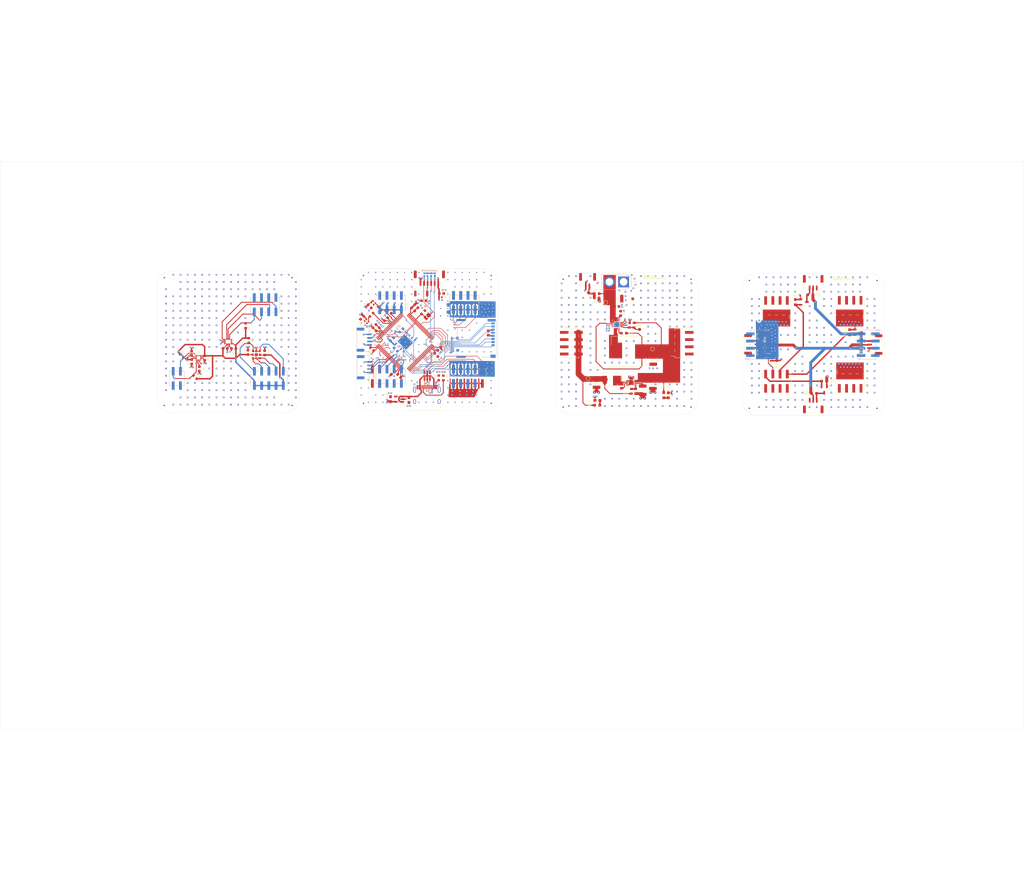
<source format=kicad_pcb>
(kicad_pcb (version 20241229) (generator "pcbnew") (generator_version "9.0")
  (layers (0 "F.Cu" signal) (2 "B.Cu" signal) (13 "F.Paste" user) (15 "B.Paste" user) (5 "F.SilkS" user "F.Silkscreen") (7 "B.SilkS" user "B.Silkscreen") (1 "F.Mask" user) (3 "B.Mask" user) (25 "Edge.Cuts" user))
  (net 0 "")
  (net 1 "GND")
  (net 2 "/QUADSPI_BK1_NCS")
  (net 3 "/QUADSPI_BK1_IO2")
  (net 4 "/SDMMC1_D3")
  (net 5 "/QUADSPI_BK1_IO3")
  (net 6 "/SERVO_1")
  (net 7 "/QUADSPI_BK1_IO1")
  (net 8 "/SERVO_2")
  (net 9 "/SERVO_3")
  (net 10 "Net-(X1-OUT)")
  (net 11 "Net-(U1-PC14)")
  (net 12 "/QUADSPI_BK1_IO0")
  (net 13 "/SERVO_4")
  (net 14 "/QUADSPI_CLK")
  (net 15 "Net-(J2-CC2)")
  (net 16 "/RCC_OSC_IN")
  (net 17 "/BOOT0")
  (net 18 "Net-(X2-OUT)")
  (net 19 "/SPI1_SCK")
  (net 20 "/DEBUG_JTDO-SWO")
  (net 21 "/I2C_SCL")
  (net 22 "/SPI2_MOSI")
  (net 23 "/UART4_RX")
  (net 24 "Net-(C10-Pad1)")
  (net 25 "/SPI1_MISO")
  (net 26 "/SPI2_MISO")
  (net 27 "Net-(J2-CC1)")
  (net 28 "/SPI1_MOSI")
  (net 29 "+3.3V")
  (net 30 "/NRST")
  (net 31 "/SDMMC1_D0")
  (net 32 "/SPI2_SCK")
  (net 33 "/I2C_SDA")
  (net 34 "/SDMMC1_CMD")
  (net 35 "/DEBUG_JTMS-SWDIO")
  (net 36 "/SD_WP{slash}CD")
  (net 37 "/SDMMC1_D2")
  (net 38 "/SDMMC1_D1")
  (net 39 "/DEBUG_JTCK-SWCLK")
  (net 40 "/SDMMC1_CK")
  (net 41 "/UART4_TX")
  (net 42 "/UART7_RX")
  (net 43 "/BMP_585_INT")
  (net 44 "/UART7_TX")
  (net 45 "/IMU_1_CS")
  (net 46 "/bmp585_CS")
  (net 47 "+5V")
  (net 48 "Net-(C9-Pad1)")
  (net 49 "Net-(IC2-CLK)")
  (net 50 "Net-(J1-DAT0)")
  (net 51 "Net-(J1-DAT2)")
  (net 52 "Net-(J1-CD{slash}DAT3^2)")
  (net 53 "/USB_OTG_FS_N")
  (net 54 "Net-(J1-CLK)")
  (net 55 "/USB_OTG_FS_P")
  (net 56 "Net-(J1-DAT1)")
  (net 57 "Net-(J2-D+-PadA6)")
  (net 58 "Net-(J1-CMD)")
  (net 59 "Net-(J2-D--PadA7)")
  (net 114 "Net-(U3-C1)")
  (net 115 "/SPI_SDO_BMP")
  (net 116 "/SPI_SDI_BMP")
  (net 117 "/SPI_SDI")
  (net 118 "/SPI_SDO")
  (net 119 "/SPI_SCL")
  (net 120 "/SPI_SCL_BMP")
  (net 121 "/IMU_1_INT_1")
  (net 122 "/IMU_1_INT_2")
  (net 126 "/MAG_I2C_INT_MAG{slash}DRDY")
  (net 127 "/MAG_INT_2_XL")
  (net 128 "/MAG_INT_1_XL")
  (net 129 "V_IN")
  (net 130 "Net-(U1-BOOST)")
  (net 131 "Net-(U3-PG)")
  (net 132 "Net-(U3-FB)")
  (net 133 "Net-(U1-V_{CC})")
  (net 134 "Net-(J2-Pin_1)")
  (net 135 "Net-(U3-SS{slash}TR)")
  (net 136 "Net-(U1-Vfb)")
  (net 137 "Net-(D1-A)")
  (net 138 "Net-(D2-A)")
  (net 139 "Net-(L2-Pad1)")
  (net 140 "Net-(U1-SW)")
  (net 143 "Net-(J1-Pin_3)")
  (net 144 "Net-(J2-Pin_3)")
  (net 145 "Net-(J3-Pin_3)")
  (net 146 "Net-(J4-Pin_3)")
  (footprint "Fiducial:Fiducial_0.5mm_Mask1mm" (layer "F.Cu") (at 134.545 74.91)
    (property "Reference" "FID1" (hide yes))
    (property "Value" "Fiducial")
  )
  (footprint "footprints:LGA9_BMP585_BOS" (layer "F.Cu") (at 121.945 102.035 90)
    (property "Reference" "U5" (hide yes))
    (property "Value" "BMP585")
  )
  (footprint "MountingHole:MountingHole_2.2mm_M2" (layer "F.Cu") (at 132.045 77.41)
    (property "Reference" "H2" (hide yes))
    (property "Value" "MountingHole")
  )
  (footprint "Capacitor_SMD:C_1210_3225Metric" (layer "F.Cu") (at 258.025001 114.550002 -90)
    (property "Reference" "C14")
    (property "Value" "2.2uF")
  )
  (footprint "MountingHole:MountingHole_2.2mm_M2" (layer "F.Cu") (at 202.182479 116.66)
    (property "Reference" "H4" (hide yes))
    (property "Value" "MountingHole")
  )
  (footprint "Capacitor_SMD:C_0603_1608Metric" (layer "F.Cu") (at 170.063972 108.386055 -135)
    (property "Reference" "C9")
    (property "Value" "2.2u")
  )
  (footprint "Capacitor_SMD:C_0603_1608Metric" (layer "F.Cu") (at 187.17 80.46 180)
    (property "Reference" "C19")
    (property "Value" "100n")
  )
  (footprint "Capacitor_SMD:C_0603_1608Metric" (layer "F.Cu") (at 203.595 94.385 90)
    (property "Reference" "C1")
    (property "Value" "100n")
  )
  (footprint "Package_TO_SOT_SMD:SOT-23-3" (layer "F.Cu") (at 321.9375 114.305 -90)
    (property "Reference" "Q1" (hide yes))
    (property "Value" "Q_NMOS_GSD")
  )
  (footprint "Resistor_SMD:R_0603_1608Metric" (layer "F.Cu") (at 165.503132 85.723284 135)
    (property "Reference" "R1")
    (property "Value" "22")
  )
  (footprint "Resistor_SMD:R_0603_1608Metric_Pad0.98x0.95mm_HandSolder" (layer "F.Cu") (at 311.7625 83.5175 90)
    (property "Reference" "R7")
    (property "Value" "R")
  )
  (footprint "Capacitor_SMD:C_0603_1608Metric" (layer "F.Cu") (at 178.319443 84.927789 -45)
    (property "Reference" "C11")
    (property "Value" "4.7u")
  )
  (footprint "Resistor_SMD:R_0603_1608Metric" (layer "F.Cu") (at 251.375 94.45 180)
    (property "Reference" "R12")
    (property "Value" "100k")
  )
  (footprint "Inductor_SMD:L_Chilisin_BMRA00040415" (layer "F.Cu") (at 246.525 110.725 180)
    (property "Reference" "L3")
    (property "Value" "15u")
  )
  (footprint "Connector_PinSocket_2.54mm:PinSocket_2x04_P2.54mm_Vertical_SMD" (layer "F.Cu") (at 331.0625 111.355 90)
    (property "Reference" "J10" (hide yes))
    (property "Value" "Conn_02x04_Odd_Even")
  )
  (footprint "Fiducial:Fiducial_0.5mm_Mask1mm" (layer "F.Cu") (at 295.5625 120.905)
    (property "Reference" "FID2" (hide yes))
    (property "Value" "Fiducial")
  )
  (footprint "MountingHole:MountingHole_2.2mm_M2" (layer "F.Cu") (at 338.0625 78.405)
    (property "Reference" "H3" (hide yes))
    (property "Value" "MountingHole")
  )
  (footprint "Connector_PinSocket_2.54mm:PinSocket_2x04_P2.54mm_Vertical_SMD" (layer "F.Cu") (at 195.207479 83.674999 -90)
    (property "Reference" "J9" (hide yes))
    (property "Value" "Conn_02x04_Odd_Even")
  )
  (footprint "Package_TO_SOT_SMD:SOT-23-3" (layer "F.Cu") (at 314.6875 83.4925)
    (property "Reference" "Q4" (hide yes))
    (property "Value" "Q_NMOS_GSD")
  )
  (footprint "Resistor_SMD:R_0603_1608Metric" (layer "F.Cu") (at 95.72 102.41 -45)
    (property "Reference" "R8")
    (property "Value" "10k")
  )
  (footprint "MountingHole:MountingHole_2.2mm_M2" (layer "F.Cu") (at 232.5 117.975)
    (property "Reference" "H4" (hide yes))
    (property "Value" "MountingHole")
  )
  (footprint "Capacitor_SMD:C_0603_1608Metric" (layer "F.Cu") (at 180.92 83.01 180)
    (property "Reference" "C16")
    (property "Value" "100n")
  )
  (footprint "Capacitor_SMD:C_0603_1608Metric" (layer "F.Cu") (at 99.17 101.51 -90)
    (property "Reference" "C7")
    (property "Value" "10u")
  )
  (footprint "Package_DFN_QFN:VQFN-16-1EP_3x3mm_P0.5mm_EP1.68x1.68mm_ThermalVias" (layer "F.Cu") (at 248.875 91.4125 90)
    (property "Reference" "U3" (hide yes))
    (property "Value" "TPS62130")
  )
  (footprint "Connector_JST:JST_GH_SM03B-GHS-TB_1x03-1MP_P1.25mm_Horizontal" (layer "F.Cu") (at 296.4625 98.38 -90)
    (property "Reference" "J2" (hide yes))
    (property "Value" "Conn_01x03_MountingPin" (hide yes))
  )
  (footprint "Fiducial:Fiducial_0.5mm_Mask1mm" (layer "F.Cu") (at 89.545 74.91)
    (property "Reference" "FID2" (hide yes))
    (property "Value" "Fiducial")
  )
  (footprint "Fiducial:Fiducial_0.5mm_Mask1mm" (layer "F.Cu") (at 340.5625 75.905)
    (property "Reference" "FID3" (hide yes))
    (property "Value" "Fiducial")
  )
  (footprint "Package_TO_SOT_SMD:SOT-23-5" (layer "F.Cu") (at 172.195 117.685 180)
    (property "Reference" "U4" (hide yes))
    (property "Value" "AP2112K-3.3")
  )
  (footprint "MountingHole:MountingHole_2.2mm_M2" (layer "F.Cu") (at 272.5 117.975)
    (property "Reference" "H3" (hide yes))
    (property "Value" "MountingHole")
  )
  (footprint "Fiducial:Fiducial_0.5mm_Mask1mm" (layer "F.Cu") (at 204.682479 74.16)
    (property "Reference" "FID1" (hide yes))
    (property "Value" "Fiducial")
  )
  (footprint "Connector_PinSocket_2.54mm:PinSocket_2x05_P2.54mm_Vertical_SMD" (layer "F.Cu") (at 196.47 109.635 90)
    (property "Reference" "J10" (hide yes))
    (property "Value" "Conn_02x05_Odd_Even")
  )
  (footprint "TestPoint:TestPoint_Pad_D1.0mm" (layer "F.Cu") (at 256.95 93.125)
    (property "Reference" "TP2" (hide yes))
    (property "Value" "TestPoint")
  )
  (footprint "Resistor_SMD:R_0603_1608Metric" (layer "F.Cu") (at 241.8 82.025)
    (property "Reference" "R6")
    (property "Value" "0")
  )
  (footprint "Package_LGA:LGA-14_3x2.5mm_P0.5mm_LayoutBorder3x4y" (layer "F.Cu") (at 112.045 97.41)
    (property "Reference" "U1" (hide yes))
    (property "Value" "LSM6DSV32XTR")
  )
  (footprint "Connector_JST:JST_GH_SM02B-GHS-TB_1x02-1MP_P1.25mm_Horizontal" (layer "F.Cu") (at 238.6 75.975 180)
    (property "Reference" "J2" (hide yes))
    (property "Value" "Conn_01x02_MountingPin")
  )
  (footprint "Resistor_SMD:R_0603_1608Metric" (layer "F.Cu") (at 253.425 91.625 90)
    (property "Reference" "R4")
    (property "Value" "180k")
  )
  (footprint "Connector_PinSocket_2.54mm:PinSocket_2x02_P2.54mm_Vertical_SMD" (layer "F.Cu") (at 164.09248 109.635 90)
    (property "Reference" "J8" (hide yes))
    (property "Value" "Conn_02x02_Odd_Even")
  )
  (footprint "Fiducial:Fiducial_0.5mm_Mask1mm" (layer "F.Cu") (at 230 75.475)
    (property "Reference" "FID2" (hide yes))
    (property "Value" "Fiducial")
  )
  (footprint "Fiducial:Fiducial_0.5mm_Mask1mm" (layer "F.Cu") (at 204.682479 119.16)
    (property "Reference" "FID2" (hide yes))
    (property "Value" "Fiducial")
  )
  (footprint "Capacitor_SMD:C_0603_1608Metric" (layer "F.Cu") (at 164.672282 93.094872 45)
    (property "Reference" "C12")
    (property "Value" "100n")
  )
  (footprint "Resistor_SMD:R_0603_1608Metric" (layer "F.Cu") (at 254.975 91.625 -90)
    (property "Reference" "R1")
    (property "Value" "953k")
  )
  (footprint "Capacitor_SMD:C_0603_1608Metric_Pad1.08x0.95mm_HandSolder" (layer "F.Cu") (at 175.695 117.985 -90)
    (property "Reference" "C21")
    (property "Value" "100n")
  )
  (footprint "MountingHole:MountingHole_2.2mm_M2" (layer "F.Cu") (at 232.5 77.975)
    (property "Reference" "H2" (hide yes))
    (property "Value" "MountingHole")
  )
  (footprint "TestPoint:TestPoint_Pad_D1.0mm" (layer "F.Cu") (at 238.95 80.25)
    (property "Reference" "TP5" (hide yes))
    (property "Value" "TestPoint")
  )
  (footprint "Capacitor_SMD:C_0603_1608Metric" (layer "F.Cu") (at 124.895 101.36 90)
    (property "Reference" "C11")
    (property "Value" "100n")
  )
  (footprint "Fiducial:Fiducial_0.5mm_Mask1mm" (layer "F.Cu") (at 295.5625 75.905)
    (property "Reference" "FID4" (hide yes))
    (property "Value" "Fiducial")
  )
  (footprint "Resistor_SMD:R_0603_1608Metric" (layer "F.Cu") (at 255.525 114.900002 -90)
    (property "Reference" "R8")
    (property "Value" "10k")
  )
  (footprint "Capacitor_SMD:C_0603_1608Metric" (layer "F.Cu") (at 163.540911 91.963501 45)
    (property "Reference" "C13")
    (property "Value" "1u")
  )
  (footprint "MountingHole:MountingHole_2.2mm_M2" (layer "F.Cu") (at 92.02 77.485)
    (property "Reference" "H1" (hide yes))
    (property "Value" "MountingHole")
  )
  (footprint "Resistor_SMD:R_0603_1608Metric" (layer "F.Cu") (at 254.025 114.900002 90)
    (property "Reference" "R7")
    (property "Value" "31.6k")
  )
  (footprint "Package_QFP:LQFP-100_14x14mm_P0.5mm" (layer "F.Cu") (at 174.395 97.585 -45)
    (property "Reference" "U1" (hide yes))
    (property "Value" "STM32H743VITx")
  )
  (footprint "Resistor_SMD:R_0603_1608Metric_Pad0.98x0.95mm_HandSolder" (layer "F.Cu") (at 321.9125 111.355)
    (property "Reference" "R1")
    (property "Value" "R")
  )
  (footprint "Connector_PinSocket_2.54mm:PinSocket_2x04_P2.54mm_Vertical_SMD" (layer "F.Cu") (at 305.1125 111.38 90)
    (property "Reference" "J7" (hide yes))
    (property "Value" "Conn_02x04_Odd_Even")
  )
  (footprint "MountingHole:MountingHole_2.2mm_M2" (layer "F.Cu") (at 162.182479 76.66)
    (property "Reference" "H1" (hide yes))
    (property "Value" "MountingHole")
  )
  (footprint "Resistor_SMD:R_0603_1608Metric" (layer "F.Cu") (at 118.195 91.81 -90)
    (property "Reference" "R1")
    (property "Value" "10k")
  )
  (footprint "MountingHole:MountingHole_2.2mm_M2" (layer "F.Cu") (at 92.045 117.41)
    (property "Reference" "H4" (hide yes))
    (property "Value" "MountingHole")
  )
  (footprint "MountingHole:MountingHole_2.2mm_M2" (layer "F.Cu") (at 202.182479 76.66)
    (property "Reference" "H3" (hide yes))
    (property "Value" "MountingHole")
  )
  (footprint "LED_SMD:LED_0603_1608Metric_Pad1.05x0.95mm_HandSolder" (layer "F.Cu") (at 267.0518 116.323451 -90)
    (property "Reference" "D2")
    (property "Value" "LED")
  )
  (footprint "MountingHole:MountingHole_2.2mm_M2" (layer "F.Cu") (at 132.045 117.41)
    (property "Reference" "H3" (hide yes))
    (property "Value" "MountingHole")
  )
  (footprint "Diode_SMD:D_0402_1005Metric" (layer "F.Cu") (at 186.795 81.81)
    (property "Reference" "D2")
    (property "Value" "0603ESDA-05N")
  )
  (footprint "Connector_JST:JST_GH_SM03B-GHS-TB_1x03-1MP_P1.25mm_Horizontal" (layer "F.Cu") (at 318.0375 76.68 180)
    (property "Reference" "J3" (hide yes))
    (property "Value" "Conn_01x03_MountingPin" (hide yes))
  )
  (footprint "Resistor_SMD:R_0603_1608Metric_Pad0.98x0.95mm_HandSolder" (layer "F.Cu") (at 241.989301 119.8297)
    (property "Reference" "R9")
    (property "Value" "220")
  )
  (footprint "Capacitor_SMD:C_0603_1608Metric" (layer "F.Cu") (at 167.624453 89.54166 45)
    (property "Reference" "C8")
    (property "Value" "100n")
  )
  (footprint "Resistor_SMD:R_0603_1608Metric_Pad0.98x0.95mm_HandSolder" (layer "F.Cu") (at 335.1375 97.655 -90)
    (property "Reference" "R12")
    (property "Value" "R")
  )
  (footprint "Capacitor_SMD:C_0603_1608Metric" (layer "F.Cu") (at 248.875 85.05 180)
    (property "Reference" "C6")
    (property "Value" "100n")
  )
  (footprint "Package_LGA:LGA-12_2x2mm_P0.5mm" (layer "F.Cu") (at 101.5825 103.11)
    (property "Reference" "U3")
    (property "Value" "LSM303AGR")
  )
  (footprint "Capacitor_SMD:C_1210_3225Metric" (layer "F.Cu") (at 261.6018 112.467201 -90)
    (property "Reference" "C3")
    (property "Value" "22uF")
  )
  (footprint "Capacitor_SMD:C_0603_1608Metric" (layer "F.Cu") (at 110.97 99.81 180)
    (property "Reference" "C1")
    (property "Value" "100n")
  )
  (footprint "MountingHole:MountingHole_2.2mm_M2" (layer "F.Cu") (at 298.0625 118.405)
    (property "Reference" "H2" (hide yes))
    (property "Value" "MountingHole")
  )
  (footprint "Jumper:SolderJumper-2_P1.3mm_Open_TrianglePad1.0x1.5mm" (layer "F.Cu") (at 182.190852 88.551711 -135)
    (property "Reference" "JP1" (hide yes))
    (property "Value" "SolderJumper_2_Open")
  )
  (footprint "Resistor_SMD:R_0603_1608Metric_Pad0.98x0.95mm_HandSolder" (layer "F.Cu") (at 265.4018 116.298451 -90)
    (property "Reference" "R10")
    (property "Value" "220")
  )
  (footprint "TestPoint:TestPoint_Pad_D1.0mm" (layer "F.Cu") (at 254.5 82.35)
    (property "Reference" "TP4" (hide yes))
    (property "Value" "TestPoint")
  )
  (footprint "Resistor_SMD:R_0603_1608Metric_Pad0.98x0.95mm_HandSolder" (layer "F.Cu") (at 301.0375 99.58 90)
    (property "Reference" "R4")
    (property "Value" "R")
  )
  (footprint "Package_TO_SOT_SMD:SOT-23-6" (layer "F.Cu") (at 182.145001 109.385 90)
    (property "Reference" "U2" (hide yes))
    (property "Value" "USBLC6-2SC6")
  )
  (footprint "Capacitor_SMD:C_0603_1608Metric" (layer "F.Cu") (at 162.710061 100.042195 135)
    (property "Reference" "C5")
    (property "Value" "100n")
  )
  (footprint "TestPoint:TestPoint_Pad_D1.0mm" (layer "F.Cu") (at 261.475 100.025)
    (property "Reference" "TP3" (hide yes))
    (property "Value" "TestPoint")
  )
  (footprint "MountingHole:MountingHole_2.2mm_M2" (layer "F.Cu") (at 162.182479 116.66)
    (property "Reference" "H2" (hide yes))
    (property "Value" "MountingHole")
  )
  (footprint "Capacitor_SMD:C_0603_1608Metric" (layer "F.Cu") (at 159.195 88.985 45)
    (property "Reference" "C15")
    (property "Value" "100nF")
  )
  (footprint "Resistor_SMD:R_0603_1608Metric" (layer "F.Cu") (at 180.705928 87.066787 -135)
    (property "Reference" "R3")
    (property "Value" "10k")
  )
  (footprint "Capacitor_SMD:C_0603_1608Metric" (layer "F.Cu") (at 185.3198 102.110483 -45)
    (property "Reference" "C10")
    (property "Value" "2.2u")
  )
  (footprint "Oscillator:Oscillator_SMD_Abracon_ASCO-4Pin_1.6x1.2mm" (layer "F.Cu") (at 160.795 90.285 45)
    (property "Reference" "X2")
    (property "Value" "ASCO")
  )
  (footprint "Resistor_SMD:R_0603_1608Metric_Pad0.98x0.95mm_HandSolder" (layer "F.Cu") (at 305.2625 103.155 -90)
    (property "Reference" "R3")
    (property "Value" "R")
  )
  (footprint "Fiducial:Fiducial_0.5mm_Mask1mm" (layer "F.Cu") (at 134.545 119.91)
    (property "Reference" "FID3" (hide yes))
    (property "Value" "Fiducial")
  )
  (footprint "Capacitor_SMD:C_0603_1608Metric" (layer "F.Cu") (at 101.895 107.01 -90)
    (property "Reference" "C8")
    (property "Value" "220n")
  )
  (footprint "Connector_PinSocket_2.54mm:PinSocket_2x04_P2.54mm_Vertical_SMD" (layer "F.Cu") (at 271.9 97.975 180)
    (property "Reference" "J3" (hide yes))
    (property "Value" "Conn_02x04_Odd_Even")
  )
  (footprint "Capacitor_SMD:C_0603_1608Metric" (layer "F.Cu") (at 186.415816 99.953807 -135)
    (property "Reference" "C3")
    (property "Value" "100n")
  )
  (footprint "Resistor_SMD:R_0603_1608Metric" (layer "F.Cu") (at 100.395 109.91 135)
    (property "Reference" "R9")
    (property "Value" "10k")
  )
  (footprint "Package_DFN_QFN:DFN-8-1EP_3x2mm_P0.5mm_EP1.75x1.45mm" (layer "F.Cu") (at 253.9625 111.937501 180)
    (property "Reference" "U1")
    (property "Value" "MCP16311x-xMNY")
  )
  (footprint "Package_TO_SOT_SMD:SOT-23-3" (layer "F.Cu") (at 302.3125 103.18 180)
    (property "Reference" "Q2" (hide yes))
    (property "Value" "Q_NMOS_GSD")
  )
  (footprint "Capacitor_SMD:C_1210_3225Metric" (layer "F.Cu") (at 261.725 103.9 -90)
    (property "Reference" "C11")
    (property "Value" "22uF")
  )
  (footprint "Capacitor_SMD:C_0603_1608Metric" (layer "F.Cu") (at 250.25 87.475 -90)
    (property "Reference" "C5")
    (property "Value" "3.3n")
  )
  (footprint "Oscillator:Oscillator_SMD_Abracon_ASCO-4Pin_1.6x1.2mm" (layer "F.Cu") (at 163.16968 83.743385 45)
    (property "Reference" "X1")
    (property "Value" "ASCO")
  )
  (footprint "Capacitor_SMD:C_0603_1608Metric" (layer "F.Cu") (at 250.525 113.075001 90)
    (property "Reference" "C12")
    (property "Value" "100n")
  )
  (footprint "Capacitor_SMD:C_1210_3225Metric" (layer "F.Cu") (at 249.175 82.275)
    (property "Reference" "C2")
    (property "Value" "10u")
  )
  (footprint "Connector_PinSocket_2.54mm:PinSocket_2x04_P2.54mm_Vertical_SMD" (layer "F.Cu") (at 331.0625 85.405 -90)
    (property "Reference" "J8" (hide yes))
    (property "Value" "Conn_02x04_Odd_Even")
  )
  (footprint "Fiducial:Fiducial_0.5mm_Mask1mm" (layer "F.Cu") (at 159.682479 119.16)
    (property "Reference" "FID3" (hide yes))
    (property "Value" "Fiducial")
  )
  (footprint "Connector_JST:JST_GH_SM03B-GHS-TB_1x03-1MP_P1.25mm_Horizontal" (layer "F.Cu") (at 339.7375 98.455 90)
    (property "Reference" "J4" (hide yes))
    (property "Value" "Conn_01x03_MountingPin" (hide yes))
  )
  (footprint "Capacitor_SMD:C_0603_1608Metric_Pad1.08x0.95mm_HandSolder" (layer "F.Cu") (at 169.195 117.685 -90)
    (property "Reference" "C22")
    (property "Value" "100n")
  )
  (footprint "Fiducial:Fiducial_0.5mm_Mask1mm" (layer "F.Cu") (at 159.682479 74.16)
    (property "Reference" "FID4" (hide yes))
    (property "Value" "Fiducial")
  )
  (footprint "Capacitor_SMD:C_0603_1608Metric" (layer "F.Cu") (at 118.995 101.21 90)
    (property "Reference" "C12")
    (property "Value" "100n")
  )
  (footprint "TestPoint:TestPoint_Pad_D1.0mm" (layer "F.Cu") (at 244.975 83.675)
    (property "Reference" "TP1" (hide yes))
    (property "Value" "TestPoint")
  )
  (footprint "Capacitor_SMD:C_0603_1608Metric" (layer "F.Cu") (at 177.188072 86.059159 -45)
    (property "Reference" "C7")
    (property "Value" "100n")
  )
  (footprint "Fiducial:Fiducial_0.5mm_Mask1mm" (layer "F.Cu") (at 230 120.475)
    (property "Reference" "FID3" (hide yes))
    (property "Value" "Fiducial")
  )
  (footprint "Capacitor_SMD:C_0603_1608Metric" (layer "F.Cu") (at 172.256003 109.517426 135)
    (property "Reference" "C4")
    (property "Value" "100n")
  )
  (footprint "Resistor_SMD:R_0603_1608Metric_Pad0.98x0.95mm_HandSolder" (layer "F.Cu") (at 318.325 115.63 180)
    (property "Reference" "R2")
    (property "Value" "R")
  )
  (footprint "Resistor_SMD:R_0603_1608Metric" (layer "F.Cu") (at 241.8 80.525 180)
    (property "Reference" "R5")
    (property "Value" "0")
  )
  (footprint "MountingHole:MountingHole_2.2mm_M2" (layer "F.Cu") (at 272.5 77.975)
    (property "Reference" "H1" (hide yes))
    (property "Value" "MountingHole")
  )
  (footprint "MountingHole:MountingHole_2.2mm_M2" (layer "F.Cu") (at 298.0625 78.405)
    (property "Reference" "H4" (hide yes))
    (property "Value" "MountingHole")
  )
  (footprint "Resistor_SMD:R_0603_1608Metric" (layer "F.Cu") (at 119.295 97.01 90)
    (property "Reference" "R4")
    (property "Value" "10k")
  )
  (footprint "Button_Switch_SMD:SW_Push_SPST_NO_Alps_SKRK" (layer "F.Cu") (at 180.045 80.485)
    (property "Reference" "SW1" (hide yes))
    (property "Value" "SW_Omron_B3FS")
  )
  (footprint "Capacitor_SMD:C_0603_1608Metric" (layer "F.Cu") (at 113.97 99.835 180)
    (property "Reference" "C2")
    (property "Value" "100n")
  )
  (footprint "Inductor_SMD:L_Chilisin_BMRF00101040" (layer "F.Cu") (at 252.975 100.85)
    (property "Reference" "L2")
    (property "Value" "2.2u")
  )
  (footprint "Connector_JST:JST_GH_SM06B-GHS-TB_1x06-1MP_P1.25mm_Horizontal" (layer "F.Cu") (at 182.895 75.085 180)
    (property "Reference" "J3" (hide yes))
    (property "Value" "Conn_01x06_MountingPin")
  )
  (footprint "Capacitor_SMD:C_0603_1608Metric" (layer "F.Cu") (at 103.77 103.185 -90)
    (property "Reference" "C6")
    (property "Value" "100n")
  )
  (footprint "Resistor_SMD:R_0603_1608Metric" (layer "F.Cu") (at 186.195 110.185 90)
    (property "Reference" "R11")
    (property "Value" "5k1")
  )
  (footprint "Connector_JST:JST_GH_SM03B-GHS-TB_1x03-1MP_P1.25mm_Horizontal" (layer "F.Cu") (at 318.0625 119.93)
    (property "Reference" "J1" (hide yes))
    (property "Value" "Conn_01x03_MountingPin" (hide yes))
  )
  (footprint "Fiducial:Fiducial_0.5mm_Mask1mm" (layer "F.Cu") (at 275 75.475)
    (property "Reference" "FID1" (hide yes))
    (property "Value" "Fiducial")
  )
  (footprint "Capacitor_SMD:C_0603_1608Metric" (layer "F.Cu") (at 168.897245 86.890009 135)
    (property "Reference" "C6")
    (property "Value" "100n")
  )
  (footprint "Connector_PinSocket_2.54mm:PinSocket_2x04_P2.54mm_Vertical_SMD" (layer "F.Cu") (at 305.1125 85.455 -90)
    (property "Reference" "J9" (hide yes))
    (property "Value" "Conn_02x04_Odd_Even")
  )
  (footprint "Connector_PinSocket_2.54mm:PinSocket_2x04_P2.54mm_Vertical_SMD" (layer "F.Cu") (at 232.9 97.975)
    (property "Reference" "J4" (hide yes))
    (property "Value" "Conn_02x04_Odd_Even")
  )
  (footprint "Capacitor_SMD:C_1210_3225Metric" (layer "F.Cu") (at 241.771001 112.043999 -90)
    (property "Reference" "C15")
    (property "Value" "22uF")
  )
  (footprint "Resistor_SMD:R_0603_1608Metric_Pad0.98x0.95mm_HandSolder" (layer "F.Cu") (at 330.8625 94.13 90)
    (property "Reference" "R11")
    (property "Value" "R")
  )
  (footprint "Resistor_SMD:R_0603_1608Metric_Pad0.98x0.95mm_HandSolder" (layer "F.Cu") (at 317.0375 80.93)
    (property "Reference" "R8")
    (property "Value" "R")
  )
  (footprint "Capacitor_SMD:C_0603_1608Metric" (layer "F.Cu") (at 99.195 104.51 90)
    (property "Reference" "C5")
    (property "Value" "100n")
  )
  (footprint "LED_SMD:LED_0603_1608Metric_Pad1.05x0.95mm_HandSolder" (layer "F.Cu") (at 242.076801 118.1047)
    (property "Reference" "D1")
    (property "Value" "LED")
  )
  (footprint "Fiducial:Fiducial_0.5mm_Mask1mm" (layer "F.Cu") (at 275 120.475)
    (property "Reference" "FID4" (hide yes))
    (property "Value" "Fiducial")
  )
  (footprint "TestPoint:TestPoint_Pad_D1.0mm" (layer "F.Cu") (at 238.8288 110.4202 90)
    (property "Reference" "TP7" (hide yes))
    (property "Value" "TestPoint")
  )
  (footprint "Package_TO_SOT_SMD:SOT-23-3" (layer "F.Cu") (at 333.8125 94.1175)
    (property "Reference" "Q6" (hide yes))
    (property "Value" "Q_NMOS_GSD")
  )
  (footprint "Resistor_SMD:R_0603_1608Metric" (layer "F.Cu") (at 187.795 110.21 90)
    (property "Reference" "R12")
    (property "Value" "5k1")
  )
  (footprint "Resistor_SMD:R_0603_1608Metric" (layer "F.Cu") (at 162.515606 87.968348 45)
    (property "Reference" "R2")
    (property "Value" "22")
  )
  (footprint "Connector_USB:USB_C_Receptacle_HRO_TYPE-C-31-M-12" (layer "F.Cu") (at 182.02 117.46)
    (property "Reference" "J2" (hide yes))
    (property "Value" "USB_C_Receptacle_USB2.0_16P")
  )
  (footprint "Fiducial:Fiducial_0.5mm_Mask1mm" (layer "F.Cu") (at 89.545 119.91)
    (property "Reference" "FID4" (hide yes))
    (property "Value" "Fiducial")
  )
  (footprint "Capacitor_SMD:C_0603_1608Metric" (layer "F.Cu") (at 161.87921 84.998499 135)
    (property "Reference" "C14")
    (property "Value" "100nF")
  )
  (footprint "MountingHole:MountingHole_2.2mm_M2" (layer "F.Cu") (at 338.0625 118.405)
    (property "Reference" "H1" (hide yes))
    (property "Value" "MountingHole")
  )
  (footprint "Fiducial:Fiducial_0.5mm_Mask1mm" (layer "F.Cu") (at 340.5625 120.905)
    (property "Reference" "FID1" (hide yes))
    (property "Value" "Fiducial")
  )
  (footprint "503398-1892:MOLEX_503398-1892" (layer "B.Cu") (at 199.695 96.305 90)
    (property "Reference" "J1" (hide yes))
    (property "Value" "503398-1892")
  )
  (footprint "Connector_AMASS:AMASS_XT30U-M_1x02_P5.0mm_Vertical" (layer "B.Cu") (at 251.3 76.375 180)
    (property "Reference" "J1" (hide yes))
    (property "Value" "Conn_01x02")
  )
  (footprint "Connector_PinSocket_2.54mm:PinSocket_2x05_P2.54mm_Vertical_SMD" (layer "B.Cu") (at 126.37 110.385 90)
    (property "Reference" "J2" (hide yes))
    (property "Value" "Conn_02x05_Odd_Even")
  )
  (footprint "Connector_PinSocket_2.54mm:PinSocket_2x04_P2.54mm_Vertical_SMD" (layer "B.Cu") (at 195.207479 83.674999 -90)
    (property "Reference" "J6" (hide yes))
    (property "Value" "Conn_02x04_Odd_Even")
  )
  (footprint "Connector_PinSocket_2.54mm:PinSocket_2x02_P2.54mm_Vertical_SMD" (layer "B.Cu") (at 93.955001 110.385 90)
    (property "Reference" "J1")
    (property "Value" "Conn_02x02_Odd_Even")
  )
  (footprint "Diode_SMD:D_0402_1005Metric" (layer "B.Cu") (at 184.795 73.86 90)
    (property "Reference" "D1")
    (property "Value" "0603ESDA-05N")
  )
  (footprint "Connector_PinSocket_2.54mm:PinSocket_2x04_P2.54mm_Vertical_SMD" (layer "B.Cu") (at 298.4425 98.49)
    (property "Reference" "J6" (hide yes))
    (property "Value" "Conn_02x04_Odd_Even")
  )
  (footprint "Diode_SMD:D_0402_1005Metric" (layer "B.Cu") (at 182.195 73.8425 90)
    (property "Reference" "D11")
    (property "Value" "0603ESDA-05N")
  )
  (footprint "Package_SON:WSON-8-1EP_6x5mm_P1.27mm_EP3.4x4.3mm" (layer "B.Cu") (at 174.395 97.585 -135)
    (property "Reference" "IC2" (hide yes))
    (property "Value" "W25N01GVZEIG")
  )
  (footprint "Connector_PinSocket_2.54mm:PinSocket_2x04_P2.54mm_Vertical_SMD" (layer "B.Cu") (at 169.232479 83.724999 -90)
    (property "Reference" "J5" (hide yes))
    (property "Value" "Conn_02x04_Odd_Even")
  )
  (footprint "Diode_SMD:D_0402_1005Metric" (layer "B.Cu") (at 181.12 73.835 90)
    (property "Reference" "D12")
    (property "Value" "0603ESDA-05N")
  )
  (footprint "Connector_JST:JST_GH_SM04B-GHS-TB_1x04-1MP_P1.25mm_Horizontal" (layer "B.Cu") (at 160.045 106.435 90)
    (property "Reference" "J12" (hide yes))
    (property "Value" "Conn_01x04_MountingPin")
  )
  (footprint "EMIF06:EMIF06MSD02N16" (layer "B.Cu") (at 190.595 98.684999 90)
    (property "Reference" "U3" (hide yes))
    (property "Value" "EMIF06-MSD02N16" (hide yes))
  )
  (footprint "Diode_SMD:D_0402_1005Metric" (layer "B.Cu") (at 183.495 73.86 90)
    (property "Reference" "D10")
    (property "Value" "0603ESDA-05N")
  )
  (footprint "Resistor_SMD:R_0603_1608Metric" (layer "B.Cu") (at 172.995 93.46 -135)
    (property "Reference" "R9")
    (property "Value" "10k")
  )
  (footprint "Connector_PinSocket_2.54mm:PinSocket_2x04_P2.54mm_Vertical_SMD" (layer "B.Cu") (at 169.232479 109.635 90)
    (property "Reference" "J7" (hide yes))
    (property "Value" "Conn_02x04_Odd_Even")
  )
  (footprint "Resistor_SMD:R_0603_1608Metric" (layer "B.Cu") (at 171.07 100.185 135)
    (property "Reference" "R8")
    (property "Value" "22")
  )
  (footprint "Capacitor_SMD:C_0603_1608Metric" (layer "B.Cu") (at 169.745 96.61 45)
    (property "Reference" "C2")
    (property "Value" "100n")
  )
  (footprint "Connector_PinSocket_2.54mm:PinSocket_2x04_P2.54mm_Vertical_SMD" (layer "B.Cu") (at 195.182479 109.61 90)
    (property "Reference" "J4" (hide yes))
    (property "Value" "Conn_02x04_Odd_Even")
  )
  (footprint "Connector_JST:JST_GH_SM04B-GHS-TB_1x04-1MP_P1.25mm_Horizontal" (layer "B.Cu") (at 159.995 96.735 90)
    (property "Reference" "J11" (hide yes))
    (property "Value" "Conn_01x04_MountingPin")
  )
  (footprint "Connector_PinSocket_2.54mm:PinSocket_2x04_P2.54mm_Vertical_SMD" (layer "B.Cu") (at 337.4375 98.48 180)
    (property "Reference" "J5" (hide yes))
    (property "Value" "Conn_02x04_Odd_Even")
  )
  (footprint "Connector_PinSocket_2.54mm:PinSocket_2x04_P2.54mm_Vertical_SMD" (layer "B.Cu") (at 125.045 84.41 -90)
    (property "Reference" "J3" (hide yes))
    (property "Value" "Conn_02x04_Odd_Even")
  )
  (gr_arc (start 338.0625 73.405) (mid 341.598034 74.869466) (end 343.0625 78.405) (stroke (width 0.05)) (layer "Edge.Cuts"))
  (gr_arc (start 298.0625 123.405) (mid 294.526966 121.940534) (end 293.0625 118.405) (stroke (width 0.05)) (layer "Edge.Cuts"))
  (gr_arc (start 92.02 122.485) (mid 88.484466 121.020534) (end 87.02 117.485) (stroke (width 0.05)) (layer "Edge.Cuts"))
  (gr_arc (start 157.157479 76.735) (mid 158.621945 73.199466) (end 162.157479 71.735) (stroke (width 0.05)) (layer "Edge.Cuts"))
  (gr_arc (start 293.0625 78.405) (mid 294.526966 74.869466) (end 298.0625 73.405) (stroke (width 0.05)) (layer "Edge.Cuts"))
  (gr_arc (start 232.5 122.975) (mid 228.964466 121.510534) (end 227.5 117.975) (stroke (width 0.05)) (layer "Edge.Cuts"))
  (gr_line (start 293.0625 118.405) (end 293.0625 78.405) (stroke (width 0.05)) (layer "Edge.Cuts"))
  (gr_line (start 232.5 72.975) (end 272.5 72.975) (stroke (width 0.05)) (layer "Edge.Cuts"))
  (gr_line (start 298.0625 73.405) (end 338.0625 73.405) (stroke (width 0.05)) (layer "Edge.Cuts"))
  (gr_line (start 272.5 122.975) (end 232.5 122.975) (stroke (width 0.05)) (layer "Edge.Cuts"))
  (gr_arc (start 87.02 77.485) (mid 88.484466 73.949466) (end 92.02 72.485) (stroke (width 0.05)) (layer "Edge.Cuts"))
  (gr_line (start 92.02 72.485) (end 132.02 72.485) (stroke (width 0.05)) (layer "Edge.Cuts"))
  (gr_line (start 157.157479 116.735) (end 157.157479 76.735) (stroke (width 0.05)) (layer "Edge.Cuts"))
  (gr_arc (start 272.5 72.975) (mid 276.035534 74.439466) (end 277.5 77.975) (stroke (width 0.05)) (layer "Edge.Cuts"))
  (gr_line (start 227.5 117.975) (end 227.5 77.975) (stroke (width 0.05)) (layer "Edge.Cuts"))
  (gr_line (start 343.0625 78.405) (end 343.0625 118.405) (stroke (width 0.05)) (layer "Edge.Cuts"))
  (gr_line (start 202.157479 121.735) (end 162.157479 121.735) (stroke (width 0.05)) (layer "Edge.Cuts"))
  (gr_line (start 162.157479 71.735) (end 202.157479 71.735) (stroke (width 0.05)) (layer "Edge.Cuts"))
  (gr_arc (start 132.02 72.485) (mid 135.555534 73.949466) (end 137.02 77.485) (stroke (width 0.05)) (layer "Edge.Cuts"))
  (gr_line (start 87.02 117.485) (end 87.02 77.485) (stroke (width 0.05)) (layer "Edge.Cuts"))
  (gr_line (start 338.0625 123.405) (end 298.0625 123.405) (stroke (width 0.05)) (layer "Edge.Cuts"))
  (gr_arc (start 202.157479 71.735) (mid 205.693013 73.199466) (end 207.157479 76.735) (stroke (width 0.05)) (layer "Edge.Cuts"))
  (gr_line (start 132.02 122.485) (end 92.02 122.485) (stroke (width 0.05)) (layer "Edge.Cuts"))
  (gr_line (start 207.157479 76.735) (end 207.157479 116.735) (stroke (width 0.05)) (layer "Edge.Cuts"))
  (gr_arc (start 277.5 117.975) (mid 276.035534 121.510534) (end 272.5 122.975) (stroke (width 0.05)) (layer "Edge.Cuts"))
  (gr_line (start 137.02 77.485) (end 137.02 117.485) (stroke (width 0.05)) (layer "Edge.Cuts"))
  (gr_arc (start 343.0625 118.405) (mid 341.598034 121.940534) (end 338.0625 123.405) (stroke (width 0.05)) (layer "Edge.Cuts"))
  (gr_arc (start 207.157479 116.735) (mid 205.693013 120.270534) (end 202.157479 121.735) (stroke (width 0.05)) (layer "Edge.Cuts"))
  (gr_arc (start 162.157479 121.735) (mid 158.621945 120.270534) (end 157.157479 116.735) (stroke (width 0.05)) (layer "Edge.Cuts"))
  (gr_arc (start 137.02 117.485) (mid 135.555534 121.020534) (end 132.02 122.485) (stroke (width 0.05)) (layer "Edge.Cuts"))
  (gr_rect (start 32 34) (end 392 234) (stroke (width 0.05)) (fill no) (layer "Edge.Cuts"))
  (gr_line (start 277.5 77.975) (end 277.5 117.975) (stroke (width 0.05)) (layer "Edge.Cuts"))
  (gr_arc (start 227.5 77.975) (mid 228.964466 74.439466) (end 232.5 72.975) (stroke (width 0.05)) (layer "Edge.Cuts"))
  (gr_text "Designed by \nBREKESHEV BAKTIYAR" (at 258.15 75.45 0) (layer "F.SilkS") (effects (font (size 0.5 0.5) (thickness 0.1)) (justify left bottom)))
  (gr_text "3V3" (at 233.975 92.55 0) (layer "F.SilkS") (effects (font (size 0.5 0.5) (thickness 0.1)) (justify left bottom)))
  (gr_text "GND" (at 230 92.6 0) (layer "F.SilkS") (effects (font (size 0.5 0.5) (thickness 0.1)) (justify left bottom)))
  (gr_text "5V" (at 269.275 92.525 0) (layer "F.SilkS") (effects (font (size 0.5 0.5) (thickness 0.1)) (justify left bottom)))
  (gr_text "Designed by \nBREKESHEV BAKTIYAR" (at 324.8875 75.88 0) (layer "F.SilkS") (effects (font (size 0.5 0.5) (thickness 0.1)) (justify left bottom)))
  (gr_text "GND" (at 273.175 92.6 0) (layer "F.SilkS") (effects (font (size 0.5 0.5) (thickness 0.1)) (justify left bottom)))
  (gr_text "3V3" (at 302.7875 93.705 0) (layer "B.SilkS") (effects (font (size 0.5 0.5) (thickness 0.1)) (justify left bottom mirror)))
  (gr_text "GND" (at 341.7875 93.655 0) (layer "B.SilkS") (effects (font (size 0.5 0.5) (thickness 0.1)) (justify left bottom mirror)))
  (gr_text "RX" (at 163.745 105.035 90) (layer "B.SilkS") (effects (font (size 0.5 0.5) (thickness 0.1)) (justify left bottom mirror)))
  (gr_text "TX" (at 163.745 106.485 90) (layer "B.SilkS") (effects (font (size 0.5 0.5) (thickness 0.1)) (justify left bottom mirror)))
  (gr_text "RX" (at 164.745 97.785 0) (layer "B.SilkS") (effects (font (size 0.5 0.5) (thickness 0.1)) (justify left bottom mirror)))
  (gr_text "GND" (at 164.845 98.885 0) (layer "B.SilkS") (effects (font (size 0.5 0.5) (thickness 0.1)) (justify left bottom mirror)))
  (gr_text "TX" (at 164.595 96.235 0) (layer "B.SilkS") (effects (font (size 0.5 0.5) (thickness 0.1)) (justify left bottom mirror)))
  (gr_text "GND" (at 295.6625 103.855 0) (layer "B.SilkS") (effects (font (size 0.5 0.5) (thickness 0.1)) (justify left bottom mirror)))
  (gr_text "GND" (at 163.695 108.485 90) (layer "B.SilkS") (effects (font (size 0.5 0.5) (thickness 0.1)) (justify left bottom mirror)))
  (gr_text "3v3" (at 164.445 104.685 0) (layer "B.SilkS") (effects (font (size 0.5 0.5) (thickness 0.1)) (justify left bottom mirror)))
  (gr_text "3v3" (at 164.395 95.135 0) (layer "B.SilkS") (effects (font (size 0.5 0.5) (thickness 0.1)) (justify left bottom mirror)))
  (gr_text "5V" (at 334.6375 103.805 0) (layer "B.SilkS") (effects (font (size 0.5 0.5) (thickness 0.1)) (justify left bottom mirror)))
  (segment (start 103.77 103.96) (end 103.17 103.36) (width 0.3) (layer "F.Cu") (net 1))
  (segment (start 253.9625 110.515301) (end 253.9625 111.937501) (width 1) (layer "F.Cu") (net 1))
  (segment (start 183.711132 99.122957) (end 185.08999 100.501815) (width 0.3) (layer "F.Cu") (net 1))
  (segment (start 112.545 99.185) (end 113.195 99.835) (width 0.3) (layer "F.Cu") (net 1))
  (segment (start 237.975 76.55) (end 238.425 76.1) (width 0.5) (layer "F.Cu") (net 1))
  (segment (start 253.212501 112.687501) (end 253.9625 111.937501) (width 0.3) (layer "F.Cu") (net 1))
  (segment (start 251.0875 90.6625) (end 250.3375 90.6625) (width 0.3) (layer "F.Cu") (net 1))
  (segment (start 168.172461 88.993652) (end 168.172461 89.24114) (width 0.3) (layer "F.Cu") (net 1))
  (segment (start 182.195 111.685) (end 182.195 110.572499) (width 0.5) (layer "F.Cu") (net 1))
  (segment (start 178.685827 85.475797) (end 178.867451 85.475797) (width 0.3) (layer "F.Cu") (net 1))
  (segment (start 175.932957 88.268868) (end 175.932957 88.228667) (width 0.3) (layer "F.Cu") (net 1))
  (segment (start 111.745 99.81) (end 111.745 101.135) (width 0.3) (layer "F.Cu") (net 1))
  (segment (start 109.945 97.66) (end 109.445 98.16) (width 0.3) (layer "F.Cu") (net 1))
  (segment (start 101.8325 104.4725) (end 101.8325 103.8725) (width 0.3) (layer "F.Cu") (net 1))
  (segment (start 179.77 75.41) (end 179.345 74.985) (width 0.5) (layer "F.Cu") (net 1))
  (segment (start 99.17 99.86) (end 98.795 99.485) (width 0.3) (layer "F.Cu") (net 1))
  (segment (start 262.351802 115.292201) (end 261.474802 114.4152) (width 1) (layer "F.Cu") (net 1))
  (segment (start 124.895 99.91) (end 125.47 99.335) (width 0.3) (layer "F.Cu") (net 1))
  (segment (start 253.3176 109.870401) (end 253.9625 110.515301) (width 1) (layer "F.Cu") (net 1))
  (segment (start 112.545 98.3225) (end 112.545 99.185) (width 0.3) (layer "F.Cu") (net 1))
  (segment (start 171.707995 108.969418) (end 171.995 108.682413) (width 0.3) (layer "F.Cu") (net 1))
  (segment (start 166.789276 94.279276) (end 165.595 93.085) (width 0.3) (layer "F.Cu") (net 1))
  (segment (start 255.525 115.725001) (end 257.724999 115.725001) (width 1) (layer "F.Cu") (net 1))
  (segment (start 101.895 107.785) (end 101.895 108.335) (width 0.3) (layer "F.Cu") (net 1))
  (segment (start 169.515964 108.964036) (end 169.515964 108.934063) (width 0.5) (layer "F.Cu") (net 1))
  (segment (start 241.771001 114.536402) (end 242.501802 115.267203) (width 1) (layer "F.Cu") (net 1))
  (segment (start 118.995 100.435) (end 118.995 99.685) (width 0.3) (layer "F.Cu") (net 1))
  (segment (start 165.595 93.085) (end 165.595 92.921574) (width 0.3) (layer "F.Cu") (net 1))
  (segment (start 185.08999 100.501815) (end 185.867808 100.501815) (width 0.3) (layer "F.Cu") (net 1))
  (segment (start 242.625 82.95) (end 242.85 83.175) (width 1) (layer "F.Cu") (net 1))
  (segment (start 252.4 91.45) (end 252.1875 91.6625) (width 0.3) (layer "F.Cu") (net 1))
  (segment (start 261.6018 114.542201) (end 260.851802 115.2922) (width 1) (layer "F.Cu") (net 1))
  (segment (start 99.17 100.735) (end 99.17 99.96) (width 0.3) (layer "F.Cu") (net 1))
  (segment (start 237.975 77.825) (end 237.975 79.1) (width 0.5) (layer "F.Cu") (net 1))
  (segment (start 110.8825 97.66) (end 109.945 97.66) (width 0.3) (layer "F.Cu") (net 1))
  (segment (start 179.77 76.935) (end 179.77 75.41) (width 0.5) (layer "F.Cu") (net 1))
  (segment (start 168.795 109.685) (end 169.515964 108.964036) (width 0.5) (layer "F.Cu") (net 1))
  (segment (start 121.945 99.935) (end 121.52 99.51) (width 0.3) (layer "F.Cu") (net 1))
  (segment (start 179.77 75.61) (end 180.37 75.01) (width 0.5) (layer "F.Cu") (net 1))
  (segment (start 254.613 110.073601) (end 253.9625 110.724101) (width 1) (layer "F.Cu") (net 1))
  (segment (start 253.9625 110.724101) (end 253.9625 111.937501) (width 1) (layer "F.Cu") (net 1))
  (segment (start 164.000532 99.494187) (end 164.725315 98.769404) (width 0.3) (layer "F.Cu") (net 1))
  (segment (start 268.4018 116.023451) (end 268.4018 115.873453) (width 0.3) (layer "F.Cu") (net 1))
  (segment (start 121.945 100.46) (end 121.945 99.885) (width 0.3) (layer "F.Cu") (net 1))
  (segment (start 204.07 93.61) (end 204.295 93.385) (width 0.5) (layer "F.Cu") (net 1))
  (segment (start 99.195 105.285) (end 99.195 106.01) (width 0.3) (layer "F.Cu") (net 1))
  (segment (start 99.17 100.735) (end 99.17 99.86) (width 0.3) (layer "F.Cu") (net 1))
  (segment (start 124.895 100.585) (end 124.895 99.91) (width 0.3) (layer "F.Cu") (net 1))
  (segment (start 101.895 108.385) (end 101.545 108.735) (width 0.3) (layer "F.Cu") (net 1))
  (segment (start 165.595 92.921574) (end 164.088919 91.415493) (width 0.3) (layer "F.Cu") (net 1))
  (segment (start 268.4018 115.873453) (end 267.976799 115.448452) (width 0.3) (layer "F.Cu") (net 1))
  (segment (start 252.5125 111.187501) (end 253.2125 111.187501) (width 0.3) (layer "F.Cu") (net 1))
  (segment (start 253.425 90.15) (end 253.9 89.675) (width 0.3) (layer "F.Cu") (net 1))
  (segment (start 103.77 104.61) (end 104.245 105.085) (width 0.3) (layer "F.Cu") (net 1))
  (segment (start 111.745 101.135) (end 111.795 101.185) (width 0.3) (layer "F.Cu") (net 1))
  (segment (start 113.195 100.535) (end 112.77 100.96) (width 0.3) (layer "F.Cu") (net 1))
  (segment (start 251.75 90) (end 251.0875 90.6625) (width 0.3) (layer "F.Cu") (net 1))
  (segment (start 267.976799 115.448452) (end 268.3518 115.073451) (width 0.3) (layer "F.Cu") (net 1))
  (segment (start 337.8875 99.705) (end 337.8875 100.33) (width 0.5) (layer "F.Cu") (net 1))
  (segment (start 252.275 90.425) (end 251.5375 91.1625) (width 0.3) (layer "F.Cu") (net 1))
  (segment (start 99.195 105.285) (end 99.195 106.035) (width 0.3) (layer "F.Cu") (net 1))
  (segment (start 258.035999 116.582001) (end 257.286001 117.332) (width 1) (layer "F.Cu") (net 1))
  (segment (start 171.995 107.763175) (end 172.857043 106.901132) (width 0.3) (layer "F.Cu") (net 1))
  (segment (start 102.495 105.135) (end 101.8325 104.4725) (width 0.3) (layer "F.Cu") (net 1))
  (segment (start 112.045 99.51) (end 112.045 98.3225) (width 0.3) (layer "F.Cu") (net 1))
  (segment (start 173.3325 117.685) (end 174.595 117.685) (width 0.5) (layer "F.Cu") (net 1))
  (segment (start 179.77 76.935) (end 179.77 75.61) (width 0.5) (layer "F.Cu") (net 1))
  (segment (start 103.77 103.96) (end 103.77 104.685) (width 0.3) (layer "F.Cu") (net 1))
  (segment (start 110.8825 97.16) (end 109.595 97.16) (width 0.3) (layer "F.Cu") (net 1))
  (segment (start 165.22029 92.546864) (end 165.22029 92.45971) (width 0.5) (layer "F.Cu") (net 1))
  (segment (start 118.995 99.685) (end 118.545 99.235) (width 0.3) (layer "F.Cu") (net 1))
  (segment (start 241.201802 118.1047) (end 241.201802 117.179698) (width 0.3) (layer "F.Cu") (net 1))
  (segment (start 121.945 100.815799) (end 121.945 100.46) (width 0.3) (layer "F.Cu") (net 1))
  (segment (start 182.195 110.572499) (end 182.145001 110.5225) (width 0.5) (layer "F.Cu") (net 1))
  (segment (start 268.3518 115.073451) (end 268.3518 114.823451) (width 0.3) (layer "F.Cu") (net 1))
  (segment (start 171.995 108.682413) (end 171.995 107.763175) (width 0.3) (layer "F.Cu") (net 1))
  (segment (start 109.595 97.16) (end 109.295 96.86) (width 0.3) (layer "F.Cu") (net 1))
  (segment (start 101.895 107.785) (end 101.895 108.385) (width 0.3) (layer "F.Cu") (net 1))
  (segment (start 99.17 99.96) (end 99.62 99.51) (width 0.3) (layer "F.Cu") (net 1))
  (segment (start 203.595 93.61) (end 204.07 93.61) (width 0.5) (layer "F.Cu") (net 1))
  (segment (start 103.17 103.36) (end 102.345 103.36) (width 0.3) (layer "F.Cu") (net 1))
  (segment (start 118.995 99.685) (end 119.42 99.26) (width 0.3) (layer "F.Cu") (net 1))
  (segment (start 253.425 90.8) (end 253.425 89.9) (width 0.3) (layer "F.Cu") (net 1))
  (segment (start 253.425 89.9) (end 253.175 89.65) (width 0.3) (layer "F.Cu") (net 1))
  (segment (start 175.932957 88.228667) (end 178.685827 85.475797) (width 0.3) (layer "F.Cu") (net 1))
  (segment (start 253.2125 111.187501) (end 253.9625 111.937501) (width 0.3) (layer "F.Cu") (net 1))
  (segment (start 257.724999 115.725001) (end 258.025001 116.025003) (width 1) (layer "F.Cu") (net 1))
  (segment (start 168.172461 89.24114) (end 170.028616 91.097295) (width 0.3) (layer "F.Cu") (net 1))
  (segment (start 101.895 108.335) (end 102.395 108.835) (width 0.3) (layer "F.Cu") (net 1))
  (segment (start 166.846635 94.279276) (end 166.789276 94.279276) (width 0.3) (layer "F.Cu") (net 1))
  (segment (start 241.771001 113.519) (end 241.771001 114.536402) (width 1) (layer "F.Cu") (net 1))
  (segment (start 124.895 99.585) (end 124.645 99.335) (width 0.3) (layer "F.Cu") (net 1))
  (segment (start 251.5375 91.1625) (end 250.3375 91.1625) (width 0.3) (layer "F.Cu") (net 1))
  (segment (start 124.895 100.585) (end 124.895 99.585) (width 0.3) (layer "F.Cu") (net 1))
  (segment (start 111.745 99.81) (end 112.045 99.51) (width 0.3) (layer "F.Cu") (net 1))
  (segment (start 241.201802 117.179698) (end 241.7268 116.6547) (width 0.3) (layer "F.Cu") (net 1))
  (segment (start 103.77 104.685) (end 103.445 105.01) (width 0.3) (layer "F.Cu") (net 1))
  (segment (start 252.5125 112.687501) (end 253.212501 112.687501) (width 0.3) (layer "F.Cu") (net 1))
  (segment (start 251.75 89.525) (end 251.75 90) (width 0.3) (layer "F.Cu") (net 1))
  (segment (start 162.162053 99.494187) (end 164.000532 99.494187) (width 0.3) (layer "F.Cu") (net 1))
  (segment (start 113.195 99.835) (end 113.195 100.535) (width 0.3) (layer "F.Cu") (net 1))
  (segment (start 99.195 106.01) (end 98.795 106.41) (width 0.3) (layer "F.Cu") (net 1))
  (segment (start 252.1875 91.6625) (end 250.3375 91.6625) (width 0.3) (layer "F.Cu") (net 1))
  (segment (start 103.77 103.96) (end 103.77 104.61) (width 0.3) (layer "F.Cu") (net 1))
  (segment (start 258.786001 117.332001) (end 257.909001 116.455) (width 1) (layer "F.Cu") (net 1))
  (segment (start 237.975 77.825) (end 237.975 76.55) (width 0.5) (layer "F.Cu") (net 1))
  (segment (start 185.315 113.415) (end 186.17 112.56) (width 0.3) (layer "F.Cu") (net 1))
  (segment (start 242.625 82.025) (end 242.625 82.95) (width 1) (layer "F.Cu") (net 1))
  (segment (start 337.8875 100.33) (end 337.4125 100.805) (width 0.5) (layer "F.Cu") (net 1))
  (segment (start 185.27 113.415) (end 185.315 113.415) (width 0.3) (layer "F.Cu") (net 1))
  (segment (start 121.945 100.46) (end 121.945 99.935) (width 0.3) (layer "F.Cu") (net 1))
  (segment (start 241.201802 118.1047) (end 241.201802 117.229701) (width 0.3) (layer "F.Cu") (net 1))
  (segment (start 121.945 99.885) (end 122.345 99.485) (width 0.3) (layer "F.Cu") (net 1))
  (segment (start 237.975 79.1) (end 237.625 79.45) (width 0.5) (layer "F.Cu") (net 1))
  (segment (start 267.0518 115.448452) (end 267.976799 115.448452) (width 0.3) (layer "F.Cu") (net 1))
  (segment (start 99.195 106.035) (end 99.645 106.485) (width 0.3) (layer "F.Cu") (net 1))
  (segment (start 241.7518 114.517205) (end 241.001804 115.267203) (width 1) (layer "F.Cu") (net 1))
  (segment (start 241.201802 117.229701) (end 240.726801 116.7547) (width 0.3) (layer "F.Cu") (net 1))
  (via (at 191.595 90.06) (size 0.4) (drill 0.2) (layers "F.Cu" "B.Cu") (net 1))
  (via (at 92.71 104.36) (size 0.6) (drill 0.3) (layers "F.Cu" "B.Cu") (net 1))
  (via (at 316.7825 97.62) (size 0.6) (drill 0.3) (layers "F.Cu" "B.Cu") (net 1))
  (via (at 130.81 91.66) (size 0.6) (drill 0.3) (layers "F.Cu" "B.Cu") (net 1))
  (via (at 244.7006 102.2966) (size 0.6) (drill 0.3) (layers "F.Cu" "B.Cu") (net 1))
  (via (at 237.0806 81.9766) (size 0.6) (drill 0.3) (layers "F.Cu" "B.Cu") (net 1))
  (via (at 334.5625 120.48) (size 0.6) (drill 0.3) (layers "F.Cu" "B.Cu") (net 1))
  (via (at 125.73 76.42) (size 0.6) (drill 0.3) (layers "F.Cu" "B.Cu") (net 1))
  (via (at 324.4025 95.08) (size 0.6) (drill 0.3) (layers "F.Cu" "B.Cu") (net 1))
  (via (at 332.0225 79.84) (size 0.6) (drill 0.3) (layers "F.Cu" "B.Cu") (net 1))
  (via (at 165.67 102.36) (size 0.4) (drill 0.2) (layers "F.Cu" "B.Cu") (net 1))
  (via (at 260.851802 115.2922) (size 0.6) (drill 0.3) (layers "F.Cu" "B.Cu") (net 1))
  (via (at 105.41 84.04) (size 0.6) (drill 0.3) (layers "F.Cu" "B.Cu") (net 1))
  (via (at 246.175 92.725) (size 0.6) (drill 0.3) (layers "F.Cu" "B.Cu") (net 1))
  (via (at 171.61 75.6) (size 0.4) (drill 0.2) (layers "F.Cu" "B.Cu") (net 1))
  (via (at 100.33 117.06) (size 0.6) (drill 0.3) (layers "F.Cu" "B.Cu") (net 1))
  (via (at 326.9425 74.76) (size 0.6) (drill 0.3) (layers "F.Cu" "B.Cu") (net 1))
  (via (at 101.545 108.735) (size 0.6) (drill 0.3) (layers "F.Cu" "B.Cu") (net 1))
  (via (at 189.39 75.6) (size 0.4) (drill 0.2) (layers "F.Cu" "B.Cu") (net 1))
  (via (at 262.4806 89.5966) (size 0.6) (drill 0.3) (layers "F.Cu" "B.Cu") (net 1))
  (via (at 301.5425 79.84) (size 0.6) (drill 0.3) (layers "F.Cu" "B.Cu") (net 1))
  (via (at 249.7806 117.5366) (size 0.6) (drill 0.3) (layers "F.Cu" "B.Cu") (net 1))
  (via (at 339.6425 84.92) (size 0.6) (drill 0.3) (layers "F.Cu" "B.Cu") (net 1))
  (via (at 92.71 101.82) (size 0.6) (drill 0.3) (layers "F.Cu" "B.Cu") (net 1))
  (via (at 128.27 94.2) (size 0.6) (drill 0.3) (layers "F.Cu" "B.Cu") (net 1))
  (via (at 135.89 84.04) (size 0.6) (drill 0.3) (layers "F.Cu" "B.Cu") (net 1))
  (via (at 183.72 97.61) (size 0.4) (drill 0.2) (layers "F.Cu" "B.Cu") (net 1))
  (via (at 105.41 106.9) (size 0.6) (drill 0.3) (layers "F.Cu" "B.Cu") (net 1))
  (via (at 250.725 84.4) (size 0.6) (drill 0.3) (layers "F.Cu" "B.Cu") (net 1))
  (via (at 135.89 86.58) (size 0.6) (drill 0.3) (layers "F.Cu" "B.Cu") (net 1))
  (via (at 339.6425 115.4) (size 0.6) (drill 0.3) (layers "F.Cu" "B.Cu") (net 1))
  (via (at 92.71 86.58) (size 0.6) (drill 0.3) (layers "F.Cu" "B.Cu") (net 1))
  (via (at 110.49 78.96) (size 0.6) (drill 0.3) (layers "F.Cu" "B.Cu") (net 1))
  (via (at 257.4006 79.4366) (size 0.6) (drill 0.3) (layers "F.Cu" "B.Cu") (net 1))
  (via (at 95.25 117.06) (size 0.6) (drill 0.3) (layers "F.Cu" "B.Cu") (net 1))
  (via (at 304.0825 120.48) (size 0.6) (drill 0.3) (layers "F.Cu" "B.Cu") (net 1))
  (via (at 265.0206 76.8966) (size 0.6) (drill 0.3) (layers "F.Cu" "B.Cu") (net 1))
  (via (at 324.4025 112.86) (size 0.6) (drill 0.3) (layers "F.Cu" "B.Cu") (net 1))
  (via (at 182.995 115.485) (size 0.6) (drill 0.3) (layers "F.Cu" "B.Cu") (net 1))
  (via (at 175.445 94.76) (size 0.4) (drill 0.2) (layers "F.Cu" "B.Cu") (net 1))
  (via (at 337.1025 74.76) (size 0.6) (drill 0.3) (layers "F.Cu" "B.Cu") (net 1))
  (via (at 272.6406 89.5966) (size 0.6) (drill 0.3) (layers "F.Cu" "B.Cu") (net 1))
  (via (at 97.79 119.6) (size 0.6) (drill 0.3) (layers "F.Cu" "B.Cu") (net 1))
  (via (at 102.87 119.6) (size 0.6) (drill 0.3) (layers "F.Cu" "B.Cu") (net 1))
  (via (at 252.3206 104.8366) (size 0.6) (drill 0.3) (layers "F.Cu" "B.Cu") (net 1))
  (via (at 176.69 73.06) (size 0.4) (drill 0.2) (layers "F.Cu" "B.Cu") (net 1))
  (via (at 267.5606 79.4366) (size 0.6) (drill 0.3) (layers "F.Cu" "B.Cu") (net 1))
  (via (at 191.93 73.06) (size 0.4) (drill 0.2) (layers "F.Cu" "B.Cu") (net 1))
  (via (at 311.7025 117.94) (size 0.6) (drill 0.3) (layers "F.Cu" "B.Cu") (net 1))
  (via (at 164.595 90.085) (size 0.6) (drill 0.3) (layers "F.Cu" "B.Cu") (net 1))
  (via (at 311.7025 92.54) (size 0.6) (drill 0.3) (layers "F.Cu" "B.Cu") (net 1))
  (via (at 249.7806 79.4366) (size 0.6) (drill 0.3) (layers "F.Cu" "B.Cu") (net 1))
  (via (at 241.7268 116.6547) (size 0.6) (drill 0.3) (layers "F.Cu" "B.Cu") (net 1))
  (via (at 160.295 91.685) (size 0.6) (drill 0.3) (layers "F.Cu" "B.Cu") (net 1))
  (via (at 301.5425 74.76) (size 0.6) (drill 0.3) (layers "F.Cu" "B.Cu") (net 1))
  (via (at 232.0006 84.5166) (size 0.6) (drill 0.3) (layers "F.Cu" "B.Cu") (net 1))
  (via (at 135.89 117.06) (size 0.6) (drill 0.3) (layers "F.Cu" "B.Cu") (net 1))
  (via (at 202.09 73.06) (size 0.4) (drill 0.2) (layers "F.Cu" "B.Cu") (net 1))
  (via (at 232.0006 109.9166) (size 0.6) (drill 0.3) (layers "F.Cu" "B.Cu") (net 1))
  (via (at 324.4025 84.92) (size 0.6) (drill 0.3) (layers "F.Cu" "B.Cu") (net 1))
  (via (at 90.17 86.58) (size 0.6) (drill 0.3) (layers "F.Cu" "B.Cu") (net 1))
  (via (at 107.95 76.42) (size 0.6) (drill 0.3) (layers "F.Cu" "B.Cu") (net 1))
  (via (at 249.7806 120.0766) (size 0.6) (drill 0.3) (layers "F.Cu" "B.Cu") (net 1))
  (via (at 118.11 117.06) (size 0.6) (drill 0.3) (layers "F.Cu" "B.Cu") (net 1))
  (via (at 118.11 119.6) (size 0.6) (drill 0.3) (layers "F.Cu" "B.Cu") (net 1))
  (via (at 246.2 91.875) (size 0.6) (drill 0.3) (layers "F.Cu" "B.Cu") (net 1))
  (via (at 246.15 93.575) (size 0.6) (drill 0.3) (layers "F.Cu" "B.Cu") (net 1))
  (via (at 169.07 73.06) (size 0.4) (drill 0.2) (layers "F.Cu" "B.Cu") (net 1))
  (via (at 188.57 79.21) (size 0.6) (drill 0.3) (layers "F.Cu" "B.Cu") (net 1))
  (via (at 115.57 117.06) (size 0.6) (drill 0.3) (layers "F.Cu" "B.Cu") (net 1))
  (via (at 234.5406 84.5166) (size 0.6) (drill 0.3) (layers "F.Cu" "B.Cu") (net 1))
  (via (at 194.47 93.38) (size 0.4) (drill 0.2) (layers "F.Cu" "B.Cu") (net 1))
  (via (at 306.6225 120.48) (size 0.6) (drill 0.3) (layers "F.Cu" "B.Cu") (net 1))
  (via (at 257.4006 81.9766) (size 0.6) (drill 0.3) (layers "F.Cu" "B.Cu") (net 1))
  (via (at 239.6206 81.9766) (size 0.6) (drill 0.3) (layers "F.Cu" "B.Cu") (net 1))
  (via (at 272.6406 84.5166) (size 0.6) (drill 0.3) (layers "F.Cu" "B.Cu") (net 1))
  (via (at 188.395 100.885) (size 0.4) (drill 0.2) (layers "F.Cu" "B.Cu") (net 1))
  (via (at 102.87 111.98) (size 0.6) (drill 0.3) (layers "F.Cu" "B.Cu") (net 1))
  (via (at 102.495 105.135) (size 0.6) (drill 0.3) (layers "F.Cu" "B.Cu") (net 1))
  (via (at 306.6225 100.16) (size 0.6) (drill 0.3) (layers "F.Cu" "B.Cu") (net 1))
  (via (at 92.71 96.74) (size 0.6) (drill 0.3) (layers "F.Cu" "B.Cu") (net 1))
  (via (at 171.595 95.285) (size 0.6) (drill 0.3) (layers "F.Cu" "B.Cu") (net 1))
  (via (at 204.295 93.385) (size 0.4) (drill 0.2) (layers "F.Cu" "B.Cu") (net 1))
  (via (at 232.0006 107.3766) (size 0.6) (drill 0.3) (layers "F.Cu" "B.Cu") (net 1))
  (via (at 244.7006 97.2166) (size 0.6) (drill 0.3) (layers "F.Cu" "B.Cu") (net 1))
  (via (at 306.6225 117.94) (size 0.6) (drill 0.3) (layers "F.Cu" "B.Cu") (net 1))
  (via (at 130.81 84.04) (size 0.6) (drill 0.3) (layers "F.Cu" "B.Cu") (net 1))
  (via (at 113.03 78.96) (size 0.6) (drill 0.3) (layers "F.Cu" "B.Cu") (net 1))
  (via (at 239.6206 112.4566) (size 0.6) (drill 0.3) (layers "F.Cu" "B.Cu") (net 1))
  (via (at 109.445 98.16) (size 0.6) (drill 0.3) (layers "F.Cu" "B.Cu") (net 1))
  (via (at 204.63 116.24) (size 0.4) (drill 0.2) (layers "F.Cu" "B.Cu") (net 1))
  (via (at 244.7006 87.0566) (size 0.6) (drill 0.3) (layers "F.Cu" "B.Cu") (net 1))
  (via (at 197.01 118.78) (size 0.4) (drill 0.2) (layers "F.Cu" "B.Cu") (net 1))
  (via (at 120.65 76.42) (size 0.6) (drill 0.3) (layers "F.Cu" "B.Cu") (net 1))
  (via (at 161.595 86.485) (size 0.6) (drill 0.3) (layers "F.Cu" "B.Cu") (net 1))
  (via (at 324.4025 74.76) (size 0.6) (drill 0.3) (layers "F.Cu" "B.Cu") (net 1))
  (via (at 185.595 108.085) (size 0.6) (drill 0.3) (layers "F.Cu" "B.Cu") (net 1))
  (via (at 113.03 114.52) (size 0.6) (drill 0.3) (layers "F.Cu" "B.Cu") (net 1))
  (via (at 332.0225 117.94) (size 0.6) (drill 0.3) (layers "F.Cu" "B.Cu") (net 1))
  (via (at 186.495 101.585) (size 0.6) (drill 0.3) (layers "F.Cu" "B.Cu") (net 1))
  (via (at 311.7025 120.48) (size 0.6) (drill 0.3) (layers "F.Cu" "B.Cu") (net 1))
  (via (at 105.41 96.74) (size 0.6) (drill 0.3) (layers "F.Cu" "B.Cu") (net 1))
  (via (at 100.33 119.6) (size 0.6) (drill 0.3) (layers "F.Cu" "B.Cu") (net 1))
  (via (at 186.17 112.56) (size 0.6) (drill 0.3) (layers "F.Cu" "B.Cu") (net 1))
  (via (at 92.71 94.2) (size 0.6) (drill 0.3) (layers "F.Cu" "B.Cu") (net 1))
  (via (at 262.4806 84.5166) (size 0.6) (drill 0.3) (layers "F.Cu" "B.Cu") (net 1))
  (via (at 174.595 117.685) (size 0.6) (drill 0.3) (layers "F.Cu" "B.Cu") (net 1))
  (via (at 232.0006 74.3566) (size 0.6) (drill 0.3) (layers "F.Cu" "B.Cu") (net 1))
  (via (at 324.4025 107.78) (size 0.6) (drill 0.3) (layers "F.Cu" "B.Cu") (net 1))
  (via (at 321.8625 84.92) (size 0.6) (drill 0.3) (layers "F.Cu" "B.Cu") (net 1))
  (via (at 135.89 89.12) (size 0.6) (drill 0.3) (layers "F.Cu" "B.Cu") (net 1))
  (via (at 299.0025 74.76) (size 0.6) (drill 0.3) (layers "F.Cu" "B.Cu") (net 1))
  (via (at 252.3206 102.2966) (size 0.6) (drill 0.3) (layers "F.Cu" "B.Cu") (net 1))
  (via (at 102.87 86.58) (size 0.6) (drill 0.3) (layers "F.Cu" "B.Cu") (net 1))
  (via (at 262.4806 87.0566) (size 0.6) (drill 0.3) (layers "F.Cu" "B.Cu") (net 1))
  (via (at 97.79 111.98) (size 0.6) (drill 0.3) (layers "F.Cu" "B.Cu") (net 1))
  (via (at 311.7025 107.78) (size 0.6) (drill 0.3) (layers "F.Cu" "B.Cu") (net 1))
  (via (at 179.23 98.46) (size 0.4) (drill 0.2) (layers "F.Cu" "B.Cu") (net 1))
  (via (at 100.33 91.66) (size 0.6) (drill 0.3) (layers "F.Cu" "B.Cu") (net 1))
  (via (at 105.41 86.58) (size 0.6) (drill 0.3) (layers "F.Cu" "B.Cu") (net 1))
  (via (at 257.4006 84.5166) (size 0.6) (drill 0.3) (layers "F.Cu" "B.Cu") (net 1))
  (via (at 90.17 101.82) (size 0.6) (drill 0.3) (layers "F.Cu" "B.Cu") (net 1))
  (via (at 202.09 101) (size 0.4) (drill 0.2) (layers "F.Cu" "B.Cu") (net 1))
  (via (at 113.03 106.9) (size 0.6) (drill 0.3) (layers "F.Cu" "B.Cu") (net 1))
  (via (at 262.4806 97.2166) (size 0.6) (drill 0.3) (layers "F.Cu" "B.Cu") (net 1))
  (via (at 242.1606 87.0566) (size 0.6) (drill 0.3) (layers "F.Cu" "B.Cu") (net 1))
  (via (at 337.1025 87.46) (size 0.6) (drill 0.3) (layers "F.Cu" "B.Cu") (net 1))
  (via (at 133.35 119.6) (size 0.6) (drill 0.3) (layers "F.Cu" "B.Cu") (net 1))
  (via (at 158.91 75.6) (size 0.4) (drill 0.2) (layers "F.Cu" "B.Cu") (net 1))
  (via (at 115.57 109.44) (size 0.6) (drill 0.3) (layers "F.Cu" "B.Cu") (net 1))
  (via (at 115.57 119.6) (size 0.6) (drill 0.3) (layers "F.Cu" "B.Cu") (net 1))
  (via (at 105.41 117.06) (size 0.6) (drill 0.3) (layers "F.Cu" "B.Cu") (net 1))
  (via (at 199.55 101) (size 0.4) (drill 0.2) (layers "F.Cu" "B.Cu") (net 1))
  (via (at 329.4825 117.94) (size 0.6) (drill 0.3) (layers "F.Cu" "B.Cu") (net 1))
  (via (at 254.613 110.073601) (size 0.6) (drill 0.3) (layers "F.Cu" "B.Cu") (net 1))
  (via (at 262.4806 94.6766) (size 0.6) (drill 0.3) (layers "F.Cu" "B.Cu") (net 1))
  (via (at 272.6406 120.0766) (size 0.6) (drill 0.3) (layers "F.Cu" "B.Cu") (net 1))
  (via (at 104.245 105.085) (size 0.6) (drill 0.3) (layers "F.Cu" "B.Cu") (net 1))
  (via (at 130.81 89.12) (size 0.6) (drill 0.3) (layers "F.Cu" "B.Cu") (net 1))
  (via (at 173.02 103.16) (size 0.6) (drill 0.3) (layers "F.Cu" "B.Cu") (net 1))
  (via (at 179.895 84.685) (size 0.6) (drill 0.3) (layers "F.Cu" "B.Cu") (net 1))
  (via (at 107.95 86.58) (size 0.6) (drill 0.3) (layers "F.Cu" "B.Cu") (net 1))
  (via (at 107.95 106.9) (size 0.6) (drill 0.3) (layers "F.Cu" "B.Cu") (net 1))
  (via (at 319.3225 90) (size 0.6) (drill 0.3) (layers "F.Cu" "B.Cu") (net 1))
  (via (at 242.1606 107.3766) (size 0.6) (drill 0.3) (layers "F.Cu" "B.Cu") (net 1))
  (via (at 332.0225 74.76) (size 0.6) (drill 0.3) (layers "F.Cu" "B.Cu") (net 1))
  (via (at 133.35 94.2) (size 0.6) (drill 0.3) (layers "F.Cu" "B.Cu") (net 1))
  (via (at 254.8606 87.0566) (size 0.6) (drill 0.3) (layers "F.Cu" "B.Cu") (net 1))
  (via (at 311.7025 95.08) (size 0.6) (drill 0.3) (layers "F.Cu" "B.Cu") (net 1))
  (via (at 158.91 90.84) (size 0.4) (drill 0.2) (layers "F.Cu" "B.Cu") (net 1))
  (via (at 130.81 96.74) (size 0.6) (drill 0.3) (layers "F.Cu" "B.Cu") (net 1))
  (via (at 189.39 83.22) (size 0.4) (drill 0.2) (layers "F.Cu" "B.Cu") (net 1))
  (via (at 254.8606 97.2166) (size 0.6) (drill 0.3) (layers "F.Cu" "B.Cu") (net 1))
  (via (at 190.095 101.285) (size 0.4) (drill 0.2) (layers "F.Cu" "B.Cu") (net 1))
  (via (at 202.09 118.78) (size 0.4) (drill 0.2) (layers "F.Cu" "B.Cu") (net 1))
  (via (at 326.9425 102.7) (size 0.6) (drill 0.3) (layers "F.Cu" "B.Cu") (net 1))
  (via (at 311.7025 79.84) (size 0.6) (drill 0.3) (layers "F.Cu" "B.Cu") (net 1))
  (via (at 174.445 103.835) (size 0.6) (drill 0.3) (layers "F.Cu" "B.Cu") (net 1))
  (via (at 314.2425 105.24) (size 0.6) (drill 0.3) (layers "F.Cu" "B.Cu") (net 1))
  (via (at 180.37 75.01) (size 0.6) (drill 0.3) (layers "F.Cu" "B.Cu") (net 1))
  (via (at 165.195 90.785) (size 0.6) (drill 0.3) (layers "F.Cu" "B.Cu") (net 1))
  (via (at 332.0225 102.7) (size 0.6) (drill 0.3) (layers "F.Cu" "B.Cu") (net 1))
  (via (at 110.49 86.58) (size 0.6) (drill 0.3) (layers "F.Cu" "B.Cu") (net 1))
  (via (at 337.4125 100.805) (size 0.6) (drill 0.3) (layers "F.Cu" "B.Cu") (net 1))
  (via (at 239.6206 84.5166) (size 0.6) (drill 0.3) (layers "F.Cu" "B.Cu") (net 1))
  (via (at 304.0825 117.94) (size 0.6) (drill 0.3) (layers "F.Cu" "B.Cu") (net 1))
  (via (at 337.1025 110.32) (size 0.6) (drill 0.3) (layers "F.Cu" "B.Cu") (net 1))
  (via (at 95.25 119.6) (size 0.6) (drill 0.3) (layers "F.Cu" "B.Cu") (net 1))
  (via (at 95.25 84.04) (size 0.6) (drill 0.3) (layers "F.Cu" "B.Cu") (net 1))
  (via (at 197.01 93.38) (size 0.4) (drill 0.2) (layers "F.Cu" "B.Cu") (net 1))
  (via (at 237.0806 89.5966) (size 0.6) (drill 0.3) (layers "F.Cu" "B.Cu") (net 1))
  (via (at 259.9406 74.3566) (size 0.6) (drill 0.3) (layers "F.Cu" "B.Cu") (net 1))
  (via (at 251.375 86.525) (size 0.6) (drill 0.3) (layers "F.Cu" "B.Cu") (net 1))
  (via (at 311.7025 115.4) (size 0.6) (drill 0.3) (layers "F.Cu" "B.Cu") (net 1))
  (via (at 250.75 85.175) (size 0.6) (drill 0.3) (layers "F.Cu" "B.Cu") (net 1))
  (via (at 191.97 92.985) (size 0.4) (drill 0.2) (layers "F.Cu" "B.Cu") (net 1))
  (via (at 254.15 73.975) (size 0.6) (drill 0.3) (layers "F.Cu" "B.Cu") (net 1))
  (via (at 299.0025 110.32) (size 0.6) (drill 0.3) (layers "F.Cu" "B.Cu") (net 1))
  (via (at 133.35 101.82) (size 0.6) (drill 0.3) (layers "F.Cu" "B.Cu") (net 1))
  (via (at 178.645 111.785) (size 0.6) (drill 0.3) (layers "F.Cu" "B.Cu") (net 1))
  (via (at 130.81 119.6) (size 0.6) (drill 0.3) (layers "F.Cu" "B.Cu") (net 1))
  (via (at 324.4025 110.32) (size 0.6) (drill 0.3) (layers "F.Cu" "B.Cu") (net 1))
  (via (at 202.09 80.68) (size 0.4) (drill 0.2) (layers "F.Cu" "B.Cu") (net 1))
  (via (at 115.57 76.42) (size 0.6) (drill 0.3) (layers "F.Cu" "B.Cu") (net 1))
  (via (at 113.03 84.04) (size 0.6) (drill 0.3) (layers "F.Cu" "B.Cu") (net 1))
  (via (at 98.795 106.41) (size 0.6) (drill 0.3) (layers "F.Cu" "B.Cu") (net 1))
  (via (at 337.1025 115.4) (size 0.6) (drill 0.3) (layers "F.Cu" "B.Cu") (net 1))
  (via (at 119.42 99.26) (size 0.6) (drill 0.3) (layers "F.Cu" "B.Cu") (net 1))
  (via (at 329.4825 120.48) (size 0.6) (drill 0.3) (layers "F.Cu" "B.Cu") (net 1))
  (via (at 339.6425 105.24) (size 0.6) (drill 0.3) (layers "F.Cu" "B.Cu") (net 1))
  (via (at 326.9425 117.94) (size 0.6) (drill 0.3) (layers "F.Cu" "B.Cu") (net 1))
  (via (at 316.7825 120.48) (size 0.6) (drill 0.3) (layers "F.Cu" "B.Cu") (net 1))
  (via (at 275.1806 87.0566) (size 0.6) (drill 0.3) (layers "F.Cu" "B.Cu") (net 1))
  (via (at 253.175 89.65) (size 0.6) (drill 0.3) (layers "F.Cu" "B.Cu") (net 1))
  (via (at 199.55 73.06) (size 0.4) (drill 0.2) (layers "F.Cu" "B.Cu") (net 1))
  (via (at 107.95 119.6) (size 0.6) (drill 0.3) (layers "F.Cu" "B.Cu") (net 1))
  (via (at 319.3225 74.76) (size 0.6) (drill 0.3) (layers "F.Cu" "B.Cu") (net 1))
  (via (at 337.1025 90) (size 0.6) (drill 0.3) (layers "F.Cu" "B.Cu") (net 1))
  (via (at 130.81 73.88) (size 0.6) (drill 0.3) (layers "F.Cu" "B.Cu") (net 1))
  (via (at 166.595 103.185) (size 0.4) (drill 0.2) (layers "F.Cu" "B.Cu") (net 1))
  (via (at 267.5606 92.1366) (size 0.6) (drill 0.3) (layers "F.Cu" "B.Cu") (net 1))
  (via (at 102.87 114.52) (size 0.6) (drill 0.3) (layers "F.Cu" "B.Cu") (net 1))
  (via (at 110.49 73.88) (size 0.6) (drill 0.3) (layers "F.Cu" "B.Cu") (net 1))
  (via (at 158.91 80.68) (size 0.4) (drill 0.2) (layers "F.Cu" "B.Cu") (net 1))
  (via (at 166.53 116.24) (size 0.4) (drill 0.2) (layers "F.Cu" "B.Cu") (net 1))
  (via (at 319.3225 107.78) (size 0.6) (drill 0.3) (layers "F.Cu" "B.Cu") (net 1))
  (via (at 321.8625 92.54) (size 0.6) (drill 0.3) (layers "F.Cu" "B.Cu") (net 1))
  (via (at 316.7825 95.08) (size 0.6) (drill 0.3) (layers "F.Cu" "B.Cu") (net 1))
  (via (at 110.49 114.52) (size 0.6) (drill 0.3) (layers "F.Cu" "B.Cu") (net 1))
  (via (at 339.6425 90) (size 0.6) (drill 0.3) (layers "F.Cu" "B.Cu") (net 1))
  (via (at 239.6206 99.7566) (size 0.6) (drill 0.3) (layers "F.Cu" "B.Cu") (net 1))
  (via (at 337.1025 82.38) (size 0.6) (drill 0.3) (layers "F.Cu" "B.Cu") (net 1))
  (via (at 113.03 104.36) (size 0.6) (drill 0.3) (layers "F.Cu" "B.Cu") (net 1))
  (via (at 158.91 113.7) (size 0.4) (drill 0.2) (layers "F.Cu" "B.Cu") (net 1))
  (via (at 176.62 101.86) (size 0.4) (drill 0.2) (layers "F.Cu" "B.Cu") (net 1))
  (via (at 265.0206 79.4366) (size 0.6) (drill 0.3) (layers "F.Cu" "B.Cu") (net 1))
  (via (at 109.295 96.86) (size 0.6) (drill 0.3) (layers "F.Cu" "B.Cu") (net 1))
  (via (at 102.87 94.2) (size 0.6) (drill 0.3) (layers "F.Cu" "B.Cu") (net 1))
  (via (at 239.6206 104.8366) (size 0.6) (drill 0.3) (layers "F.Cu" "B.Cu") (net 1))
  (via (at 135.89 109.44) (size 0.6) (drill 0.3) (layers "F.Cu" "B.Cu") (net 1))
  (via (at 97.79 117.06) (size 0.6) (drill 0.3) (layers "F.Cu" "B.Cu") (net 1))
  (via (at 265.0206 89.5966) (size 0.6) (drill 0.3) (layers "F.Cu" "B.Cu") (net 1))
  (via (at 135.89 114.52) (size 0.6) (drill 0.3) (layers "F.Cu" "B.Cu") (net 1))
  (via (at 234.5406 79.4366) (size 0.6) (drill 0.3) (layers "F.Cu" "B.Cu") (net 1))
  (via (at 296.4625 90) (size 0.6) (drill 0.3) (layers "F.Cu" "B.Cu") (net 1))
  (via (at 244.7006 117.5366) (size 0.6) (drill 0.3) (layers "F.Cu" "B.Cu") (net 1))
  (via (at 187.995 98.285) (size 0.4) (drill 0.2) (layers "F.Cu" "B.Cu") (net 1))
  (via (at 115.57 114.52) (size 0.6) (drill 0.3) (layers "F.Cu" "B.Cu") (net 1))
  (via (at 118.11 89.12) (size 0.6) (drill 0.3) (layers "F.Cu" "B.Cu") (net 1))
  (via (at 158.91 78.14) (size 0.4) (drill 0.2) (layers "F.Cu" "B.Cu") (net 1))
  (via (at 105.41 119.6) (size 0.6) (drill 0.3) (layers "F.Cu" "B.Cu") (net 1))
  (via (at 229.4606 81.9766) (size 0.6) (drill 0.3) (layers "F.Cu" "B.Cu") (net 1))
  (via (at 168.595 115.585) (size 0.6) (drill 0.3) (layers "F.Cu" "B.Cu") (net 1))
  (via (at 339.6425 87.46) (size 0.6) (drill 0.3) (layers "F.Cu" "B.Cu") (net 1))
  (via (at 234.5406 81.9766) (size 0.6) (drill 0.3) (layers "F.Cu" "B.Cu") (net 1))
  (via (at 169.195 94.21) (size 0.4) (drill 0.2) (layers "F.Cu" "B.Cu") (net 1))
  (via (at 135.89 104.36) (size 0.6) (drill 0.3) (layers "F.Cu" "B.Cu") (net 1))
  (via (at 247.2406 117.5366) (size 0.6) (drill 0.3) (layers "F.Cu" "B.Cu") (net 1))
  (via (at 113.03 119.6) (size 0.6) (drill 0.3) (layers "F.Cu" "B.Cu") (net 1))
  (via (at 244.7006 89.5966) (size 0.6) (drill 0.3) (layers "F.Cu" "B.Cu") (net 1))
  (via (at 267.5606 112.4566) (size 0.6) (drill 0.3) (layers "F.Cu" "B.Cu") (net 1))
  (via (at 275.1806 76.8966) (size 0.6) (drill 0.3) (layers "F.Cu" "B.Cu") (net 1))
  (via (at 296.4625 84.92) (size 0.6) (drill 0.3) (layers "F.Cu" "B.Cu") (net 1))
  (via (at 100.33 76.42) (size 0.6) (drill 0.3) (layers "F.Cu" "B.Cu") (net 1))
  (via (at 95.25 76.42) (size 0.6) (drill 0.3) (layers "F.Cu" "B.Cu") (net 1))
  (via (at 251.75 89.525) (size 0.6) (drill 0.3) (layers "F.Cu" "B.Cu") (net 1))
  (via (at 275.1806 109.9166) (size 0.6) (drill 0.3) (layers "F.Cu" "B.Cu") (net 1))
  (via (at 123.19 119.6) (size 0.6) (drill 0.3) (layers "F.Cu" "B.Cu") (net 1))
  (via (at 90.17 111.98) (size 0.6) (drill 0.3) (layers "F.Cu" "B.Cu") (net 1))
  (via (at 125.73 96.74) (size 0.6) (drill 0.3) (layers "F.Cu" "B.Cu") (net 1))
  (via (at 107.95 117.06) (size 0.6) (drill 0.3) (layers "F.Cu" "B.Cu") (net 1))
  (via (at 242.1606 76.8966) (size 0.6) (drill 0.3) (layers "F.Cu" "B.Cu") (net 1))
  (via (at 168.595 95.36) (size 0.4) (drill 0.2) (layers "F.Cu" "B.Cu") (net 1))
  (via (at 105.41 81.5) (size 0.6) (drill 0.3) (layers "F.Cu" "B.Cu") (net 1))
  (via (at 252.3206 97.2166) (size 0.6) (drill 0.3) (layers "F.Cu" "B.Cu") (net 1))
  (via (at 321.8625 105.24) (size 0.6) (drill 0.3) (layers "F.Cu" "B.Cu") (net 1))
  (via (at 100.33 89.12) (size 0.6) (drill 0.3) (layers "F.Cu" "B.Cu") (net 1))
  (via (at 121.52 99.51) (size 0.6) (drill 0.3) (layers "F.Cu" "B.Cu") (net 1))
  (via (at 133.35 84.04) (size 0.6) (drill 0.3) (layers "F.Cu" "B.Cu") (net 1))
  (via (at 166.53 78.14) (size 0.4) (drill 0.2) (layers "F.Cu" "B.Cu") (net 1))
  (via (at 168.92 99.885) (size 0.4) (drill 0.2) (layers "F.Cu" "B.Cu") (net 1))
  (via (at 272.6406 107.3766) (size 0.6) (drill 0.3) (layers "F.Cu" "B.Cu") (net 1))
  (via (at 159.895 108.035) (size 0.6) (drill 0.3) (layers "F.Cu" "B.Cu") (net 1))
  (via (at 247.2406 104.8366) (size 0.6) (drill 0.3) (layers "F.Cu" "B.Cu") (net 1))
  (via (at 319.3225 92.54) (size 0.6) (drill 0.3) (layers "F.Cu" "B.Cu") (net 1))
  (via (at 272.6406 104.8366) (size 0.6) (drill 0.3) (layers "F.Cu" "B.Cu") (net 1))
  (via (at 259.9406 79.4366) (size 0.6) (drill 0.3) (layers "F.Cu" "B.Cu") (net 1))
  (via (at 161.45 113.7) (size 0.4) (drill 0.2) (layers "F.Cu" "B.Cu") (net 1))
  (via (at 90.17 114.52) (size 0.6) (drill 0.3) (layers "F.Cu" "B.Cu") (net 1))
  (via (at 113.03 109.44) (size 0.6) (drill 0.3) (layers "F.Cu" "B.Cu") (net 1))
  (via (at 174.445 97.585) (size 0.6) (drill 0.3) (layers "F.Cu" "B.Cu") (net 1))
  (via (at 245.325 93.55) (size 0.6) (drill 0.3) (layers "F.Cu" "B.Cu") (net 1))
  (via (at 166.53 73.06) (size 0.4) (drill 0.2) (layers "F.Cu" "B.Cu") (net 1))
  (via (at 135.89 101.82) (size 0.6) (drill 0.3) (layers "F.Cu" "B.Cu") (net 1))
  (via (at 262.4806 120.0766) (size 0.6) (drill 0.3) (layers "F.Cu" "B.Cu") (net 1))
  (via (at 165.795 91.485) (size 0.6) (drill 0.3) (layers "F.Cu" "B.Cu") (net 1))
  (via (at 238.425 76.1) (size 0.6) (drill 0.3) (layers "F.Cu" "B.Cu") (net 1))
  (via (at 166.395 92.085) (size 0.6) (drill 0.3) (layers "F.Cu" "B.Cu") (net 1))
  (via (at 262.4806 117.5366) (size 0.6) (drill 0.3) (layers "F.Cu" "B.Cu") (net 1))
  (via (at 319.3225 120.48) (size 0.6) (drill 0.3) (layers "F.Cu" "B.Cu") (net 1))
  (via (at 191.995 91.11) (size 0.4) (drill 0.2) (layers "F.Cu" "B.Cu") (net 1))
  (via (at 229.4606 84.5166) (size 0.6) (drill 0.3) (layers "F.Cu" "B.Cu") (net 1))
  (via (at 110.49 81.5) (size 0.6) (drill 0.3) (layers "F.Cu" "B.Cu") (net 1))
  (via (at 133.35 73.88) (size 0.6) (drill 0.3) (layers "F.Cu" "B.Cu") (net 1))
  (via (at 135.89 96.74) (size 0.6) (drill 0.3) (layers "F.Cu" "B.Cu") (net 1))
  (via (at 229.4606 104.8366) (size 0.6) (drill 0.3) (layers "F.Cu" "B.Cu") (net 1))
  (via (at 97.79 76.42) (size 0.6) (drill 0.3) (layers "F.Cu" "B.Cu") (net 1))
  (via (at 100.33 78.96) (size 0.6) (drill 0.3) (layers "F.Cu" "B.Cu") (net 1))
  (via (at 171.395 101.885) (size 0.6) (drill 0.3) (layers "F.Cu" "B.Cu") (net 1))
  (via (at 270.1006 81.9766) (size 0.6) (drill 0.3) (layers "F.Cu" "B.Cu") (net 1))
  (via (at 272.6406 81.9766) (size 0.6) (drill 0.3) (layers "F.Cu" "B.Cu") (net 1))
  (via (at 245.35 92.75) (size 0.6) (drill 0.3) (layers "F.Cu" "B.Cu") (net 1))
  (via (at 311.7025 74.76) (size 0.6) (drill 0.3) (layers "F.Cu" "B.Cu") (net 1))
  (via (at 261.675 106.825) (size 0.6) (drill 0.3) (layers "F.Cu" "B.Cu") (net 1))
  (via (at 251.975 81.4) (size 0.6) (drill 0.3) (layers "F.Cu" "B.Cu") (net 1))
  (via (at 179.23 80.68) (size 0.4) (drill 0.2) (layers "F.Cu" "B.Cu") (net 1))
  (via (at 239.6206 94.6766) (size 0.6) (drill 0.3) (layers "F.Cu" "B.Cu") (net 1))
  (via (at 234.5406 120.0766) (size 0.6) (drill 0.3) (layers "F.Cu" "B.Cu") (net 1))
  (via (at 128.27 73.88) (size 0.6) (drill 0.3) (layers "F.Cu" "B.Cu") (net 1))
  (via (at 174.845 99.085) (size 0.6) (drill 0.3) (layers "F.Cu" "B.Cu") (net 1))
  (via (at 163.99 78.14) (size 0.4) (drill 0.2) (layers "F.Cu" "B.Cu") (net 1))
  (via (at 309.1625 77.3) (size 0.6) (drill 0.3) (layers "F.Cu" "B.Cu") (net 1))
  (via (at 255.45 77.4) (size 0.6) (drill 0.3) (layers "F.Cu" "B.Cu") (net 1))
  (via (at 304.0825 77.3) (size 0.6) (drill 0.3) (layers "F.Cu" "B.Cu") (net 1))
  (via (at 321.8625 97.62) (size 0.6) (drill 0.3) (layers "F.Cu" "B.Cu") (net 1))
  (via (at 229.4606 109.9166) (size 0.6) (drill 0.3) (layers "F.Cu" "B.Cu") (net 1))
  (via (at 133.35 106.9) (size 0.6) (drill 0.3) (layers "F.Cu" "B.Cu") (net 1))
  (via (at 244.7006 99.7566) (size 0.6) (drill 0.3) (layers "F.Cu" "B.Cu") (net 1))
  (via (at 306.6225 95.08) (size 0.6) (drill 0.3) (layers "F.Cu" "B.Cu") (net 1))
  (via (at 309.1625 117.94) (size 0.6) (drill 0.3) (layers "F.Cu" "B.Cu") (net 1))
  (via (at 102.87 96.74) (size 0.6) (drill 0.3) (layers "F.Cu" "B.Cu") (net 1))
  (via (at 135.89 91.66) (size 0.6) (drill 0.3) (layers "F.Cu" "B.Cu") (net 1))
  (via (at 130.81 94.2) (size 0.6) (drill 0.3) (layers "F.Cu" "B.Cu") (net 1))
  (via (at 252.3206 84.5166) (size 0.6) (drill 0.3) (layers "F.Cu" "B.Cu") (net 1))
  (via (at 95.25 78.96) (size 0.6) (drill 0.3) (layers "F.Cu" "B.Cu") (net 1))
  (via (at 105.41 89.12) (size 0.6) (drill 0.3) (layers "F.Cu" "B.Cu") (net 1))
  (via (at 102.87 117.06) (size 0.6) (drill 0.3) (layers "F.Cu" "B.Cu") (net 1))
  (via (at 324.4025 120.48) (size 0.6) (drill 0.3) (layers "F.Cu" "B.Cu") (net 1))
  (via (at 161.45 80.68) (size 0.4) (drill 0.2) (layers "F.Cu" "B.Cu") (net 1))
  (via (at 234.5406 87.0566) (size 0.6) (drill 0.3) (layers "F.Cu" "B.Cu") (net 1))
  (via (at 179.23 118.78) (size 0.4) (drill 0.2) (layers "F.Cu" "B.Cu") (net 1))
  (via (at 100.33 84.04) (size 0.6) (drill 0.3) (layers "F.Cu" "B.Cu") (net 1))
  (via (at 123.19 76.42) (size 0.6) (drill 0.3) (layers "F.Cu" "B.Cu") (net 1))
  (via (at 169.07 78.14) (size 0.4) (drill 0.2) (layers "F.Cu" "B.Cu") (net 1))
  (via (at 170.495 109.585) (size 0.6) (drill 0.3) (layers "F.Cu" "B.Cu") (net 1))
  (via (at 309.1625 79.84) (size 0.6) (drill 0.3) (layers "F.Cu" "B.Cu") (net 1))
  (via (at 100.33 73.88) (size 0.6) (drill 0.3) (layers "F.Cu" "B.Cu") (net 1))
  (via (at 103.445 105.01) (size 0.6) (drill 0.3) (layers "F.Cu" "B.Cu") (net 1))
  (via (at 180.395 85.585) (size 0.6) (drill 0.3) (layers "F.Cu" "B.Cu") (net 1))
  (via (at 204.63 111.16) (size 0.4) (drill 0.2) (layers "F.Cu" "B.Cu") (net 1))
  (via (at 90.17 89.12) (size 0.6) (drill 0.3) (layers "F.Cu" "B.Cu") (net 1))
  (via (at 90.17 84.04) (size 0.6) (drill 0.3) (layers "F.Cu" "B.Cu") (net 1))
  (via (at 113.03 73.88) (size 0.6) (drill 0.3) (layers "F.Cu" "B.Cu") (net 1))
  (via (at 176.82 103.085) (size 0.4) (drill 0.2) (layers "F.Cu" "B.Cu") (net 1))
  (via (at 267.5606 81.9766) (size 0.6) (drill 0.3) (layers "F.Cu" "B.Cu") (net 1))
  (via (at 239.6206 89.5966) (size 0.6) (drill 0.3) (layers "F.Cu" "B.Cu") (net 1))
  (via (at 166.295 105.185) (size 0.4) (drill 0.2) (layers "F.Cu" "B.Cu") (net 1))
  (via (at 229.4606 79.4366) (size 0.6) (drill 0.3) (layers "F.Cu" "B.Cu") (net 1))
  (via (at 197.01 73.06) (size 0.4) (drill 0.2) (layers "F.Cu" "B.Cu") (net 1))
  (via (at 118.11 81.5) (size 0.6) (drill 0.3) (layers "F.Cu" "B.Cu") (net 1))
  (via (at 239.6206 107.3766) (size 0.6) (drill 0.3) (layers "F.Cu" "B.Cu") (net 1))
  (via (at 259.9406 94.6766) (size 0.6) (drill 0.3) (layers "F.Cu" "B.Cu") (net 1))
  (via (at 102.87 78.96) (size 0.6) (drill 0.3) (layers "F.Cu" "B.Cu") (net 1))
  (via (at 311.7025 112.86) (size 0.6) (drill 0.3) (layers "F.Cu" "B.Cu") (net 1))
  (via (at 339.6425 112.86) (size 0.6) (drill 0.3) (layers "F.Cu" "B.Cu") (net 1))
  (via (at 299.0025 82.38) (size 0.6) (drill 0.3) (layers "F.Cu" "B.Cu") (net 1))
  (via (at 197.01 75.6) (size 0.4) (drill 0.2) (layers "F.Cu" "B.Cu") (net 1))
  (via (at 97.79 84.04) (size 0.6) (drill 0.3) (layers "F.Cu" "B.Cu") (net 1))
  (via (at 270.1006 117.5366) (size 0.6) (drill 0.3) (layers "F.Cu" "B.Cu") (net 1))
  (via (at 252.275 90.425) (size 0.6) (drill 0.3) (layers "F.Cu" "B.Cu") (net 1))
  (via (at 130.81 99.28) (size 0.6) (drill 0.3) (layers "F.Cu" "B.Cu") (net 1))
  (via (at 110.49 76.42) (size 0.6) (drill 0.3) (layers "F.Cu" "B.Cu") (net 1))
  (via (at 275.1806 104.8366) (size 0.6) (drill 0.3) (layers "F.Cu" "B.Cu") (net 1))
  (via (at 270.1006 92.1366) (size 0.6) (drill 0.3) (layers "F.Cu" "B.Cu") (net 1))
  (via (at 304.0825 79.84) (size 0.6) (drill 0.3) (layers "F.Cu" "B.Cu") (net 1))
  (via (at 311.7025 77.3) (size 0.6) (drill 0.3) (layers "F.Cu" "B.Cu") (net 1))
  (via (at 95.25 91.66) (size 0.6) (drill 0.3) (layers "F.Cu" "B.Cu") (net 1))
  (via (at 133.35 89.12) (size 0.6) (drill 0.3) (layers "F.Cu" "B.Cu") (net 1))
  (via (at 265.0206 84.5166) (size 0.6) (drill 0.3) (layers "F.Cu" "B.Cu") (net 1))
  (via (at 95.25 89.12) (size 0.6) (drill 0.3) (layers "F.Cu" "B.Cu") (net 1))
  (via (at 237.0806 84.5166) (size 0.6) (drill 0.3) (layers "F.Cu" "B.Cu") (net 1))
  (via (at 244.7006 120.0766) (size 0.6) (drill 0.3) (layers "F.Cu" "B.Cu") (net 1))
  (via (at 105.41 94.2) (size 0.6) (drill 0.3) (layers "F.Cu" "B.Cu") (net 1))
  (via (at 115.57 78.96) (size 0.6) (drill 0.3) (layers "F.Cu" "B.Cu") (net 1))
  (via (at 187.395 82.785) (size 0.6) (drill 0.3) (layers "F.Cu" "B.Cu") (net 1))
  (via (at 337.1025 107.78) (size 0.6) (drill 0.3) (layers "F.Cu" "B.Cu") (net 1))
  (via (at 251.925 79.875) (size 0.6) (drill 0.3) (layers "F.Cu" "B.Cu") (net 1))
  (via (at 102.87 89.12) (size 0.6) (drill 0.3) (layers "F.Cu" "B.Cu") (net 1))
  (via (at 110.49 117.06) (size 0.6) (drill 0.3) (layers "F.Cu" "B.Cu") (net 1))
  (via (at 186.395 103.785) (size 0.6) (drill 0.3) (layers "F.Cu" "B.Cu") (net 1))
  (via (at 253.975 79.55) (size 0.6) (drill 0.3) (layers "F.Cu" "B.Cu") (net 1))
  (via (at 229.4606 107.3766) (size 0.6) (drill 0.3) (layers "F.Cu" "B.Cu") (net 1))
  (via (at 275.1806 92.1366) (size 0.6) (drill 0.3) (layers "F.Cu" "B.Cu") (net 1))
  (via (at 163.99 80.68) (size 0.4) (drill 0.2) (layers "F.Cu" "B.Cu") (net 1))
  (via (at 189.39 73.06) (size 0.4) (drill 0.2) (layers "F.Cu" "B.Cu") (net 1))
  (via (at 110.49 119.6) (size 0.6) (drill 0.3) (layers "F.Cu" "B.Cu") (net 1))
  (via (at 275.1806 89.5966) (size 0.6) (drill 0.3) (layers "F.Cu" "B.Cu") (net 1))
  (via (at 186.85 85.76) (size 0.4) (drill 0.2) (layers "F.Cu" "B.Cu") (net 1))
  (via (at 123.19 96.74) (size 0.6) (drill 0.3) (layers "F.Cu" "B.Cu") (net 1))
  (via (at 100.33 114.52) (size 0.6) (drill 0.3) (layers "F.Cu" "B.Cu") (net 1))
  (via (at 123.19 117.06) (size 0.6) (drill 0.3) (layers "F.Cu" "B.Cu") (net 1))
  (via (at 122.345 99.485) (size 0.6) (drill 0.3) (layers "F.Cu" "B.Cu") (net 1))
  (via (at 229.4606 117.5366) (size 0.6) (drill 0.3) (layers "F.Cu" "B.Cu") (net 1))
  (via (at 234.5406 117.5366) (size 0.6) (drill 0.3) (layers "F.Cu" "B.Cu") (net 1))
  (via (at 316.7825 87.46) (size 0.6) (drill 0.3) (layers "F.Cu" "B.Cu") (net 1))
  (via (at 234.5406 76.8966) (size 0.6) (drill 0.3) (layers "F.Cu" "B.Cu") (net 1))
  (via (at 135.89 106.9) (size 0.6) (drill 0.3) (layers "F.Cu" "B.Cu") (net 1))
  (via (at 107.95 91.66) (size 0.6) (drill 0.3) (layers "F.Cu" "B.Cu") (net 1))
  (via (at 188.295 108.085) (size 0.6) (drill 0.3) (layers "F.Cu" "B.Cu") (net 1))
  (via (at 186.85 88.3) (size 0.4) (drill 0.2) (layers "F.Cu" "B.Cu") (net 1))
  (via (at 329.4825 74.76) (size 0.6) (drill 0.3) (layers "F.Cu" "B.Cu") (net 1))
  (via (at 179.345 74.985) (size 0.6) (drill 0.3) (layers "F.Cu" "B.Cu") (net 1))
  (via (at 133.35 86.58) (size 0.6) (drill 0.3) (layers "F.Cu" "B.Cu") (net 1))
  (via (at 259.9406 84.5166) (size 0.6) (drill 0.3) (layers "F.Cu" "B.Cu") (net 1))
  (via (at 237.625 79.45) (size 0.6) (drill 0.3) (layers "F.Cu" "B.Cu") (net 1))
  (via (at 267.5606 120.0766) (size 0.6) (drill 0.3) (layers "F.Cu" "B.Cu") (net 1))
  (via (at 172.495 97.335) (size 0.6) (drill 0.3) (layers "F.Cu" "B.Cu") (net 1))
  (via (at 199.55 78.14) (size 0.4) (drill 0.2) (layers "F.Cu" "B.Cu") (net 1))
  (via (at 118.11 114.52) (size 0.6) (drill 0.3) (layers "F.Cu" "B.Cu") (net 1))
  (via (at 128.27 96.74) (size 0.6) (drill 0.3) (layers "F.Cu" "B.Cu") (net 1))
  (via (at 244.7006 104.8366) (size 0.6) (drill 0.3) (layers "F.Cu" "B.Cu") (net 1))
  (via (at 232.0006 120.0766) (size 0.6) (drill 0.3) (layers "F.Cu" "B.Cu") (net 1))
  (via (at 125.73 78.96) (size 0.6) (drill 0.3) (layers "F.Cu" "B.Cu") (net 1))
  (via (at 199.55 90.84) (size 0.4) (drill 0.2) (layers "F.Cu" "B.Cu") (net 1))
  (via (at 241.001804 115.267203) (size 0.6) (drill 0.3) (layers "F.Cu" "B.Cu") (net 1))
  (via (at 171.61 73.06) (size 0.4) (drill 0.2) (layers "F.Cu" "B.Cu") (net 1))
  (via (at 176.69 78.14) (size 0.4) (drill 0.2) (layers "F.Cu" "B.Cu") (net 1))
  (via (at 321.8625 79.84) (size 0.6) (drill 0.3) (layers "F.Cu" "B.Cu") (net 1))
  (via (at 107.95 94.2) (size 0.6) (drill 0.3) (layers "F.Cu" "B.Cu") (net 1))
  (via (at 270.1006 84.5166) (size 0.6) (drill 0.3) (layers "F.Cu" "B.Cu") (net 1))
  (via (at 314.2425 117.94) (size 0.6) (drill 0.3) (layers "F.Cu" "B.Cu") (net 1))
  (via (at 175.195 120.085) (size 0.6) (drill 0.3) (layers "F.Cu" "B.Cu") (net 1))
  (via (at 174.15 75.6) (size 0.4) (drill 0.2) (layers "F.Cu" "B.Cu") (net 1))
  (via (at 135.89 94.2) (size 0.6) (drill 0.3) (layers "F.Cu" "B.Cu") (net 1))
  (via (at 272.6406 74.3566) (size 0.6) (drill 0.3) (layers "F.Cu" "B.Cu") (net 1))
  (via (at 97.79 73.88) (size 0.6) (drill 0.3) (layers "F.Cu" "B.Cu") (net 1))
  (via (at 161.45 118.78) (size 0.4) (drill 0.2) (layers "F.Cu" "B.Cu") (net 1))
  (via (at 270.1006 114.9966) (size 0.6) (drill 0.3) (layers "F.Cu" "B.Cu") (net 1))
  (via (at 232.0006 114.9966) (size 0.6) (drill 0.3) (layers "F.Cu" "B.Cu") (net 1))
  (via (at 237.0806 92.1366) (size 0.6) (drill 0.3) (layers "F.Cu" "B.Cu") (net 1))
  (via (at 296.4625 105.24) (size 0.6) (drill 0.3) (layers "F.Cu" "B.Cu") (net 1))
  (via (at 242.1606 89.5966) (size 0.6) (drill 0.3) (layers "F.Cu" "B.Cu") (net 1))
  (via (at 123.19 73.88) (size 0.6) (drill 0.3) (layers "F.Cu" "B.Cu") (net 1))
  (via (at 176.245 97.81) (size 0.6) (drill 0.3) (layers "F.Cu" "B.Cu") (net 1))
  (via (at 105.41 99.28) (size 0.6) (drill 0.3) (layers "F.Cu" "B.Cu") (net 1))
  (via (at 189.39 116.24) (size 0.4) (drill 0.2) (layers "F.Cu" "B.Cu") (net 1))
  (via (at 314.2425 115.4) (size 0.6) (drill 0.3) (layers "F.Cu" "B.Cu") (net 1))
  (via (at 253.9 89.675) (size 0.6) (drill 0.3) (layers "F.Cu" "B.Cu") (net 1))
  (via (at 97.79 94.2) (size 0.6) (drill 0.3) (layers "F.Cu" "B.Cu") (net 1))
  (via (at 319.3225 97.62) (size 0.6) (drill 0.3) (layers "F.Cu" "B.Cu") (net 1))
  (via (at 118.11 73.88) (size 0.6) (drill 0.3) (layers "F.Cu" "B.Cu") (net 1))
  (via (at 270.1006 87.0566) (size 0.6) (drill 0.3) (layers "F.Cu" "B.Cu") (net 1))
  (via (at 257.4006 87.0566) (size 0.6) (drill 0.3) (layers "F.Cu" "B.Cu") (net 1))
  (via (at 120.65 78.96) (size 0.6) (drill 0.3) (layers "F.Cu" "B.Cu") (net 1))
  (via (at 259.9406 89.5966) (size 0.6) (drill 0.3) (layers "F.Cu" "B.Cu") (net 1))
  (via (at 105.41 78.96) (size 0.6) (drill 0.3) (layers "F.Cu" "B.Cu") (net 1))
  (via (at 239.6206 74.3566) (size 0.6) (drill 0.3) (layers "F.Cu" "B.Cu") (net 1))
  (via (at 92.71 81.5) (size 0.6) (drill 0.3) (layers "F.Cu" "B.Cu") (net 1))
  (via (at 174.15 73.06) (size 0.4) (drill 0.2) (layers "F.Cu" "B.Cu") (net 1))
  (via (at 168.795 109.685) (size 0.6) (drill 0.3) (layers "F.Cu" "B.Cu") (net 1))
  (via (at 270.1006 79.4366) (size 0.6) (drill 0.3) (layers "F.Cu" "B.Cu") (net 1))
  (via (at 190.395 89.535) (size 0.4) (drill 0.2) (layers "F.Cu" "B.Cu") (net 1))
  (via (at 306.6225 77.3) (size 0.6) (drill 0.3) (layers "F.Cu" "B.Cu") (net 1))
  (via (at 179.23 101) (size 0.4) (drill 0.2) (layers "F.Cu" "B.Cu") (net 1))
  (via (at 296.4625 82.38) (size 0.6) (drill 0.3) (layers "F.Cu" "B.Cu") (net 1))
  (via (at 326.9425 79.84) (size 0.6) (drill 0.3) (layers "F.Cu" "B.Cu") (net 1))
  (via (at 163.99 118.78) (size 0.4) (drill 0.2) (layers "F.Cu" "B.Cu") (net 1))
  (via (at 329.4825 79.84) (size 0.6) (drill 0.3) (layers "F.Cu" "B.Cu") (net 1))
  (via (at 252.05 82.875) (size 0.6) (drill 0.3) (layers "F.Cu" "B.Cu") (net 1))
  (via (at 169.295 100.785) (size 0.4) (drill 0.2) (layers "F.Cu" "B.Cu") (net 1))
  (via (at 304.0825 74.76) (size 0.6) (drill 0.3) (layers "F.Cu" "B.Cu") (net 1))
  (via (at 296.4625 110.32) (size 0.6) (drill 0.3) (layers "F.Cu" "B.Cu") (net 1))
  (via (at 324.4025 105.24) (size 0.6) (drill 0.3) (layers "F.Cu" "B.Cu") (net 1))
  (via (at 299.0025 90) (size 0.6) (drill 0.3) (layers "F.Cu" "B.Cu") (net 1))
  (via (at 311.7025 90) (size 0.6) (drill 0.3) (layers "F.Cu" "B.Cu") (net 1))
  (via (at 311.7025 105.24) (size 0.6) (drill 0.3) (layers "F.Cu" "B.Cu") (net 1))
  (via (at 299.0025 120.48) (size 0.6) (drill 0.3) (layers "F.Cu" "B.Cu") (net 1))
  (via (at 339.6425 107.78) (size 0.6) (drill 0.3) (layers "F.Cu" "B.Cu") (net 1))
  (via (at 90.17 96.74) (size 0.6) (drill 0.3) (layers "F.Cu" "B.Cu") (net 1))
  (via (at 267.5606 89.5966) (size 0.6) (drill 0.3) (layers "F.Cu" "B.Cu") (net 1))
  (via (at 162.495 103.235) (size 0.4) (drill 0.2) (layers "F.Cu" "B.Cu") (net 1))
  (via (at 133.35 109.44) (size 0.6) (drill 0.3) (layers "F.Cu" "B.Cu") (net 1))
  (via (at 105.41 91.66) (size 0.6) (drill 0.3) (layers "F.Cu" "B.Cu") (net 1))
  (via (at 232.0006 81.9766) (size 0.6) (drill 0.3) (layers "F.Cu" "B.Cu") (net 1))
  (via (at 254.8606 117.5366) (size 0.6) (drill 0.3) (layers "F.Cu" "B.Cu") (net 1))
  (via (at 92.71 91.66) (size 0.6) (drill 0.3) (layers "F.Cu" "B.Cu") (net 1))
  (via (at 189.39 118.78) (size 0.4) (drill 0.2) (layers "F.Cu" "B.Cu") (net 1))
  (via (at 309.1625 74.76) (size 0.6) (drill 0.3) (layers "F.Cu" "B.Cu") (net 1))
  (via (at 105.41 114.52) (size 0.6) (drill 0.3) (layers "F.Cu" "B.Cu") (net 1))
  (via (at 191.93 118.78) (size 0.4) (drill 0.2) (layers "F.Cu" "B.Cu") (net 1))
  (via (at 253.3176 109.870401) (size 0.6) (drill 0.3) (layers "F.Cu" "B.Cu") (net 1))
  (via (at 242.85 83.175) (size 0.6) (drill 0.3) (layers "F.Cu" "B.Cu") (net 1))
  (via (at 324.4025 102.7) (size 0.6) (drill 0.3) (layers "F.Cu" "B.Cu") (net 1))
  (via (at 110.49 84.04) (size 0.6) (drill 0.3) (layers "F.Cu" "B.Cu") (net 1))
  (via (at 252.4 91.45) (size 0.6) (drill 0.3) (layers "F.Cu" "B.Cu") (net 1))
  (via (at 232.0006 92.1366) (size 0.6) (drill 0.3) (layers "F.Cu" "B.Cu") (net 1))
  (via (at 130.81 81.5) (size 0.6) (drill 0.3) (layers "F.Cu" "B.Cu") (net 1))
  (via (at 189.39 80.68) (size 0.4) (drill 0.2) (layers "F.Cu" "B.Cu") (net 1))
  (via (at 105.41 73.88) (size 0.6) (drill 0.3) (layers "F.Cu" "B.Cu") (net 1))
  (via (at 194.47 75.6) (size 0.4) (drill 0.2) (layers "F.Cu" "B.Cu") (net 1))
  (via (at 169.07 75.6) (size 0.4) (drill 0.2) (layers "F.Cu" "B.Cu") (net 1))
  (via (at 163.99 75.6) (size 0.4) (drill 0.2) (layers "F.Cu" "B.Cu") (net 1))
  (via (at 113.03 76.42) (size 0.6) (drill 0.3) (layers "F.Cu" "B.Cu") (net 1))
  (via (at 324.4025 79.84) (size 0.6) (drill 0.3) (layers "F.Cu" "B.Cu") (net 1))
  (via (at 174.245 102.56) (size 0.4) (drill 0.2) (layers "F.Cu" "B.Cu") (net 1))
  (via (at 259.9406 92.1366) (size 0.6) (drill 0.3) (layers "F.Cu" "B.Cu") (net 1))
  (via (at 97.79 86.58) (size 0.6) (drill 0.3) (layers "F.Cu" "B.Cu") (net 1))
  (via (at 125.73 119.6) (size 0.6) (drill 0.3) (layers "F.Cu" "B.Cu") (net 1))
  (via (at 95.25 96.74) (size 0.6) (drill 0.3) (layers "F.Cu" "B.Cu") (net 1))
  (via (at 130.81 86.58) (size 0.6) (drill 0.3) (layers "F.Cu" "B.Cu") (net 1))
  (via (at 229.4606 112.4566) (size 0.6) (drill 0.3) (layers "F.Cu" "B.Cu") (net 1))
  (via (at 275.1806 107.3766) (size 0.6) (drill 0.3) (layers "F.Cu" "B.Cu") (net 1))
  (via (at 260.45 106.825) (size 0.6) (drill 0.3) (layers "F.Cu" "B.Cu") (net 1))
  (via (at 105.41 111.98) (size 0.6) (drill 0.3) (layers "F.Cu" "B.Cu") (net 1))
  (via (at 176.69 75.6) (size 0.4) (drill 0.2) (layers "F.Cu" "B.Cu") (net 1))
  (via (at 339.6425 110.32) (size 0.6) (drill 0.3) (layers "F.Cu" "B.Cu") (net 1))
  (via (at 135.89 99.28) (size 0.6) (drill 0.3) (layers "F.Cu" "B.Cu") (net 1))
  (via (at 173.645 96.01) (size 0.6) (drill 0.3) (layers "F.Cu" "B.Cu") (net 1))
  (via (at 123.19 91.66) (size 0.6) (drill 0.3) (layers "F.Cu" "B.Cu") (net 1))
  (via (at 275.1806 79.4366) (size 0.6) (drill 0.3) (layers "F.Cu" "B.Cu") (net 1))
  (via (at 158.91 116.24) (size 0.4) (drill 0.2) (layers "F.Cu" "B.Cu") (net 1))
  (via (at 337.1025 112.86) (size 0.6) (drill 0.3) (layers "F.Cu" "B.Cu") (net 1))
  (via (at 98.795 99.485) (size 0.6) (drill 0.3) (layers "F.Cu" "B.Cu") (net 1))
  (via (at 263.1 106.825) (size 0.6) (drill 0.3) (layers "F.Cu" "B.Cu") (net 1))
  (via (at 268.4018 116.023451) (size 0.6) (drill 0.3) (layers "F.Cu" "B.Cu") (net 1))
  (via (at 188.695 98.585) (size 0.4) (drill 0.2) (layers "F.Cu" "B.Cu") (net 1))
  (via (at 321.8625 107.78) (size 0.6) (drill 0.3) (layers "F.Cu" "B.Cu") (net 1))
  (via (at 169.495 115.585) (size 0.6) (drill 0.3) (layers "F.Cu" "B.Cu") (net 1))
  (via (at 252.3206 117.5366) (size 0.6) (drill 0.3) (layers "F.Cu" "B.Cu") (net 1))
  (via (at 270.1006 112.4566) (size 0.6) (drill 0.3) (layers "F.Cu" "B.Cu") (net 1))
  (via (at 314.2425 112.86) (size 0.6) (drill 0.3) (layers "F.Cu" "B.Cu") (net 1))
  (via (at 259.9406 87.0566) (size 0.6) (drill 0.3) (layers "F.Cu" "B.Cu") (net 1))
  (via (at 254.8606 84.5166) (size 0.6) (drill 0.3) (layers "F.Cu" "B.Cu") (net 1))
  (via (at 163.99 73.06) (size 0.4) (drill 0.2) (layers "F.Cu" "B.Cu") (net 1))
  (via (at 257.4006 76.8966) (size 0.6) (drill 0.3) (layers "F.Cu" "B.Cu") (net 1))
  (via (at 102.395 108.835) (size 0.6) (drill 0.3) (layers "F.Cu" "B.Cu") (net 1))
  (via (at 324.4025 117.94) (size 0.6) (drill 0.3) (layers "F.Cu" "B.Cu") (net 1))
  (via (at 234.5406 92.1366) (size 0.6) (drill 0.3) (layers "F.Cu" "B.Cu") (net 1))
  (via (at 252.3206 120.0766) (size 0.6) (drill 0.3) (layers "F.Cu" "B.Cu") (net 1))
  (via (at 229.4606 114.9966) (size 0.6) (drill 0.3) (layers "F.Cu" "B.Cu") (net 1))
  (via (at 337.1025 120.48) (size 0.6) (drill 0.3) (layers "F.Cu" "B.Cu") (net 1))
  (via (at 194.47 95.92) (size 0.4) (drill 0.2) (layers "F.Cu" "B.Cu") (net 1))
  (via (at 306.6225 79.84) (size 0.6) (drill 0.3) (layers "F.Cu" "B.Cu") (net 1))
  (via (at 135.89 78.96) (size 0.6) (drill 0.3) (layers "F.Cu" "B.Cu") (net 1))
  (via (at 334.5625 117.94) (size 0.6) (drill 0.3) (layers "F.Cu" "B.Cu") (net 1))
  (via (at 100.33 94.2) (size 0.6) (drill 0.3) (layers "F.Cu" "B.Cu") (net 1))
  (via (at 102.87 81.5) (size 0.6) (drill 0.3) (layers "F.Cu" "B.Cu") (net 1))
  (via (at 135.89 111.98) (size 0.6) (drill 0.3) (layers "F.Cu" "B.Cu") (net 1))
  (via (at 267.5606 74.3566) (size 0.6) (drill 0.3) (layers "F.Cu" "B.Cu") (net 1))
  (via (at 247.2406 120.0766) (size 0.6) (drill 0.3) (layers "F.Cu" "B.Cu") (net 1))
  (via (at 234.5406 112.4566) (size 0.6) (drill 0.3) (layers "F.Cu" "B.Cu") (net 1))
  (via (at 95.25 86.58) (size 0.6) (drill 0.3) (layers "F.Cu" "B.Cu") (net 1))
  (via (at 254.725 78.65) (size 0.6) (drill 0.3) (layers "F.Cu" "B.Cu") (net 1))
  (via (at 128.27 119.6) (size 0.6) (drill 0.3) (layers "F.Cu" "B.Cu") (net 1))
  (via (at 133.35 96.74) (size 0.6) (drill 0.3) (layers "F.Cu" "B.Cu") (net 1))
  (via (at 167.445 98.335) (size 0.4) (drill 0.2) (layers "F.Cu" "B.Cu") (net 1))
  (via (at 102.87 91.66) (size 0.6) (drill 0.3) (layers "F.Cu" "B.Cu") (net 1))
  (via (at 175.995 104.16) (size 0.4) (drill 0.2) (layers "F.Cu" "B.Cu") (net 1))
  (via (at 113.03 117.06) (size 0.6) (drill 0.3) (layers "F.Cu" "B.Cu") (net 1))
  (via (at 329.4825 102.7) (size 0.6) (drill 0.3) (layers "F.Cu" "B.Cu") (net 1))
  (via (at 107.95 73.88) (size 0.6) (drill 0.3) (layers "F.Cu" "B.Cu") (net 1))
  (via (at 102.87 84.04) (size 0.6) (drill 0.3) (layers "F.Cu" "B.Cu") (net 1))
  (via (at 334.5625 79.84) (size 0.6) (drill 0.3) (layers "F.Cu" "B.Cu") (net 1))
  (via (at 316.7825 84.92) (size 0.6) (drill 0.3) (layers "F.Cu" "B.Cu") (net 1))
  (via (at 186.995 101.085) (size 0.6) (drill 0.3) (layers "F.Cu" "B.Cu") (net 1))
  (via (at 97.79 114.52) (size 0.6) (drill 0.3) (layers "F.Cu" "B.Cu") (net 1))
  (via (at 249.7806 104.8366) (size 0.6) (drill 0.3) (layers "F.Cu" "B.Cu") (net 1))
  (via (at 113.03 111.98) (size 0.6) (drill 0.3) (layers "F.Cu" "B.Cu") (net 1))
  (via (at 189.39 88.3) (size 0.4) (drill 0.2) (layers "F.Cu" "B.Cu") (net 1))
  (via (at 265.0206 87.0566) (size 0.6) (drill 0.3) (layers "F.Cu" "B.Cu") (net 1))
  (via (at 232.0006 112.4566) (size 0.6) (drill 0.3) (layers "F.Cu" "B.Cu") (net 1))
  (via (at 135.89 81.5) (size 0.6) (drill 0.3) (layers "F.Cu" "B.Cu") (net 1))
  (via (at 321.8625 95.08) (size 0.6) (drill 0.3) (layers "F.Cu" "B.Cu") (net 1))
  (via (at 299.0025 105.24) (size 0.6) (drill 0.3) (layers "F.Cu" "B.Cu") (net 1))
  (via (at 97.79 78.96) (size 0.6) (drill 0.3) (layers "F.Cu" "B.Cu") (net 1))
  (via (at 267.5606 76.8966) (size 0.6) (drill 0.3) (layers "F.Cu" "B.Cu") (net 1))
  (via (at 125.73 117.06) (size 0.6) (drill 0.3) (layers "F.Cu" "B.Cu") (net 1))
  (via (at 166.53 75.6) (size 0.4) (drill 0.2) (layers "F.Cu" "B.Cu") (net 1))
  (via (at 321.8625 117.94) (size 0.6) (drill 0.3) (layers "F.Cu" "B.Cu") (net 1))
  (via (at 324.4025 82.38) (size 0.6) (drill 0.3) (layers "F.Cu" "B.Cu") (net 1))
  (via (at 275.1806 114.9966) (size 0.6) (drill 0.3) (layers "F.Cu" "B.Cu") (net 1))
  (via (at 128.27 76.42) (size 0.6) (drill 0.3) (layers "F.Cu" "B.Cu") (net 1))
  (via (at 191.93 75.6) (size 0.4) (drill 0.2) (layers "F.Cu" "B.Cu") (net 1))
  (via (at 199.55 118.78) (size 0.4) (drill 0.2) (layers "F.Cu" "B.Cu") (net 1))
  (via (at 245.375 91.85) (size 0.6) (drill 0.3) (layers "F.Cu" "B.Cu") (net 1))
  (via (at 204.63 75.6) (size 0.4) (drill 0.2) (layers "F.Cu" "B.Cu") (net 1))
  (via (at 262.4806 76.8966) (size 0.6) (drill 0.3) (layers "F.Cu" "B.Cu") (net 1))
  (via (at 272.6406 109.9166) (size 0.6) (drill 0.3) (layers "F.Cu" "B.Cu") (net 1))
  (via (at 107.95 99.28) (size 0.6) (drill 0.3) (layers "F.Cu" "B.Cu") (net 1))
  (via (at 107.95 109.44) (size 0.6) (drill 0.3) (layers "F.Cu" "B.Cu") (net 1))
  (via (at 111.795 101.185) (size 0.6) (drill 0.3) (layers "F.Cu" "B.Cu") (net 1))
  (via (at 321.8625 82.38) (size 0.6) (drill 0.3) (layers "F.Cu" "B.Cu") (net 1))
  (via (at 133.35 81.5) (size 0.6) (drill 0.3) (layers "F.Cu" "B.Cu") (net 1))
  (via (at 239.6206 87.0566) (size 0.6) (drill 0.3) (layers "F.Cu" "B.Cu") (net 1))
  (via (at 176.69 111.16) (size 0.4) (drill 0.2) (layers "F.Cu" "B.Cu") (net 1))
  (via (at 161.45 73.06) (size 0.4) (drill 0.2) (layers "F.Cu" "B.Cu") (net 1))
  (via (at 296.4625 115.4) (size 0.6) (drill 0.3) (layers "F.Cu" "B.Cu") (net 1))
  (via (at 92.71 89.12) (size 0.6) (drill 0.3) (layers "F.Cu" "B.Cu") (net 1))
  (via (at 332.0225 120.48) (size 0.6) (drill 0.3) (layers "F.Cu" "B.Cu") (net 1))
  (via (at 100.33 81.5) (size 0.6) (drill 0.3) (layers "F.Cu" "B.Cu") (net 1))
  (via (at 324.4025 115.4) (size 0.6) (drill 0.3) (layers "F.Cu" "B.Cu") (net 1))
  (via (at 167.295 88.185) (size 0.6) (drill 0.3) (layers "F.Cu" "B.Cu") (net 1))
  (via (at 187.095 103.185) (size 0.6) (drill 0.3) (layers "F.Cu" "B.Cu") (net 1))
  (via (at 182.82 83.11) (size 0.6) (drill 0.3) (layers "F.Cu" "B.Cu") (net 1))
  (via (at 107.95 114.52) (size 0.6) (drill 0.3) (layers "F.Cu" "B.Cu") (net 1))
  (via (at 190.795 95.885) (size 0.4) (drill 0.2) (layers "F.Cu" "B.Cu") (net 1))
  (via (at 272.6406 92.1366) (size 0.6) (drill 0.3) (layers "F.Cu" "B.Cu") (net 1))
  (via (at 172.295 102.435) (size 0.6) (drill 0.3) (layers "F.Cu" "B.Cu") (net 1))
  (via (at 120.65 73.88) (size 0.6) (drill 0.3) (layers "F.Cu" "B.Cu") (net 1))
  (via (at 326.9425 77.3) (size 0.6) (drill 0.3) (layers "F.Cu" "B.Cu") (net 1))
  (via (at 176.69 83.22) (size 0.4) (drill 0.2) (layers "F.Cu" "B.Cu") (net 1))
  (via (at 265.0206 120.0766) (size 0.6) (drill 0.3) (layers "F.Cu" "B.Cu") (net 1))
  (via (at 234.5406 89.5966) (size 0.6) (drill 0.3) (layers "F.Cu" "B.Cu") (net 1))
  (via (at 337.1025 84.92) (size 0.6) (drill 0.3) (layers "F.Cu" "B.Cu") (net 1))
  (via (at 188.695 99.585) (size 0.4) (drill 0.2) (layers "F.Cu" "B.Cu") (net 1))
  (via (at 239.6206 102.2966) (size 0.6) (drill 0.3) (layers "F.Cu" "B.Cu") (net 1))
  (via (at 234.5406 114.9966) (size 0.6) (drill 0.3) (layers "F.Cu" "B.Cu") (net 1))
  (via (at 97.79 81.5) (size 0.6) (drill 0.3) (layers "F.Cu" "B.Cu") (net 1))
  (via (at 125.73 91.66) (size 0.6) (drill 0.3) (layers "F.Cu" "B.Cu") (net 1))
  (via (at 92.71 119.6) (size 0.6) (drill 0.3) (layers "F.Cu" "B.Cu") (net 1))
  (via (at 270.1006 89.5966) (size 0.6) (drill 0.3) (layers "F.Cu" "B.Cu") (net 1))
  (via (at 158.91 106.08) (size 0.4) (drill 0.2) (layers "F.Cu" "B.Cu") (net 1))
  (via (at 262.4806 74.3566) (size 0.6) (drill 0.3) (layers "F.Cu" "B.Cu") (net 1))
  (via (at 254.8606 104.8366) (size 0.6) (drill 0.3) (layers "F.Cu" "B.Cu") (net 1))
  (via (at 334.5625 74.76) (size 0.6) (drill 0.3) (layers "F.Cu" "B.Cu") (net 1))
  (via (at 95.25 73.88) (size 0.6) (drill 0.3) (layers "F.Cu" "B.Cu") (net 1))
  (via (at 275.1806 112.4566) (size 0.6) (drill 0.3) (layers "F.Cu" "B.Cu") (net 1))
  (via (at 316.7825 74.76) (size 0.6) (drill 0.3) (layers "F.Cu" "B.Cu") (net 1))
  (via (at 301.5425 117.94) (size 0.6) (drill 0.3) (layers "F.Cu" "B.Cu") (net 1))
  (via (at 102.87 76.42) (size 0.6) (drill 0.3) (layers "F.Cu" "B.Cu") (net 1))
  (via (at 265.0206 81.9766) (size 0.6) (drill 0.3) (layers "F.Cu" "B.Cu") (net 1))
  (via (at 324.4025 97.62) (size 0.6) (drill 0.3) (layers "F.Cu" "B.Cu") (net 1))
  (via (at 194.47 78.14) (size 0.4) (drill 0.2) (layers "F.Cu" "B.Cu") (net 1))
  (via (at 204.63 78.14) (size 0.4) (drill 0.2) (layers "F.Cu" "B.Cu") (net 1))
  (via (at 133.35 91.66) (size 0.6) (drill 0.3) (layers "F.Cu" "B.Cu") (net 1))
  (via (at 270.1006 74.3566) (size 0.6) (drill 0.3) (layers "F.Cu" "B.Cu") (net 1))
  (via (at 252.3206 99.7566) (size 0.6) (drill 0.3) (layers "F.Cu" "B.Cu") (net 1))
  (via (at 115.57 111.98) (size 0.6) (drill 0.3) (layers "F.Cu" "B.Cu") (net 1))
  (via (at 194.47 73.06) (size 0.4) (drill 0.2) (layers "F.Cu" "B.Cu") (net 1))
  (via (at 135.89 76.42) (size 0.6) (drill 0.3) (layers "F.Cu" "B.Cu") (net 1))
  (via (at 262.4806 81.9766) (size 0.6) (drill 0.3) (layers "F.Cu" "B.Cu") (net 1))
  (via (at 262.4806 112.4566) (size 0.6) (drill 0.3) (layers "F.Cu" "B.Cu") (net 1))
  (via (at 128.27 91.66) (size 0.6) (drill 0.3) (layers "F.Cu" "B.Cu") (net 1))
  (via (at 100.33 111.98) (size 0.6) (drill 0.3) (layers "F.Cu" "B.Cu") (net 1))
  (via (at 258.786001 117.332001) (size 0.6) (drill 0.3) (layers "F.Cu" "B.Cu") (net 1))
  (via (at 110.49 106.9) (size 0.6) (drill 0.3) (layers "F.Cu" "B.Cu") (net 1))
  (via (at 197.01 101) (size 0.4) (drill 0.2) (layers "F.Cu" "B.Cu") (net 1))
  (via (at 90.17 104.36) (size 0.6) (drill 0.3) (layers "F.Cu" "B.Cu") (net 1))
  (via (at 123.19 94.2) (size 0.6) (drill 0.3) (layers "F.Cu" "B.Cu") (net 1))
  (via (at 187.495 108.085) (size 0.6) (drill 0.3) (layers "F.Cu" "B.Cu") (net 1))
  (via (at 267.5606 84.5166) (size 0.6) (drill 0.3) (layers "F.Cu" "B.Cu") (net 1))
  (via (at 199.55 75.6) (size 0.4) (drill 0.2) (layers "F.Cu" "B.Cu") (net 1))
  (via (at 268.3518 114.823451) (size 0.6) (drill 0.3) (layers "F.Cu" "B.Cu") (net 1))
  (via (at 296.4625 107.78) (size 0.6) (drill 0.3) (layers "F.Cu" "B.Cu") (net 1))
  (via (at 133.35 104.36) (size 0.6) (drill 0.3) (layers "F.Cu" "B.Cu") (net 1))
  (via (at 181.07 98.335) (size 0.4) (drill 0.2) (layers "F.Cu" "B.Cu") (net 1))
  (via (at 184.31 118.78) (size 0.4) (drill 0.2) (layers "F.Cu" "B.Cu") (net 1))
  (via (at 296.4625 92.54) (size 0.6) (drill 0.3) (layers "F.Cu" "B.Cu") (net 1))
  (via (at 242.501802 115.267203) (size 0.6) (drill 0.3) (layers "F.Cu" "B.Cu") (net 1))
  (via (at 181.77 118.78) (size 0.4) (drill 0.2) (layers "F.Cu" "B.Cu") (net 1))
  (via (at 311.7025 87.46) (size 0.6) (drill 0.3) (layers "F.Cu" "B.Cu") (net 1))
  (via (at 90.17 109.44) (size 0.6) (drill 0.3) (layers "F.Cu" "B.Cu") (net 1))
  (via (at 275.1806 81.9766) (size 0.6) (drill 0.3) (layers "F.Cu" "B.Cu") (net 1))
  (via (at 186.495 108.085) (size 0.6) (drill 0.3) (layers "F.Cu" "B.Cu") (net 1))
  (via (at 337.1025 92.54) (size 0.6) (drill 0.3) (layers "F.Cu" "B.Cu") (net 1))
  (via (at 324.4025 77.3) (size 0.6) (drill 0.3) (layers "F.Cu" "B.Cu") (net 1))
  (via (at 296.4625 112.86) (size 0.6) (drill 0.3) (layers "F.Cu" "B.Cu") (net 1))
  (via (at 158.91 83.22) (size 0.4) (drill 0.2) (layers "F.Cu" "B.Cu") (net 1))
  (via (at 107.95 78.96) (size 0.6) (drill 0.3) (layers "F.Cu" "B.Cu") (net 1))
  (via (at 110.49 104.36) (size 0.6) (drill 0.3) (layers "F.Cu" "B.Cu") (net 1))
  (via (at 194.47 101) (size 0.4) (drill 0.2) (layers "F.Cu" "B.Cu") (net 1))
  (via (at 314.2425 107.78) (size 0.6) (drill 0.3) (layers "F.Cu" "B.Cu") (net 1))
  (via (at 118.545 99.235) (size 0.6) (drill 0.3) (layers "F.Cu" "B.Cu") (net 1))
  (via (at 229.4606 87.0566) (size 0.6) (drill 0.3) (layers "F.Cu" "B.Cu") (net 1))
  (via (at 120.65 119.6) (size 0.6) (drill 0.3) (layers "F.Cu" "B.Cu") (net 1))
  (via (at 197.01 78.14) (size 0.4) (drill 0.2) (layers "F.Cu" "B.Cu") (net 1))
  (via (at 187.595 79.26) (size 0.6) (drill 0.3) (layers "F.Cu" "B.Cu") (net 1))
  (via (at 229.4606 76.8966) (size 0.6) (drill 0.3) (layers "F.Cu" "B.Cu") (net 1))
  (via (at 339.6425 92.54) (size 0.6) (drill 0.3) (layers "F.Cu" "B.Cu") (net 1))
  (via (at 189.39 93.38) (size 0.4) (drill 0.2) (layers "F.Cu" "B.Cu") (net 1))
  (via (at 296.4625 87.46) (size 0.6) (drill 0.3) (layers "F.Cu" "B.Cu") (net 1))
  (via (at 232.0006 87.0566) (size 0.6) (drill 0.3) (layers "F.Cu" "B.Cu") (net 1))
  (via (at 189.39 85.76) (size 0.4) (drill 0.2) (layers "F.Cu" "B.Cu") (net 1))
  (via (at 115.57 94.2) (size 0.6) (drill 0.3) (layers "F.Cu" "B.Cu") (net 1))
  (via (at 125.73 94.2) (size 0.6) (drill 0.3) (layers "F.Cu" "B.Cu") (net 1))
  (via (at 182.195 111.685) (size 0.6) (drill 0.3) (layers "F.Cu" "B.Cu") (net 1))
  (via (at 257.286001 117.332) (size 0.6) (drill 0.3) (layers "F.Cu" "B.Cu") (net 1))
  (via (at 299.0025 115.4) (size 0.6) (drill 0.3) (layers "F.Cu" "B.Cu") (net 1))
  (via (at 160.995 92.085) (size 0.6) (drill 0.3) (layers "F.Cu" "B.Cu") (net 1))
  (via (at 107.95 84.04) (size 0.6) (drill 0.3) (layers "F.Cu" "B.Cu") (net 1))
  (via (at 90.17 94.2) (size 0.6) (drill 0.3) (layers "F.Cu" "B.Cu") (net 1))
  (via (at 107.95 104.36) (size 0.6) (drill 0.3) (layers "F.Cu" "B.Cu") (net 1))
  (via (at 301.5425 120.48) (size 0.6) (drill 0.3) (layers "F.Cu" "B.Cu") (net 1))
  (via (at 178.445 96.185) (size 0.6) (drill 0.3) (layers "F.Cu" "B.Cu") (net 1))
  (via (at 125.47 99.335) (size 0.6) (drill 0.3) (layers "F.Cu" "B.Cu") (net 1))
  (via (at 275.1806 84.5166) (size 0.6) (drill 0.3) (layers "F.Cu" "B.Cu") (net 1))
  (via (at 120.65 117.06) (size 0.6) (drill 0.3) (layers "F.Cu" "B.Cu") (net 1))
  (via (at 107.95 81.5) (size 0.6) (drill 0.3) (layers "F.Cu" "B.Cu") (net 1))
  (via (at 270.1006 76.8966) (size 0.6) (drill 0.3) (layers "F.Cu" "B.Cu") (net 1))
  (via (at 257.4006 89.5966) (size 0.6) (drill 0.3) (layers "F.Cu" "B.Cu") (net 1))
  (via (at 161.45 111.16) (size 0.4) (drill 0.2) (layers "F.Cu" "B.Cu") (net 1))
  (via (at 309.1625 100.16) (size 0.6) (drill 0.3) (layers "F.Cu" "B.Cu") (net 1))
  (via (at 100.33 86.58) (size 0.6) (drill 0.3) (layers "F.Cu" "B.Cu") (net 1))
  (via (at 168.295 98.235) (size 0.4) (drill 0.2) (layers "F.Cu" "B.Cu") (net 1))
  (via (at 133.35 114.52) (size 0.6) (drill 0.3) (layers "F.Cu" "B.Cu") (net 1))
  (via (at 179.23 73.06) (size 0.4) (drill 0.2) (layers "F.Cu" "B.Cu") (net 1))
  (via (at 257.4006 120.0766) (size 0.6) (drill 0.3) (layers "F.Cu" "B.Cu") (net 1))
  (via (at 95.25 81.5) (size 0.6) (drill 0.3) (layers "F.Cu" "B.Cu") (net 1))
  (via (at 262.351802 115.292201) (size 0.6) (drill 0.3) (layers "F.Cu" "B.Cu") (net 1))
  (via (at 128.27 78.96) (size 0.6) (drill 0.3) (layers "F.Cu" "B.Cu") (net 1))
  (via (at 240.726801 116.7547) (size 0.6) (drill 0.3) (layers "F.Cu" "B.Cu") (net 1))
  (via (at 170.87 94.685) (size 0.6) (drill 0.3) (layers "F.Cu" "B.Cu") (net 1))
  (via (at 110.49 111.98) (size 0.6) (drill 0.3) (layers "F.Cu" "B.Cu") (net 1))
  (via (at 319.3225 95.08) (size 0.6) (drill 0.3) (layers "F.Cu" "B.Cu") (net 1))
  (via (at 326.9425 120.48) (size 0.6) (drill 0.3) (layers "F.Cu" "B.Cu") (net 1))
  (via (at 97.79 89.12) (size 0.6) (drill 0.3) (layers "F.Cu" "B.Cu") (net 1))
  (via (at 339.6425 82.38) (size 0.6) (drill 0.3) (layers "F.Cu" "B.Cu") (net 1))
  (via (at 90.17 99.28) (size 0.6) (drill 0.3) (layers "F.Cu" "B.Cu") (net 1))
  (via (at 118.11 111.98) (size 0.6) (drill 0.3) (layers "F.Cu" "B.Cu") (net 1))
  (via (at 299.0025 87.46) (size 0.6) (drill 0.3) (layers "F.Cu" "B.Cu") (net 1))
  (via (at 95.25 94.2) (size 0.6) (drill 0.3) (layers "F.Cu" "B.Cu") (net 1))
  (via (at 299.0025 112.86) (size 0.6) (drill 0.3) (layers "F.Cu" "B.Cu") (net 1))
  (via (at 204.63 101) (size 0.4) (drill 0.2) (layers "F.Cu" "B.Cu") (net 1))
  (via (at 204.63 113.7) (size 0.4) (drill 0.2) (layers "F.Cu" "B.Cu") (net 1))
  (via (at 332.0225 77.3) (size 0.6) (drill 0.3) (layers "F.Cu" "B.Cu") (net 1))
  (via (at 314.2425 102.7) (size 0.6) (drill 0.3) (layers "F.Cu" "B.Cu") (net 1))
  (via (at 309.1625 120.48) (size 0.6) (drill 0.3) (layers "F.Cu" "B.Cu") (net 1))
  (via (at 337.1025 105.24) (size 0.6) (drill 0.3) (layers "F.Cu" "B.Cu") (net 1))
  (via (at 99.62 99.51) (size 0.6) (drill 0.3) (layers "F.Cu" "B.Cu") (net 1))
  (via (at 272.6406 114.9966) (size 0.6) (drill 0.3) (layers "F.Cu" "B.Cu") (net 1))
  (via (at 229.4606 92.1366) (size 0.6) (drill 0.3) (layers "F.Cu" "B.Cu") (net 1))
  (via (at 164.195 103.385) (size 0.4) (drill 0.2) (layers "F.Cu" "B.Cu") (net 1))
  (via (at 309.1625 95.08) (size 0.6) (drill 0.3) (layers "F.Cu" "B.Cu") (net 1))
  (via (at 125.73 73.88) (size 0.6) (drill 0.3) (layers "F.Cu" "B.Cu") (net 1))
  (via (at 97.79 91.66) (size 0.6) (drill 0.3) (layers "F.Cu" "B.Cu") (net 1))
  (via (at 107.95 89.12) (size 0.6) (drill 0.3) (layers "F.Cu" "B.Cu") (net 1))
  (via (at 259.9406 81.9766) (size 0.6) (drill 0.3) (layers "F.Cu" "B.Cu") (net 1))
  (via (at 171.61 78.14) (size 0.4) (drill 0.2) (layers "F.Cu" "B.Cu") (net 1))
  (via (at 254.8606 120.0766) (size 0.6) (drill 0.3) (layers "F.Cu" "B.Cu") (net 1))
  (via (at 110.49 109.44) (size 0.6) (drill 0.3) (layers "F.Cu" "B.Cu") (net 1))
  (via (at 123.19 78.96) (size 0.6) (drill 0.3) (layers "F.Cu" "B.Cu") (net 1))
  (via (at 163.99 116.24) (size 0.4) (drill 0.2) (layers "F.Cu" "B.Cu") (net 1))
  (via (at 90.17 106.9) (size 0.6) (drill 0.3) (layers "F.Cu" "B.Cu") (net 1))
  (via (at 272.6406 112.4566) (size 0.6) (drill 0.3) (layers "F.Cu" "B.Cu") (net 1))
  (via (at 120.65 94.2) (size 0.6) (drill 0.3) (layers "F.Cu" "B.Cu") (net 1))
  (via (at 133.35 99.28) (size 0.6) (drill 0.3) (layers "F.Cu" "B.Cu") (net 1))
  (via (at 316.7825 92.54) (size 0.6) (drill 0.3) (layers "F.Cu" "B.Cu") (net 1))
  (via (at 299.0025 84.92) (size 0.6) (drill 0.3) (layers "F.Cu" "B.Cu") (net 1))
  (via (at 181.495 84.885) (size 0.6) (drill 0.3) (layers "F.Cu" "B.Cu") (net 1))
  (via (at 118.11 78.96) (size 0.6) (drill 0.3) (layers "F.Cu" "B.Cu") (net 1))
  (via (at 102.87 73.88) (size 0.6) (drill 0.3) (layers "F.Cu" "B.Cu") (net 1))
  (via (at 90.17 91.66) (size 0.6) (drill 0.3) (layers "F.Cu" "B.Cu") (net 1))
  (via (at 229.4606 89.5966) (size 0.6) (drill 0.3) (layers "F.Cu" "B.Cu") (net 1))
  (via (at 259.9406 76.8966) (size 0.6) (drill 0.3) (layers "F.Cu" "B.Cu") (net 1))
  (via (at 133.35 111.98) (size 0.6) (drill 0.3) (layers "F.Cu" "B.Cu") (net 1))
  (via (at 100.33 96.74) (size 0.6) (drill 0.3) (layers "F.Cu" "B.Cu") (net 1))
  (via (at 105.41 76.42) (size 0.6) (drill 0.3) (layers "F.Cu" "B.Cu") (net 1))
  (via (at 259.9406 97.2166) (size 0.6) (drill 0.3) (layers "F.Cu" "B.Cu") (net 1))
  (via (at 191.93 78.14) (size 0.4) (drill 0.2) (layers "F.Cu" "B.Cu") (net 1))
  (via (at 234.5406 74.3566) (size 0.6) (drill 0.3) (layers "F.Cu" "B.Cu") (net 1))
  (via (at 329.4825 77.3) (size 0.6) (drill 0.3) (layers "F.Cu" "B.Cu") (net 1))
  (via (at 174.15 78.14) (size 0.4) (drill 0.2) (layers "F.Cu" "B.Cu") (net 1))
  (via (at 189.39 111.16) (size 0.4) (drill 0.2) (layers "F.Cu" "B.Cu") (net 1))
  (via (at 334.5625 77.3) (size 0.6) (drill 0.3) (layers "F.Cu" "B.Cu") (net 1))
  (via (at 272.6406 87.0566) (size 0.6) (drill 0.3) (layers "F.Cu" "B.Cu") (net 1))
  (via (at 92.71 84.04) (size 0.6) (drill 0.3) (layers "F.Cu" "B.Cu") (net 1))
  (via (at 265.0206 74.3566) (size 0.6) (drill 0.3) (layers "F.Cu" "B.Cu") (net 1))
  (via (at 115.57 73.88) (size 0.6) (drill 0.3) (layers "F.Cu" "B.Cu") (net 1))
  (via (at 237.0806 87.0566) (size 0.6) (drill 0.3) (layers "F.Cu" "B.Cu") (net 1))
  (via (at 113.03 81.5) (size 0.6) (drill 0.3) (layers "F.Cu" "B.Cu") (net 1))
  (via (at 275.1806 117.5366) (size 0.6) (drill 0.3) (layers "F.Cu" "B.Cu") (net 1))
  (via (at 319.3225 112.86) (size 0.6) (drill 0.3) (layers "F.Cu" "B.Cu") (net 1))
  (via (at 92.71 73.88) (size 0.6) (drill 0.3) (layers "F.Cu" "B.Cu") (net 1))
  (via (at 255.125 75.25) (size 0.6) (drill 0.3) (layers "F.Cu" "B.Cu") (net 1))
  (via (at 177.645 112.485) (size 0.6) (drill 0.3) (layers "F.Cu" "B.Cu") (net 1))
  (via (at 176.69 80.68) (size 0.4) (drill 0.2) (layers "F.Cu" "B.Cu") (net 1))
  (via (at 270.1006 120.0766) (size 0.6) (drill 0.3) (layers "F.Cu" "B.Cu") (net 1))
  (via (at 194.47 118.78) (size 0.4) (drill 0.2) (layers "F.Cu" "B.Cu") (net 1))
  (via (at 306.6225 74.76) (size 0.6) (drill 0.3) (layers "F.Cu" "B.Cu") (net 1))
  (via (at 316.7825 90) (size 0.6) (drill 0.3) (layers "F.Cu" "B.Cu") (net 1))
  (via (at 239.6206 97.2166) (size 0.6) (drill 0.3) (layers "F.Cu" "B.Cu") (net 1))
  (via (at 120.65 96.74) (size 0.6) (drill 0.3) (layers "F.Cu" "B.Cu") (net 1))
  (via (at 232.0006 89.5966) (size 0.6) (drill 0.3) (layers "F.Cu" "B.Cu") (net 1))
  (via (at 267.5606 87.0566) (size 0.6) (drill 0.3) (layers "F.Cu" "B.Cu") (net 1))
  (via (at 107.95 111.98) (size 0.6) (drill 0.3) (layers "F.Cu" "B.Cu") (net 1))
  (via (at 324.4025 87.46) (size 0.6) (drill 0.3) (layers "F.Cu" "B.Cu") (net 1))
  (via (at 199.55 116.24) (size 0.4) (drill 0.2) (layers "F.Cu" "B.Cu") (net 1))
  (via (at 112.77 100.96) (size 0.6) (drill 0.3) (layers "F.Cu" "B.Cu") (net 1))
  (via (at 204.63 80.68) (size 0.4) (drill 0.2) (layers "F.Cu" "B.Cu") (net 1))
  (via (at 176.095 120.085) (size 0.6) (drill 0.3) (layers "F.Cu" "B.Cu") (net 1))
  (via (at 301.5425 77.3) (size 0.6) (drill 0.3) (layers "F.Cu" "B.Cu") (net 1))
  (via (at 90.17 81.5) (size 0.6) (drill 0.3) (layers "F.Cu" "B.Cu") (net 1))
  (via (at 90.17 78.96) (size 0.6) (drill 0.3) (layers "F.Cu" "B.Cu") (net 1))
  (via (at 329.4825 97.62) (size 0.6) (drill 0.3) (layers "F.Cu" "B.Cu") (net 1))
  (via (at 257.4006 74.3566) (size 0.6) (drill 0.3) (layers "F.Cu" "B.Cu") (net 1))
  (via (at 299.0025 107.78) (size 0.6) (drill 0.3) (layers "F.Cu" "B.Cu") (net 1))
  (via (at 259.9406 120.0766) (size 0.6) (drill 0.3) (layers "F.Cu" "B.Cu") (net 1))
  (via (at 118.11 76.42) (size 0.6) (drill 0.3) (layers "F.Cu" "B.Cu") (net 1))
  (via (at 166.53 118.78) (size 0.4) (drill 0.2) (layers "F.Cu" "B.Cu") (net 1))
  (via (at 128.27 117.06) (size 0.6) (drill 0.3) (layers "F.Cu" "B.Cu") (net 1))
  (via (at 99.645 106.485) (size 0.6) (drill 0.3) (layers "F.Cu" "B.Cu") (net 1))
  (via (at 239.6206 92.1366) (size 0.6) (drill 0.3) (layers "F.Cu" "B.Cu") (net 1))
  (via (at 115.57 81.5) (size 0.6) (drill 0.3) (layers "F.Cu" "B.Cu") (net 1))
  (via (at 159.845 98.235) (size 0.6) (drill 0.3) (layers "F.Cu" "B.Cu") (net 1))
  (via (at 97.79 96.74) (size 0.6) (drill 0.3) (layers "F.Cu" "B.Cu") (net 1))
  (via (at 124.645 99.335) (size 0.6) (drill 0.3) (layers "F.Cu" "B.Cu") (net 1))
  (via (at 92.71 99.28) (size 0.6) (drill 0.3) (layers "F.Cu" "B.Cu") (net 1))
  (via (at 232.0006 104.8366) (size 0.6) (drill 0.3) (layers "F.Cu" "B.Cu") (net 1))
  (via (at 189.39 113.7) (size 0.4) (drill 0.2) (layers "F.Cu" "B.Cu") (net 1))
  (via (at 262.4806 79.4366) (size 0.6) (drill 0.3) (layers "F.Cu" "B.Cu") (net 1))
  (segment (start 161.845 98.61) (end 160.22 98.61) (width 0.3) (layer "B.Cu") (net 1))
  (segment (start 205.12 93.385) (end 205.32 93.185) (width 0.5) (layer "B.Cu") (net 1))
  (segment (start 177.651227 97.02285) (end 177.651227 96.978773) (width 0.5) (layer "B.Cu") (net 1))
  (segment (start 177.651227 96.978773) (end 178.445 96.185) (width 0.5) (layer "B.Cu") (net 1))
  (segment (start 190.945 100.698603) (end 190.945 101.085) (width 0.3) (layer "B.Cu") (net 1))
  (segment (start 204.295 93.385) (end 205.12 93.385) (width 0.5) (layer "B.Cu") (net 1))
  (segment (start 160.22 98.61) (end 159.845 98.235) (width 0.3) (layer "B.Cu") (net 1))
  (segment (start 190.795 96.721397) (end 190.645 96.571397) (width 0.3) (layer "B.Cu") (net 1))
  (segment (start 190.645 96.571397) (end 190.645 96.035) (width 0.3) (layer "B.Cu") (net 1))
  (segment (start 161.895 108.31) (end 160.17 108.31) (width 0.3) (layer "B.Cu") (net 1))
  (segment (start 190.645 96.035) (end 190.795 95.885) (width 0.3) (layer "B.Cu") (net 1))
  (segment (start 190.695 101.335) (end 190.145 101.335) (width 0.3) (layer "B.Cu") (net 1))
  (segment (start 190.145 101.335) (end 190.095 101.285) (width 0.3) (layer "B.Cu") (net 1))
  (segment (start 190.794999 100.548602) (end 190.945 100.698603) (width 0.3) (layer "B.Cu") (net 1))
  (segment (start 181.12 73.35) (end 184.77 73.35) (width 0.3) (layer "B.Cu") (net 1))
  (segment (start 190.794999 98.684999) (end 190.795 96.721397) (width 0.3) (layer "B.Cu") (net 1))
  (segment (start 190.945 101.085) (end 190.695 101.335) (width 0.3) (layer "B.Cu") (net 1))
  (segment (start 160.17 108.31) (end 159.895 108.035) (width 0.3) (layer "B.Cu") (net 1))
  (segment (start 190.794999 98.684999) (end 190.794999 100.548602) (width 0.3) (layer "B.Cu") (net 1))
  (segment (start 171.814528 105.840472) (end 173.045 104.61) (width 0.1565) (layer "F.Cu") (net 2))
  (segment (start 174.97 98.297794) (end 174.97 95.11) (width 0.1565) (layer "F.Cu") (net 2))
  (segment (start 173.695 102.61) (end 173.695 99.572794) (width 0.1565) (layer "F.Cu") (net 2))
  (segment (start 173.695 99.572794) (end 174.97 98.297794) (width 0.1565) (layer "F.Cu") (net 2))
  (segment (start 171.796383 105.840472) (end 171.814528 105.840472) (width 0.1565) (layer "F.Cu") (net 2))
  (via (at 173.695 102.61) (size 0.4) (drill 0.2) (layers "F.Cu" "B.Cu") (net 2))
  (via (at 173.045 104.61) (size 0.4) (drill 0.2) (layers "F.Cu" "B.Cu") (net 2))
  (via (at 174.97 95.11) (size 0.4) (drill 0.2) (layers "F.Cu" "B.Cu") (net 2))
  (segment (start 173.578363 92.949986) (end 173.578363 92.876637) (width 0.1565) (layer "B.Cu") (net 2))
  (segment (start 174.95715 95.09715) (end 174.95715 94.328773) (width 0.1565) (layer "B.Cu") (net 2))
  (segment (start 174.95715 94.328773) (end 173.578363 92.949986) (width 0.1565) (layer "B.Cu") (net 2))
  (segment (start 174.97 95.11) (end 174.95715 95.09715) (width 0.1565) (layer "B.Cu") (net 2))
  (segment (start 174.77 89.86) (end 174.77 89.474719) (width 0.1565) (layer "F.Cu") (net 3))
  (segment (start 174.77 89.474719) (end 173.210596 87.915315) (width 0.1565) (layer "F.Cu") (net 3))
  (via (at 174.77 89.86) (size 0.4) (drill 0.2) (layers "F.Cu" "B.Cu") (net 3))
  (segment (start 176.753201 96.124824) (end 177.42 95.458025) (width 0.1565) (layer "B.Cu") (net 3))
  (segment (start 177.42 93.635) (end 177.42 92.51) (width 0.1565) (layer "B.Cu") (net 3))
  (segment (start 177.42 92.51) (end 174.77 89.86) (width 0.1565) (layer "B.Cu") (net 3))
  (segment (start 177.42 95.458025) (end 177.42 93.635) (width 0.1565) (layer "B.Cu") (net 3))
  (segment (start 188.195 99.085) (end 187.595 98.485) (width 0.1565) (layer "F.Cu") (net 4))
  (segment (start 184.058961 94.285) (end 183.004025 95.339936) (width 0.1565) (layer "F.Cu") (net 4))
  (segment (start 185.895 94.285) (end 184.058961 94.285) (width 0.1565) (layer "F.Cu") (net 4))
  (segment (start 187.595 95.985) (end 185.895 94.285) (width 0.1565) (layer "F.Cu") (net 4))
  (segment (start 188.795 99.085) (end 188.195 99.085) (width 0.1565) (layer "F.Cu") (net 4))
  (segment (start 187.595 98.485) (end 187.595 95.985) (width 0.1565) (layer "F.Cu") (net 4))
  (via (at 188.795 99.085) (size 0.4) (drill 0.2) (layers "F.Cu" "B.Cu") (net 4))
  (segment (start 188.995002 98.884998) (end 188.795 99.085) (width 0.1565) (layer "B.Cu") (net 4))
  (segment (start 190.22 98.884998) (end 188.995002 98.884998) (width 0.1565) (layer "B.Cu") (net 4))
  (segment (start 178.761384 104.001384) (end 178.761384 104.072705) (width 0.1565) (layer "F.Cu") (net 5))
  (segment (start 177.195 102.435) (end 178.761384 104.001384) (width 0.1565) (layer "F.Cu") (net 5))
  (segment (start 176.445 102.435) (end 177.195 102.435) (width 0.1565) (layer "F.Cu") (net 5))
  (via (at 176.445 102.435) (size 0.4) (drill 0.2) (layers "F.Cu" "B.Cu") (net 5))
  (segment (start 176.445 102.435) (end 173.055176 99.045176) (width 0.1565) (layer "B.Cu") (net 5))
  (segment (start 173.055176 99.045176) (end 172.036799 99.045176) (width 0.1565) (layer "B.Cu") (net 5))
  (segment (start 301.3025 109.86) (end 302.7975 111.355) (width 0.5) (layer "F.Cu") (net 6))
  (segment (start 302.7975 111.355) (end 321 111.355) (width 0.5) (layer "F.Cu") (net 6))
  (segment (start 173.67 103.835) (end 172.387641 103.835) (width 0.3) (layer "F.Cu") (net 6))
  (segment (start 172.387641 103.835) (end 171.089276 105.133365) (width 0.3) (layer "F.Cu") (net 6))
  (segment (start 301.3025 108.86) (end 301.3025 109.86) (width 0.5) (layer "F.Cu") (net 6))
  (segment (start 321 113.155001) (end 320.987501 113.1675) (width 0.5) (layer "F.Cu") (net 6))
  (segment (start 321 111.355) (end 321 113.155001) (width 0.5) (layer "F.Cu") (net 6))
  (via (at 173.67 103.835) (size 0.6) (drill 0.3) (layers "F.Cu" "B.Cu") (net 6))
  (segment (start 173.67 103.835) (end 173.845 104.01) (width 0.3) (layer "B.Cu") (net 6))
  (segment (start 173.845 104.96) (end 173.042479 105.762521) (width 0.3) (layer "B.Cu") (net 6))
  (segment (start 173.042479 105.762521) (end 173.042479 107.115) (width 0.3) (layer "B.Cu") (net 6))
  (segment (start 173.845 104.01) (end 173.845 104.96) (width 0.3) (layer "B.Cu") (net 6))
  (segment (start 177.32 103.335) (end 178.407831 104.422831) (width 0.1565) (layer "F.Cu") (net 7))
  (segment (start 178.407831 104.422831) (end 178.407831 104.426258) (width 0.1565) (layer "F.Cu") (net 7))
  (via (at 177.32 103.335) (size 0.4) (drill 0.2) (layers "F.Cu" "B.Cu") (net 7))
  (segment (start 177.32 97.685) (end 175.855176 96.220176) (width 0.1565) (layer "B.Cu") (net 7))
  (segment (start 177.32 103.335) (end 177.32 97.685) (width 0.1565) (layer "B.Cu") (net 7))
  (segment (start 175.855176 96.220176) (end 175.855176 95.226799) (width 0.1565) (layer "B.Cu") (net 7))
  (segment (start 303.45 102.230001) (end 305.250001 102.230001) (width 0.5) (layer "F.Cu") (net 8))
  (segment (start 302.2625 105.005) (end 302.2625 102.755) (width 0.3) (layer "F.Cu") (net 8))
  (segment (start 172.195 103.320533) (end 170.735722 104.779811) (width 0.3) (layer "F.Cu") (net 8))
  (segment (start 303.842499 108.86) (end 303.842499 106.584999) (width 0.3) (layer "F.Cu") (net 8))
  (segment (start 302.2625 102.755) (end 302.787499 102.230001) (width 0.3) (layer "F.Cu") (net 8))
  (segment (start 172.195 103.285) (end 172.195 103.320533) (width 0.3) (layer "F.Cu") (net 8))
  (segment (start 303.842499 106.584999) (end 302.2625 105.005) (width 0.3) (layer "F.Cu") (net 8))
  (segment (start 305.250001 102.230001) (end 305.2625 102.2425) (width 0.5) (layer "F.Cu") (net 8))
  (segment (start 302.787499 102.230001) (end 303.45 102.230001) (width 0.3) (layer "F.Cu") (net 8))
  (via (at 172.195 103.285) (size 0.6) (drill 0.3) (layers "F.Cu" "B.Cu") (net 8))
  (segment (start 170.50248 104.97752) (end 172.195 103.285) (width 0.3) (layer "B.Cu") (net 8))
  (segment (start 170.50248 107.115) (end 170.50248 104.97752) (width 0.3) (layer "B.Cu") (net 8))
  (segment (start 306.3875 108.855001) (end 306.3875 107.355) (width 0.5) (layer "F.Cu") (net 9))
  (segment (start 314.5625 99.18) (end 314.5625 87.23) (width 0.5) (layer "F.Cu") (net 9))
  (segment (start 313.537501 84.43) (end 313.55 84.442499) (width 0.5) (layer "F.Cu") (net 9))
  (segment (start 306.3875 107.355) (end 314.5625 99.18) (width 0.5) (layer "F.Cu") (net 9))
  (segment (start 311.7625 84.43) (end 313.537501 84.43) (width 0.5) (layer "F.Cu") (net 9))
  (segment (start 171.495 102.685) (end 171.416321 102.685) (width 0.3) (layer "F.Cu") (net 9))
  (segment (start 314.5625 87.23) (end 311.7625 84.43) (width 0.5) (layer "F.Cu") (net 9))
  (segment (start 306.382501 108.86) (end 306.3875 108.855001) (width 0.5) (layer "F.Cu") (net 9))
  (segment (start 171.416321 102.685) (end 170.028616 104.072705) (width 0.3) (layer "F.Cu") (net 9))
  (via (at 171.495 102.685) (size 0.6) (drill 0.3) (layers "F.Cu" "B.Cu") (net 9))
  (segment (start 167.962478 106.217522) (end 171.495 102.685) (width 0.3) (layer "B.Cu") (net 9))
  (segment (start 167.962478 107.115) (end 167.962478 106.217522) (width 0.3) (layer "B.Cu") (net 9))
  (segment (start 164.919769 84.927789) (end 163.841431 83.849451) (width 0.3) (layer "F.Cu") (net 10))
  (segment (start 164.919769 85.139921) (end 164.919769 84.927789) (width 0.3) (layer "F.Cu") (net 10))
  (segment (start 166.086495 86.306647) (end 166.891203 86.306647) (width 0.3) (layer "F.Cu") (net 11))
  (segment (start 169.545012 89.199479) (end 170.735722 90.390189) (width 0.3) (layer "F.Cu") (net 11))
  (segment (start 166.891203 86.306647) (end 169.545012 88.960456) (width 0.3) (layer "F.Cu") (net 11))
  (segment (start 169.545012 88.960456) (end 169.545012 89.199479) (width 0.3) (layer "F.Cu") (net 11))
  (segment (start 176.859467 103.585) (end 178.054278 104.779811) (width 0.1565) (layer "F.Cu") (net 12))
  (segment (start 176.145 103.585) (end 176.859467 103.585) (width 0.1565) (layer "F.Cu") (net 12))
  (via (at 176.145 103.585) (size 0.4) (drill 0.2) (layers "F.Cu" "B.Cu") (net 12))
  (segment (start 176.145 103.585) (end 176.145 103.153377) (width 0.1565) (layer "B.Cu") (net 12))
  (segment (start 176.145 103.153377) (end 173.83285 100.841227) (width 0.1565) (layer "B.Cu") (net 12))
  (segment (start 170.595 102.085) (end 170.595 102.092107) (width 0.3) (layer "F.Cu") (net 13))
  (segment (start 315.7575 108.86) (end 329.575 95.0425) (width 0.5) (layer "F.Cu") (net 13))
  (segment (start 170.595 102.092107) (end 169.321509 103.365598) (width 0.3) (layer "F.Cu") (net 13))
  (segment (start 329.575 95.0425) (end 330.8625 95.0425) (width 0.5) (layer "F.Cu") (net 13))
  (segment (start 332.650001 95.0425) (end 332.675 95.067499) (width 0.5) (layer "F.Cu") (net 13))
  (segment (start 330.8625 95.0425) (end 332.650001 95.0425) (width 0.5) (layer "F.Cu") (net 13))
  (segment (start 308.9225 108.86) (end 315.7575 108.86) (width 0.5) (layer "F.Cu") (net 13))
  (via (at 170.595 102.085) (size 0.6) (drill 0.3) (layers "F.Cu" "B.Cu") (net 13))
  (segment (start 165.422479 107.115) (end 165.422479 106.907521) (width 0.3) (layer "B.Cu") (net 13))
  (segment (start 166.945 105.385) (end 166.995 105.385) (width 0.3) (layer "B.Cu") (net 13))
  (segment (start 170.295 102.085) (end 170.595 102.085) (width 0.3) (layer "B.Cu") (net 13))
  (segment (start 165.422479 106.907521) (end 166.945 105.385) (width 0.3) (layer "B.Cu") (net 13))
  (segment (start 166.995 105.385) (end 170.295 102.085) (width 0.3) (layer "B.Cu") (net 13))
  (segment (start 169.62 101.36) (end 169.205787 101.36) (width 0.1565) (layer "F.Cu") (net 14))
  (segment (start 169.205787 101.36) (end 168.260849 102.304938) (width 0.1565) (layer "F.Cu") (net 14))
  (segment (start 169.745 101.235) (end 169.62 101.36) (width 0.1565) (layer "F.Cu") (net 14))
  (via (at 169.745 101.235) (size 0.4) (drill 0.2) (layers "F.Cu" "B.Cu") (net 14))
  (segment (start 170.486637 100.493363) (end 169.745 101.235) (width 0.1565) (layer "B.Cu") (net 14))
  (segment (start 170.486637 99.601637) (end 170.486637 100.493363) (width 0.1565) (layer "B.Cu") (net 14))
  (segment (start 185.17 111.785) (end 185.42 111.785) (width 0.3) (layer "F.Cu") (net 15))
  (segment (start 183.795 115.385) (end 183.795 113.44) (width 0.3) (layer "F.Cu") (net 15))
  (segment (start 183.795 113.44) (end 183.77 113.415) (width 0.3) (layer "F.Cu") (net 15))
  (segment (start 185.42 111.785) (end 186.195 111.01) (width 0.3) (layer "F.Cu") (net 15))
  (via (at 183.795 115.385) (size 0.6) (drill 0.3) (layers "F.Cu" "B.Cu") (net 15))
  (via (at 185.17 111.785) (size 0.6) (drill 0.3) (layers "F.Cu" "B.Cu") (net 15))
  (segment (start 185.17 113.01) (end 183.795 114.385) (width 0.3) (layer "B.Cu") (net 15))
  (segment (start 183.795 114.385) (end 183.795 115.385) (width 0.3) (layer "B.Cu") (net 15))
  (segment (start 185.17 111.785) (end 185.17 113.01) (width 0.3) (layer "B.Cu") (net 15))
  (segment (start 163.098969 87.384985) (end 166.698984 90.985) (width 0.3) (layer "F.Cu") (net 16))
  (segment (start 168.502107 90.985) (end 169.321509 91.804402) (width 0.3) (layer "F.Cu") (net 16))
  (segment (start 166.698984 90.985) (end 168.502107 90.985) (width 0.3) (layer "F.Cu") (net 16))
  (segment (start 180.122565 87.65015) (end 177.73608 90.036635) (width 0.3) (layer "F.Cu") (net 17))
  (segment (start 180.263987 87.65015) (end 181.6782 89.064363) (width 0.3) (layer "F.Cu") (net 17))
  (segment (start 177.73608 90.036635) (end 177.700724 90.036635) (width 0.3) (layer "F.Cu") (net 17))
  (segment (start 180.122565 87.65015) (end 180.263987 87.65015) (width 0.3) (layer "F.Cu") (net 17))
  (segment (start 161.466751 89.017203) (end 161.932243 88.551711) (width 0.3) (layer "F.Cu") (net 18))
  (segment (start 161.466751 90.391066) (end 161.466751 89.017203) (width 0.3) (layer "F.Cu") (net 18))
  (segment (start 193.937478 86.194999) (end 193.937478 88.917522) (width 0.1582) (layer "F.Cu") (net 19))
  (segment (start 193.937478 88.917522) (end 192.22 90.635) (width 0.1582) (layer "F.Cu") (net 19))
  (segment (start 166.881039 98.735) (end 165.785975 99.830064) (width 0.1582) (layer "F.Cu") (net 19))
  (segment (start 168.27 98.735) (end 166.881039 98.735) (width 0.1582) (layer "F.Cu") (net 19))
  (segment (start 192.22 90.635) (end 191.42 90.635) (width 0.1582) (layer "F.Cu") (net 19))
  (via (at 168.27 98.735) (size 0.4) (drill 0.2) (layers "F.Cu" "B.Cu") (net 19))
  (via (at 191.42 90.635) (size 0.4) (drill 0.2) (layers "F.Cu" "B.Cu") (net 19))
  (segment (start 182.745 90.61) (end 180.67 90.61) (width 0.1565) (layer "F.Cu") (net 20))
  (segment (start 180.87675 77.07825) (end 180.87675 83.51675) (width 0.1565) (layer "F.Cu") (net 20))
  (segment (start 180.67 90.61) (end 179.475598 91.804402) (width 0.1565) (layer "F.Cu") (net 20))
  (segment (start 181.145 76.81) (end 181.02 76.935) (width 0.3) (layer "F.Cu") (net 20))
  (segment (start 180.87675 83.51675) (end 184.72 87.36) (width 0.1565) (layer "F.Cu") (net 20))
  (segment (start 184.72 87.36) (end 184.72 88.635) (width 0.1565) (layer "F.Cu") (net 20))
  (segment (start 181.02 76.935) (end 180.87675 77.07825) (width 0.1565) (layer "F.Cu") (net 20))
  (segment (start 181.145 75.51) (end 181.145 76.81) (width 0.3) (layer "F.Cu") (net 20))
  (segment (start 184.72 88.635) (end 182.745 90.61) (width 0.1565) (layer "F.Cu") (net 20))
  (segment (start 179.475598 91.804402) (end 179.468491 91.804402) (width 0.1565) (layer "F.Cu") (net 20))
  (via (at 181.145 75.51) (size 0.6) (drill 0.3) (layers "F.Cu" "B.Cu") (net 20))
  (segment (start 181.12 75.485) (end 181.145 75.51) (width 0.3) (layer "B.Cu") (net 20))
  (segment (start 181.12 74.32) (end 181.12 75.485) (width 0.3) (layer "B.Cu") (net 20))
  (segment (start 173.237492 95.7541) (end 178.24785 90.743742) (width 0.1582) (layer "F.Cu") (net 21))
  (segment (start 100.82 102.36) (end 99.995 101.535) (width 0.3) (layer "F.Cu") (net 21))
  (segment (start 168.07 95.635) (end 168.1891 95.7541) (width 0.1582) (layer "F.Cu") (net 21))
  (segment (start 178.24785 90.743742) (end 178.407831 90.743742) (width 0.1582) (layer "F.Cu") (net 21))
  (segment (start 164.72 103.035) (end 165.362481 103.677481) (width 0.1582) (layer "F.Cu") (net 21))
  (segment (start 165.362481 103.677481) (end 165.362481 107.115) (width 0.1582) (layer "F.Cu") (net 21))
  (segment (start 168.1891 95.7541) (end 173.237492 95.7541) (width 0.1582) (layer "F.Cu") (net 21))
  (segment (start 98.045 101.535) (end 95.52 104.06) (width 0.3) (layer "F.Cu") (net 21))
  (segment (start 99.995 101.535) (end 98.045 101.535) (width 0.3) (layer "F.Cu") (net 21))
  (via (at 95.52 104.06) (size 0.6) (drill 0.3) (layers "F.Cu" "B.Cu") (net 21))
  (via (at 164.72 103.035) (size 0.4) (drill 0.2) (layers "F.Cu" "B.Cu") (net 21))
  (via (at 168.07 95.635) (size 0.4) (drill 0.2) (layers "F.Cu" "B.Cu") (net 21))
  (segment (start 95.225002 104.354998) (end 95.225002 107.865) (width 0.3) (layer "B.Cu") (net 21))
  (segment (start 95.52 104.06) (end 95.225002 104.354998) (width 0.3) (layer "B.Cu") (net 21))
  (segment (start 189.62 104.185) (end 187.695 106.11) (width 0.1582) (layer "F.Cu") (net 22))
  (segment (start 179.945 106.335) (end 179.32 106.96) (width 0.1582) (layer "F.Cu") (net 22))
  (segment (start 179.32 106.96) (end 177.406039 106.96) (width 0.1582) (layer "F.Cu") (net 22))
  (segment (start 177.406039 106.96) (end 176.640064 106.194025) (width 0.1582) (layer "F.Cu") (net 22))
  (segment (start 196.47 107.115) (end 196.47 104.96) (width 0.1582) (layer "F.Cu") (net 22))
  (segment (start 196.47 104.96) (end 195.695 104.185) (width 0.1582) (layer "F.Cu") (net 22))
  (segment (start 195.695 104.185) (end 189.62 104.185) (width 0.1582) (layer "F.Cu") (net 22))
  (segment (start 187.695 106.11) (end 186.12 106.11) (width 0.1582) (layer "F.Cu") (net 22))
  (via (at 179.945 106.335) (size 0.4) (drill 0.2) (layers "F.Cu" "B.Cu") (net 22))
  (via (at 186.12 106.11) (size 0.4) (drill 0.2) (layers "F.Cu" "B.Cu") (net 22))
  (segment (start 179.945 106.335) (end 180.17 106.11) (width 0.1582) (layer "B.Cu") (net 22))
  (segment (start 180.17 106.11) (end 186.12 106.11) (width 0.1582) (layer "B.Cu") (net 22))
  (segment (start 166.295 96.935) (end 166.295 96.556067) (width 0.3) (layer "F.Cu") (net 23))
  (segment (start 165.695 97.535) (end 166.295 96.935) (width 0.3) (layer "F.Cu") (net 23))
  (segment (start 164.295 97.535) (end 165.695 97.535) (width 0.3) (layer "F.Cu") (net 23))
  (segment (start 163.595 96.835) (end 164.295 97.535) (width 0.3) (layer "F.Cu") (net 23))
  (segment (start 166.295 96.556067) (end 165.432422 95.693489) (width 0.3) (layer "F.Cu") (net 23))
  (via (at 163.595 96.835) (size 0.6) (drill 0.3) (layers "F.Cu" "B.Cu") (net 23))
  (segment (start 163.595 96.835) (end 163.07 97.36) (width 0.3) (layer "B.Cu") (net 23))
  (segment (start 163.07 97.36) (end 161.845 97.36) (width 0.3) (layer "B.Cu") (net 23))
  (segment (start 184.771792 100.890725) (end 184.771792 101.562475) (width 0.3) (layer "F.Cu") (net 24))
  (segment (start 183.357578 99.476511) (end 184.771792 100.890725) (width 0.3) (layer "F.Cu") (net 24))
  (segment (start 199.017479 89.062521) (end 196.395 91.685) (width 0.1582) (layer "F.Cu") (net 25))
  (segment (start 195.62 92.46) (end 191.645 92.46) (width 0.1582) (layer "F.Cu") (net 25))
  (segment (start 196.395 91.685) (end 195.62 92.46) (width 0.1582) (layer "F.Cu") (net 25))
  (segment (start 165.42 100.903145) (end 166.139528 100.183617) (width 0.1582) (layer "F.Cu") (net 25))
  (segment (start 165.42 101.86) (end 165.42 100.903145) (width 0.1582) (layer "F.Cu") (net 25))
  (segment (start 199.017479 86.194999) (end 199.017479 89.062521) (width 0.1582) (layer "F.Cu") (net 25))
  (via (at 165.42 101.86) (size 0.4) (drill 0.2) (layers "F.Cu" "B.Cu") (net 25))
  (via (at 191.645 92.46) (size 0.4) (drill 0.2) (layers "F.Cu" "B.Cu") (net 25))
  (segment (start 184.37 105.485) (end 187.195 105.485) (width 0.1582) (layer "F.Cu") (net 26))
  (segment (start 199.01 104.25) (end 199.01 107.115) (width 0.1582) (layer "F.Cu") (net 26))
  (segment (start 176.286511 106.547578) (end 177.123933 107.385) (width 0.1582) (layer "F.Cu") (net 26))
  (segment (start 189.045 103.635) (end 198.395 103.635) (width 0.1582) (layer "F.Cu") (net 26))
  (segment (start 183.195 106.66) (end 184.37 105.485) (width 0.1582) (layer "F.Cu") (net 26))
  (segment (start 177.123933 107.385) (end 178.845 107.385) (width 0.1582) (layer "F.Cu") (net 26))
  (segment (start 198.395 103.635) (end 199.01 104.25) (width 0.1582) (layer "F.Cu") (net 26))
  (segment (start 187.195 105.485) (end 189.045 103.635) (width 0.1582) (layer "F.Cu") (net 26))
  (via (at 178.845 107.385) (size 0.4) (drill 0.2) (layers "F.Cu" "B.Cu") (net 26))
  (via (at 183.195 106.66) (size 0.4) (drill 0.2) (layers "F.Cu" "B.Cu") (net 26))
  (segment (start 178.845 107.385) (end 182.47 107.385) (width 0.1582) (layer "B.Cu") (net 26))
  (segment (start 182.47 107.385) (end 183.195 106.66) (width 0.1582) (layer "B.Cu") (net 26))
  (segment (start 180.77 113.415001) (end 180.77 115.26) (width 0.3) (layer "F.Cu") (net 27))
  (segment (start 187.795 115.485) (end 187.795 111.035) (width 0.3) (layer "F.Cu") (net 27))
  (segment (start 181.795 116.285) (end 186.995 116.285) (width 0.3) (layer "F.Cu") (net 27))
  (segment (start 180.77 115.26) (end 181.795 116.285) (width 0.3) (layer "F.Cu") (net 27))
  (segment (start 186.995 116.285) (end 187.795 115.485) (width 0.3) (layer "F.Cu") (net 27))
  (segment (start 168.495 99.51) (end 167.520253 99.51) (width 0.1582) (layer "F.Cu") (net 28))
  (segment (start 196.47748 88.52752) (end 193.495 91.51) (width 0.1582) (layer "F.Cu") (net 28))
  (segment (start 193.495 91.51) (end 191.545 91.51) (width 0.1582) (layer "F.Cu") (net 28))
  (segment (start 196.47748 86.194999) (end 196.47748 88.52752) (width 0.1582) (layer "F.Cu") (net 28))
  (segment (start 167.520253 99.51) (end 166.493082 100.537171) (width 0.1582) (layer "F.Cu") (net 28))
  (via (at 168.495 99.51) (size 0.4) (drill 0.2) (layers "F.Cu" "B.Cu") (net 28))
  (via (at 191.545 91.51) (size 0.4) (drill 0.2) (layers "F.Cu" "B.Cu") (net 28))
  (segment (start 322.825 111.355) (end 322.825 113.105001) (width 0.5) (layer "F.Cu") (net 29))
  (segment (start 185.995 78.585) (end 185.995 75.06) (width 0.5) (layer "F.Cu") (net 29))
  (segment (start 106.545 102.41) (end 110.145 102.41) (width 0.5) (layer "F.Cu") (net 29))
  (segment (start 182.940941 88.039059) (end 182.703504 88.039059) (width 0.5) (layer "F.Cu") (net 29))
  (segment (start 113.87 98.16) (end 113.2075 98.16) (width 0.3) (layer "F.Cu") (net 29))
  (segment (start 114.745 99.035) (end 113.87 98.16) (width 0.3) (layer "F.Cu") (net 29))
  (segment (start 186.295 78.885) (end 186.295 82.76) (width 0.5) (layer "F.Cu") (net 29))
  (segment (start 111.545 98.685) (end 111.545 98.3225) (width 0.3) (layer "F.Cu") (net 29))
  (segment (start 163.258069 100.590203) (end 163.258069 100.946931) (width 0.3) (layer "F.Cu") (net 29))
  (segment (start 160.696693 85.085) (end 160.696693 85.583307) (width 0.5) (layer "F.Cu") (net 29))
  (segment (start 162.466394 91.413606) (end 162.495 91.385) (width 0.3) (layer "F.Cu") (net 29))
  (segment (start 172.695 109.956423) (end 172.695 107.770281) (width 0.3) (layer "F.Cu") (net 29))
  (segment (start 238.8288 110.4202) (end 237.873801 110.4202) (width 0.3) (layer "F.Cu") (net 29))
  (segment (start 168.313881 90.089668) (end 169.675062 91.450849) (width 0.3) (layer "F.Cu") (net 29))
  (segment (start 110.42 99.81) (end 111.545 98.685) (width 0.3) (layer "F.Cu") (net 29))
  (segment (start 99.745 102.86) (end 100.82 102.86) (width 0.3) (layer "F.Cu") (net 29))
  (segment (start 186.963824 99.953824) (end 187.595 100.585) (width 0.5) (layer "F.Cu") (net 29))
  (segment (start 322.825 111.355) (end 322.825 109.9675) (width 1) (layer "F.Cu") (net 29))
  (segment (start 178.195 83.956216) (end 178.723784 83.956216) (width 0.5) (layer "F.Cu") (net 29))
  (segment (start 313.55 82.542501) (end 313.55 81.2175) (width 0.5) (layer "F.Cu") (net 29))
  (segment (start 204.17 95.16) (end 204.395 95.385) (width 0.5) (layer "F.Cu") (net 29))
  (segment (start 159.195 87.885) (end 158.895 87.885) (width 0.5) (layer "F.Cu") (net 29))
  (segment (start 106.545 102.41) (end 106.545 109.585) (width 0.5) (layer "F.Cu") (net 29))
  (segment (start 106.545 109.585) (end 105.545 110.585) (width 0.5) (layer "F.Cu") (net 29))
  (segment (start 168.232499 118.547501) (end 167.895 118.885) (width 0.5) (layer "F.Cu") (net 29))
  (segment (start 127.145 102.135) (end 128.97 103.96) (width 0.5) (layer "F.Cu") (net 29))
  (segment (start 162.466394 91.985) (end 162.466394 91.413606) (width 0.3) (layer "F.Cu") (net 29))
  (segment (start 94.445 100.885) (end 94.445 101.135) (width 0.5) (layer "F.Cu") (net 29))
  (segment (start 162.992903 92.511509) (end 164.124274 93.64288) (width 0.3) (layer "F.Cu") (net 29))
  (segment (start 238.6268 110.2182) (end 238.8288 110.4202) (width 0.3) (layer "F.Cu") (net 29))
  (segment (start 166.493082 94.583082) (end 165.55288 93.64288) (width 0.3) (layer "F.Cu") (net 29))
  (segment (start 114.745 98.61) (end 117.17 96.185) (width 0.5) (layer "F.Cu") (net 29))
  (segment (start 170.970002 118.547501) (end 171.0575 118.634999) (width 0.5) (layer "F.Cu") (net 29))
  (segment (start 180.145 83.01) (end 179.32 83.01) (width 0.3) (layer "F.Cu") (net 29))
  (segment (start 305.200001 104.129999) (end 305.2625 104.0675) (width 0.5) (layer "F.Cu") (net 29))
  (segment (start 332.675 93.167501) (end 332.675 91.827123) (width 0.5) (layer "F.Cu") (net 29))
  (segment (start 99.195 103.735) (end 99.57 103.36) (width 0.3) (layer "F.Cu") (net 29))
  (segment (start 116.07 101.985) (end 114.77 103.285) (width 0.5) (layer "F.Cu") (net 29))
  (segment (start 99.57 103.36) (end 100.82 103.36) (width 0.3) (layer "F.Cu") (net 29))
  (segment (start 158.895 87.885) (end 158.495 87.885) (width 0.5) (layer "F.Cu") (net 29))
  (segment (start 124.895 102.135) (end 127.145 102.135) (width 0.5) (layer "F.Cu") (net 29))
  (segment (start 330.8625 93.2175) (end 332.625001 93.2175) (width 0.5) (layer "F.Cu") (net 29))
  (segment (start 166.493082 94.632829) (end 166.493082 94.583082) (width 0.3) (layer "F.Cu") (net 29))
  (segment (start 103.77 102.41) (end 106.545 102.41) (width 0.5) (layer "F.Cu") (net 29))
  (segment (start 303.45 104.129999) (end 305.200001 104.129999) (width 0.5) (layer "F.Cu") (net 29))
  (segment (start 163.258069 100.590203) (end 163.611622 100.590203) (width 0.3) (layer "F.Cu") (net 29))
  (segment (start 236.9518 118.942201) (end 237.839299 119.8297) (width 0.3) (layer "F.Cu") (net 29))
  (segment (start 110.195 102.46) (end 110.195 99.81) (width 0.5) (layer "F.Cu") (net 29))
  (segment (start 313.487501 82.605) (end 313.55 82.542501) (width 0.5) (layer "F.Cu") (net 29))
  (segment (start 176.295 87.185) (end 176.295 85.856215) (width 0.3) (layer "F.Cu") (net 29))
  (segment (start 120.675799 101.985) (end 120.725799 102.035) (width 0.3) (layer "F.Cu") (net 29))
  (segment (start 118.195 95.935) (end 117.945 96.185) (width 0.5) (layer "F.Cu") (net 29))
  (segment (start 173.995 109.585) (end 173.989722 109.579722) (width 0.3) (layer "F.Cu") (net 29))
  (segment (start 164.796025 93.64288) (end 166.139528 94.986383) (width 0.3) (layer "F.Cu") (net 29))
  (segment (start 184.064685 98.769404) (end 184.079404 98.769404) (width 0.3) (layer "F.Cu") (net 29))
  (segment (start 159.195 87.885) (end 159.195 87.485) (width 0.5) (layer "F.Cu") (net 29))
  (segment (start 175.579404 87.900596) (end 176.295 87.185) (width 0.3) (layer "F.Cu") (net 29))
  (segment (start 177.771435 84.379781) (end 178.195 83.956216) (width 0.5) (layer "F.Cu") (net 29))
  (segment (start 103.77 99.235) (end 103.77 102.41) (width 0.5) (layer "F.Cu") (net 29))
  (segment (start 165.55288 93.64288) (end 164.124274 93.64288) (width 0.3) (layer "F.Cu") (net 29))
  (segment (start 160.696693 85.583307) (end 160.695 85.585) (width 0.5) (layer "F.Cu") (net 29))
  (segment (start 160.688934 89.382918) (end 159.743008 88.436992) (width 0.5) (layer "F.Cu") (net 29))
  (segment (start 186.963824 99.405799) (end 186.963824 99.953824) (width 0.5) (layer "F.Cu") (net 29))
  (segment (start 114.77 103.285) (end 114.77 99.86) (width 0.5) (layer "F.Cu") (net 29))
  (segment (start 179.32 83.01) (end 178.97 82.66) (width 0.3) (layer "F.Cu") (net 29))
  (segment (start 178.723784 83.956216) (end 178.895 83.785) (width 0.5) (layer "F.Cu") (net 29))
  (segment (start 178.195 83.956216) (end 178.195 83.185) (width 0.5) (layer "F.Cu") (net 29))
  (segment (start 163.063614 83.071634) (end 162.710059 83.071634) (width 0.3) (layer "F.Cu") (net 29))
  (segment (start 236.9518 111.342201) (end 236.9518 118.942201) (width 0.3) (layer "F.Cu") (net 29))
  (segment (start 237.839299 119.8297) (end 241.076801 119.8297) (width 0.3) (layer "F.Cu") (net 29))
  (segment (start 184.715799 99.405799) (end 186.963824 99.405799) (width 0.3) (layer "F.Cu") (net 29))
  (segment (start 114.745 99.835) (end 114.745 99.035) (width 0.3) (layer "F.Cu") (net 29))
  (segment (start 169.445253 87.438017) (end 169.445253 87.685506) (width 0.3) (layer "F.Cu") (net 29))
  (segment (start 128.97 103.96) (end 130.245 105.235) (width 0.5) (layer "F.Cu") (net 29))
  (segment (start 160.696693 85.085) (end 161.331202 84.450491) (width 0.5) (layer "F.Cu") (net 29))
  (segment (start 306.35 104.0675) (end 306.9125 103.505) (width 0.5) (layer "F.Cu") (net 29))
  (segment (start 203.595 95.16) (end 204.17 95.16) (width 0.5) (layer "F.Cu") (net 29))
  (segment (start 313.55 81.2175) (end 313.2875 80.955) (width 0.5) (layer "F.Cu") (net 29))
  (segment (start 159.195 87.888984) (end 159.195 87.885) (width 0.5) (layer "F.Cu") (net 29))
  (segment (start 160.095 85.085) (end 160.696693 85.085) (width 0.5) (layer "F.Cu") (net 29))
  (segment (start 238.8288 110.4202) (end 241.622203 110.4202) (width 0.3) (layer "F.Cu") (net 29))
  (segment (start 184.079404 98.769404) (end 184.715799 99.405799) (width 0.3) (layer "F.Cu") (net 29))
  (segment (start 237.873801 110.4202) (end 236.9518 111.342201) (width 0.3) (layer "F.Cu") (net 29))
  (segment (start 167.995 117.885) (end 168.657501 118.547501) (width 0.5) (layer "F.Cu") (net 29))
  (segment (start 168.657501 118.547501) (end 169.195 118.547501) (width 0.5) (layer "F.Cu") (net 29))
  (segment (start 130.245 105.235) (end 130.245 110.11) (width 0.5) (layer "F.Cu") (net 29))
  (segment (start 162.710059 83.071634) (end 161.331202 84.450491) (width 0.3) (layer "F.Cu") (net 29))
  (segment (start 241.771001 110.568998) (end 244.518997 110.568998) (width 2) (layer "F.Cu") (net 29))
  (segment (start 241.622203 110.4202) (end 241.771001 110.568998) (width 0.3) (layer "F.Cu") (net 29))
  (segment (start 160.688934 89.613249) (end 160.688934 89.382918) (width 0.5) (layer "F.Cu") (net 29))
  (segment (start 124.895 102.135) (end 123.264201 102.135) (width 0.3) (layer "F.Cu") (net 29))
  (segment (start 111.02 103.285) (end 110.195 102.46) (width 0.5) (layer "F.Cu") (net 29))
  (segment (start 173.395 109.085) (end 173.395 109.474445) (width 0.3) (layer "F.Cu") (net 29))
  (segment (start 169.195 118.547501) (end 168.232499 118.547501) (width 0.5) (layer "F.Cu") (net 29))
  (segment (start 166.899668 90.089668) (end 166.095 89.285) (width 0.5) (layer "F.Cu") (net 29))
  (segment (start 246.445001 115.725001) (end 254.025 115.725001) (width 0.3) (layer "F.Cu") (net 29))
  (segment (start 114.745 99.835) (end 114.745 98.61) (width 0.5) (layer "F.Cu") (net 29))
  (segment (start 94.445 100.885) (end 96.87 98.46) (width 0.5) (layer "F.Cu") (net 29))
  (segment (start 110.145 102.41) (end 110.195 102.46) (width 0.5) (layer "F.Cu") (net 29))
  (segment (start 244.674999 110.725) (end 244.674999 113.954999) (width 0.3) (layer "F.Cu") (net 29))
  (segment (start 117.17 96.185) (end 117.945 96.185) (width 0.5) (layer "F.Cu") (net 29))
  (segment (start 105.545 110.585) (end 105.453363 110.493363) (width 0.5) (layer "F.Cu") (net 29))
  (segment (start 123.264201 102.135) (end 123.164201 102.035) (width 0.3) (layer "F.Cu") (net 29))
  (segment (start 244.518997 110.568998) (end 244.674999 110.725) (width 2) (layer "F.Cu") (net 29))
  (segment (start 99.17 102.285) (end 99.745 102.86) (width 0.3) (layer "F.Cu") (net 29))
  (segment (start 99.195 103.735) (end 97.92 103.735) (width 0.5) (layer "F.Cu") (net 29))
  (segment (start 118.195 92.635) (end 118.195 95.935) (width 0.5) (layer "F.Cu") (net 29))
  (segment (start 118.995 101.985) (end 116.07 101.985) (width 0.5) (layer "F.Cu") (net 29))
  (segment (start 173.989722 109.579722) (end 173.289722 109.579722) (width 0.3) (layer "F.Cu") (net 29))
  (segment (start 114.77 103.285) (end 111.02 103.285) (width 0.5) (layer "F.Cu") (net 29))
  (segment (start 159.195 87.485) (end 159.195 87.385) (width 0.5) (layer "F.Cu") (net 29))
  (segment (start 175.579404 87.915315) (end 175.579404 87.900596) (width 0.3) (layer "F.Cu") (net 29))
  (segment (start 322.825 109.9675) (end 322.9875 109.805) (width 1) (layer "F.Cu") (net 29))
  (segment (start 114.77 99.86) (end 114.745 99.835) (width 0.5) (layer "F.Cu") (net 29))
  (segment (start 96.87 98.46) (end 102.995 98.46) (width 0.5) (layer "F.Cu") (net 29))
  (segment (start 332.625001 93.2175) (end 332.675 93.167501) (width 0.5) (layer "F.Cu") (net 29))
  (segment (start 244.674999 113.954999) (end 246.445001 115.725001) (width 0.3) (layer "F.Cu") (net 29))
  (segment (start 94.445 101.135) (end 95.136637 101.826637) (width 0.5) (layer "F.Cu") (net 29))
  (segment (start 172.695 107.770281) (end 173.210596 107.254685) (width 0.3) (layer "F.Cu") (net 29))
  (segment (start 105.453363 110.493363) (end 100.978363 110.493363) (width 0.5) (layer "F.Cu") (net 29))
  (segment (start 183.795 87.185) (end 182.940941 88.039059) (width 0.5) (layer "F.Cu") (net 29))
  (segment (start 332.675 91.827123) (end 332.402877 91.555) (width 0.5) (layer "F.Cu") (net 29))
  (segment (start 186.02 78.61) (end 186.295 78.885) (width 0.5) (layer "F.Cu") (net 29))
  (segment (start 241.771001 110.568998) (end 237.178597 110.568998) (width 2) (layer "F.Cu") (net 29))
  (segment (start 102.345 102.86) (end 103.32 102.86) (width 0.3) (layer "F.Cu") (net 29))
  (segment (start 169.445253 87.685506) (end 171.442829 89.683082) (width 0.3) (layer "F.Cu") (net 29))
  (segment (start 173.395 109.474445) (end 172.804011 110.065434) (width 0.3) (layer "F.Cu") (net 29))
  (segment (start 164.124274 93.64288) (end 164.796025 93.64288) (width 0.3) (layer "F.Cu") (net 29))
  (segment (start 305.2625 104.0675) (end 306.35 104.0675) (width 0.5) (layer "F.Cu") (net 29))
  (segment (start 99.17 102.285) (end 98.42 102.285) (width 0.5) (layer "F.Cu") (net 29))
  (segment (start 163.258069 100.946931) (end 162.495 101.71) (width 0.3) (layer "F.Cu") (net 29))
  (segment (start 117.945 96.185) (end 119.295 96.185) (width 0.5) (layer "F.Cu") (net 29))
  (segment (start 167.076445 90.089668) (end 168.313881 90.089668) (width 0.3) (layer "F.Cu") (net 29))
  (segment (start 102.345 102.36) (end 103.72 102.36) (width 0.3) (layer "F.Cu") (net 29))
  (segment (start 322.825 113.105001) (end 322.887499 113.1675) (width 0.5) (layer "F.Cu") (net 29))
  (segment (start 162.992903 92.511509) (end 162.466394 91.985) (width 0.3) (layer "F.Cu") (net 29))
  (segment (start 103.72 102.36) (end 103.77 102.41) (width 0.3) (layer "F.Cu") (net 29))
  (segment (start 235.42 108.810401) (end 235.42 94.165) (width 2) (layer "F.Cu") (net 29))
  (segment (start 118.995 101.985) (end 120.675799 101.985) (width 0.3) (layer "F.Cu") (net 29))
  (segment (start 97.645 103.06) (end 97.645 104.01) (width 0.5) (layer "F.Cu") (net 29))
  (segment (start 110.195 99.81) (end 110.42 99.81) (width 0.3) (layer "F.Cu") (net 29))
  (segment (start 172.804011 110.065434) (end 172.695 109.956423) (width 0.3) (layer "F.Cu") (net 29))
  (segment (start 97.92 103.735) (end 97.645 104.01) (width 0.5) (layer "F.Cu") (net 29))
  (segment (start 163.611622 100.590203) (end 165.078868 99.122957) (width 0.3) (layer "F.Cu") (net 29))
  (segment (start 173.289722 109.579722) (end 172.804011 110.065434) (width 0.3) (layer "F.Cu") (net 29))
  (segment (start 169.195 118.547501) (end 170.970002 118.547501) (width 0.5) (layer "F.Cu") (net 29))
  (segment (start 162.466394 91.985) (end 161.795 91.985) (width 0.3) (layer "F.Cu") (net 29))
  (segment (start 103.32 102.86) (end 103.77 102.41) (width 0.3) (layer "F.Cu") (net 29))
  (segment (start 102.995 98.46) (end 103.77 99.235) (width 0.5) (layer "F.Cu") (net 29))
  (segment (start 167.076445 90.089668) (end 166.899668 90.089668) (width 0.5) (layer "F.Cu") (net 29))
  (segment (start 237.178597 110.568998) (end 235.42 108.810401) (width 2) (layer "F.Cu") (net 29))
  (segment (start 186.02 76.935) (end 186.02 78.61) (width 0.5) (layer "F.Cu") (net 29))
  (segment (start 176.295 85.856215) (end 176.640064 85.511151) (width 0.3) (layer "F.Cu") (net 29))
  (segment (start 176.640064 85.511151) (end 177.771435 84.379781) (width 0.5) (layer "F.Cu") (net 29))
  (segment (start 186.02 78.61) (end 185.995 78.585) (width 0.5) (layer "F.Cu") (net 29))
  (segment (start 98.42 102.285) (end 97.645 103.06) (width 0.5) (layer "F.Cu") (net 29))
  (segment (start 311.7625 82.605) (end 313.487501 82.605) (width 0.5) (layer "F.Cu") (net 29))
  (segment (start 159.743008 88.436992) (end 159.195 87.888984) (width 0.5) (layer "F.Cu") (net 29))
  (via (at 201.995 88.285) (size 0.6) (drill 0.3) (layers "F.Cu" "B.Cu") (net 29))
  (via (at 304.268265 91.53) (size 0.6) (drill 0.3) (layers "F.Cu" "B.Cu") (net 29))
  (via (at 198.995 109.235) (size 0.6) (drill 0.3) (layers "F.Cu" "B.Cu") (net 29))
  (via (at 331.210571 91.53) (size 0.6) (drill 0.3) (layers "F.Cu" "B.Cu") (net 29))
  (via (at 204.92 106.685) (size 0.6) (drill 0.3) (layers "F.Cu" "B.Cu") (net 29))
  (via (at 298.5875 100.655) (size 0.6) (drill 0.3) (layers "F.Cu" "B.Cu") (net 29))
  (via (at 202.395 85.985) (size 0.6) (drill 0.3) (layers "F.Cu" "B.Cu") (net 29))
  (via (at 305.460571 91.53) (size 0.6) (drill 0.3) (layers "F.Cu" "B.Cu") (net 29))
  (via (at 193.645 116.135) (size 0.6) (drill 0.3) (layers "F.Cu" "B.Cu") (net 29))
  (via (at 298.6125 101.93) (size 0.6) (drill 0.3) (layers "F.Cu" "B.Cu") (net 29))
  (via (at 160.095 85.085) (size 0.6) (drill 0.3) (layers "F.Cu" "B.Cu") (net 29))
  (via (at 307.24903 90.43) (size 0.6) (drill 0.3) (layers "F.Cu" "B.Cu") (net 29))
  (via (at 201.295 84.185) (size 0.6) (drill 0.3) (layers "F.Cu" "B.Cu") (net 29))
  (via (at 186.295 82.76) (size 0.6) (drill 0.3) (layers "F.Cu" "B.Cu") (net 29))
  (via (at 334.266347 105.33) (size 0.6) (drill 0.3) (layers "F.Cu" "B.Cu") (net 29))
  (via (at 331.881735 105.305) (size 0.6) (drill 0.3) (layers "F.Cu" "B.Cu") (net 29))
  (via (at 298.6125 96.105) (size 0.6) (drill 0.3) (layers "F.Cu" "B.Cu") (net 29))
  (via (at 203.895 84.285) (size 0.6) (drill 0.3) (layers "F.Cu" "B.Cu") (net 29))
  (via (at 205.195 86.885) (size 0.6) (drill 0.3) (layers "F.Cu" "B.Cu") (net 29))
  (via (at 330.689429 105.305) (size 0.6) (drill 0.3) (layers "F.Cu" "B.Cu") (net 29))
  (via (at 170.795 83.835) (size 0.6) (drill 0.3) (layers "F.Cu" "B.Cu") (net 29))
  (via (at 167.995 117.885) (size 0.6) (drill 0.3) (layers "F.Cu" "B.Cu") (net 29))
  (via (at 205.095 84.385) (size 0.6) (drill 0.3) (layers "F.Cu" "B.Cu") (net 29))
  (via (at 299.1375 92.68) (size 0.6) (drill 0.3) (layers "F.Cu" "B.Cu") (net 29))
  (via (at 303.5125 97.43) (size 0.6) (drill 0.3) (layers "F.Cu" "B.Cu") (net 29))
  (via (at 204.395 95.385) (size 0.4) (drill 0.2) (layers "F.Cu" "B.Cu") (net 29))
  (via (at 173.295 83.885) (size 0.6) (drill 0.3) (layers "F.Cu" "B.Cu") (net 29))
  (via (at 198.045 116.135) (size 0.6) (drill 0.3) (layers "F.Cu" "B.Cu") (net 29))
  (via (at 203.395 108.61) (size 0.6) (drill 0.3) (layers "F.Cu" "B.Cu") (net 29))
  (via (at 306.652877 91.555) (size 0.6) (drill 0.3) (layers "F.Cu" "B.Cu") (net 29))
  (via (at 303.3375 99.705) (size 0.6) (drill 0.3) (layers "F.Cu" "B.Cu") (net 29))
  (via (at 162.495 101.71) (size 0.6) (drill 0.3) (layers "F.Cu" "B.Cu") (net 29))
  (via (at 301.883653 91.505) (size 0.6) (drill 0.3) (layers "F.Cu" "B.Cu") (net 29))
  (via (at 191.32 109.26) (size 0.6) (drill 0.3) (layers "F.Cu" "B.Cu") (net 29))
  (via (at 203.595 85.785) (size 0.6) (drill 0.3) (layers "F.Cu" "B.Cu") (net 29))
  (via (at 187.595 100.585) (size 0.6) (drill 0.3) (layers "F.Cu" "B.Cu") (net 29))
  (via (at 309.037489 91.58) (size 0.6) (drill 0.3) (layers "F.Cu" "B.Cu") (net 29))
  (via (at 202.695 87.085) (size 0.6) (drill 0.3) (layers "F.Cu" "B.Cu") (net 29))
  (via (at 327.633653 91.505) (size 0.6) (drill 0.3) (layers "F.Cu" "B.Cu") (net 29))
  (via (at 196.045 114.985) (size 0.6) (drill 0.3) (layers "F.Cu" "B.Cu") (net 29))
  (via (at 301.2875 90.38) (size 0.6) (drill 0.3) (layers "F.Cu" "B.Cu") (net 29))
  (via (at 190.87 116.16) (size 0.6) (drill 0.3) (layers "F.Cu" "B.Cu") (net 29))
  (via (at 327.0375 90.38) (size 0.6) (drill 0.3) (layers "F.Cu" "B.Cu") (net 29))
  (via (at 322.9875 109.805) (size 0.6) (drill 0.3) (layers "F.Cu" "B.Cu") (net 29))
  (via (at 313.2875 80.955) (size 0.6) (drill 0.3) (layers "F.Cu" "B.Cu") (net 29))
  (via (at 303.5375 96.489612) (size 0.6) (drill 0.3) (layers "F.Cu" "B.Cu") (net 29))
  (via (at 333.670194 106.455) (size 0.6) (drill 0.3) (layers "F.Cu" "B.Cu") (net 29))
  (via (at 304.6625 94.701153) (size 0.6) (drill 0.3) (layers "F.Cu" "B.Cu") (net 29))
  (via (at 166.795 83.635) (size 0.6) (drill 0.3) (layers "F.Cu" "B.Cu") (net 29))
  (via (at 333.595183 91.555) (size 0.6) (drill 0.3) (layers "F.Cu" "B.Cu") (net 29))
  (via (at 303.075959 91.505) (size 0.6) (drill 0.3) (layers "F.Cu" "B.Cu") (net 29))
  (via (at 97.645 104.01) (size 0.6) (drill 0.3) (layers "F.Cu" "B.Cu") (net 29))
  (via (at 328.229806 90.38) (size 0.6) (drill 0.3) (layers "F.Cu" "B.Cu") (net 29))
  (via (at 173.995 109.585) (size 0.6) (drill 0.3) (layers "F.Cu" "B.Cu") (net 29))
  (via (at 178.195 83.185) (size 0.6) (drill 0.3) (layers "F.Cu" "B.Cu") (net 29))
  (via (at 203.495 88.285) (size 0.6) (drill 0.3) (layers "F.Cu" "B.Cu") (net 29))
  (via (at 332.477888 106.43) (size 0.6) (drill 0.3) (layers "F.Cu" "B.Cu") (net 29))
  (via (at 183.795 87.185) (size 0.6) (drill 0.3) (layers "F.Cu" "B.Cu") (net 29))
  (via (at 304.6625 95.893459) (size 0.6) (drill 0.3) (layers "F.Cu" "B.Cu") (net 29))
  (via (at 167.895 118.885) (size 0.6) (drill 0.3) (layers "F.Cu" "B.Cu") (net 29))
  (via (at 332.402877 91.555) (size 0.6) (drill 0.3) (layers "F.Cu" "B.Cu") (net 29))
  (via (at 331.285582 106.43) (size 0.6) (drill 0.3) (layers "F.Cu" "B.Cu") (net 29))
  (via (at 168.295 96.31) (size 0.6) (drill 0.3) (layers "F.Cu" "B.Cu") (net 29))
  (via (at 328.90097 106.405) (size 0.6) (drill 0.3) (layers "F.Cu" "B.Cu") (net 29))
  (via (at 301.1875 92.58) (size 0.6) (drill 0.3) (layers "F.Cu" "B.Cu") (net 29))
  (via (at 299.8125 91.68) (size 0.6) (drill 0.3) (layers "F.Cu" "B.Cu") (net 29))
  (via (at 178.97 82.66) (size 0.6) (drill 0.3) (layers "F.Cu" "B.Cu") (net 29))
  (via (at 159.195 87.385) (size 0.6) (drill 0.3) (layers "F.Cu" "B.Cu") (net 29))
  (via (at 202.595 84.285) (size 0.6) (drill 0.3) (layers "F.Cu" "B.Cu") (net 29))
  (via (at 190.97 114.835) (size 0.6) (drill 0.3) (layers "F.Cu" "B.Cu") (net 29))
  (via (at 130.245 110.11) (size 0.6) (drill 0.3) (layers "F.Cu" "B.Cu") (net 29))
  (via (at 329.497123 105.28) (size 0.6) (drill 0.3) (layers "F.Cu" "B.Cu") (net 29))
  (via (at 308.441336 90.455) (size 0.6) (drill 0.3) (layers "F.Cu" "B.Cu") (net 29))
  (via (at 304.6125 100.662683) (size 0.6) (drill 0.3) (layers "F.Cu" "B.Cu") (net 29))
  (via (at 191.495 100.785) (size 0.4) (drill 0.2) (layers "F.Cu" "B.Cu") (net 29))
  (via (at 159.995 104.685) (size 0.6) (drill 0.3) (layers "F.Cu" "B.Cu") (net 29))
  (via (at 304.6375 97.085765) (size 0.6) (drill 0.3) (layers "F.Cu" "B.Cu") (net 29))
  (via (at 330.093276 106.405) (size 0.6) (drill 0.3) (layers "F.Cu" "B.Cu") (net 29))
  (via (at 303.5375 100.905) (size 0.6) (drill 0.3) (layers "F.Cu" "B.Cu") (net 29))
  (via (at 185.995 75.06) (size 0.6) (drill 0.3) (layers "F.Cu" "B.Cu") (net 29))
  (via (at 306.9125 103.505) (size 0.6) (drill 0.3) (layers "F.Cu" "B.Cu") (net 29))
  (via (at 193.945 109.31) (size 0.6) (drill 0.3) (layers "F.Cu" "B.Cu") (net 29))
  (via (at 161.795 91.985) (size 0.6) (drill 0.3) (layers "F.Cu" "B.Cu") (net 29))
  (via (at 329.422112 90.405) (size 0.6) (drill 0.3) (layers "F.Cu" "B.Cu") (net 29))
  (via (at 162.495 91.385) (size 0.6) (drill 0.3) (layers "F.Cu" "B.Cu") (net 29))
  (via (at 327.112511 105.255) (size 0.6) (drill 0.3) (layers "F.Cu" "B.Cu") (net 29))
  (via (at 331.806724 90.43) (size 0.6) (drill 0.3) (layers "F.Cu" "B.Cu") (net 29))
  (via (at 159.745 94.935) (size 0.6) (drill 0.3) (layers "F.Cu" "B.Cu") (net 29))
  (via (at 193.62 114.91) (size 0.6) (drill 0.3) (layers "F.Cu" "B.Cu") (net 29))
  (via (at 168.395 83.785) (size 0.6) (drill 0.3) (layers "F.Cu" "B.Cu") (net 29))
  (via (at 303.5375 95.297306) (size 0.6) (drill 0.3) (layers "F.Cu" "B.Cu") (net 29))
  (via (at 203.37 106.71) (size 0.6) (drill 0.3) (layers "F.Cu" "B.Cu") (net 29))
  (via (at 205.195 88.285) (size 0.6) (drill 0.3) (layers "F.Cu" "B.Cu") (net 29))
  (via (at 328.825959 91.505) (size 0.6) (drill 0.3) (layers "F.Cu" "B.Cu") (net 29))
  (via (at 304.6875 93.508847) (size 0.6) (drill 0.3) (layers "F.Cu" "B.Cu") (net 29))
  (via (at 178.895 83.785) (size 0.6) (drill 0.3) (layers "F.Cu" "B.Cu") (net 29))
  (via (at 158.495 87.885) (size 0.6) (drill 0.3) (layers "F.Cu" "B.Cu") (net 29))
  (via (at 205.195 85.585) (size 0.6) (drill 0.3) (layers "F.Cu" "B.Cu") (net 29))
  (via (at 332.99903 90.43) (size 0.6) (drill 0.3) (layers "F.Cu" "B.Cu") (net 29))
  (via (at 328.304816 105.28) (size 0.6) (drill 0.3) (layers "F.Cu" "B.Cu") (net 29))
  (via (at 334.191336 90.455) (size 0.6) (drill 0.3) (layers "F.Cu" "B.Cu") (net 29))
  (via (at 160.695 85.585) (size 0.6) (drill 0.3) (layers "F.Cu" "B.Cu") (net 29))
  (via (at 203.37 105.01) (size 0.6) (drill 0.3) (layers "F.Cu" "B.Cu") (net 29))
  (via (at 204.92 104.96) (size 0.6) (drill 0.3) (layers "F.Cu" "B.Cu") (net 29))
  (via (at 298.5875 94.63) (size 0.6) (drill 0.3) (layers "F.Cu" "B.Cu") (net 29))
  (via (at 170.87 93.635) (size 0.6) (drill 0.3) (layers "F.Cu" "B.Cu") (net 29))
  (via (at 304.4875 99.705) (size 0.6) (drill 0.3) (layers "F.Cu" "B.Cu") (net 29))
  (via (at 196.47 109.26) (size 0.6) (drill 0.3) (layers "F.Cu" "B.Cu") (net 29))
  (via (at 198.22 114.885) (size 0.6) (drill 0.3) (layers "F.Cu" "B.Cu") (net 29))
  (via (at 302.479806 90.38) (size 0.6) (drill 0.3) (layers "F.Cu" "B.Cu") (net 29))
  (via (at 201.395 86.985) (size 0.6) (drill 0.3) (layers "F.Cu" "B.Cu") (net 29))
  (via (at 303.2625 92.805) (size 0.6) (drill 0.3) (layers "F.Cu" "B.Cu") (net 29))
  (via (at 333.074041 105.33) (size 0.6) (drill 0.3) (layers "F.Cu" "B.Cu") (net 29))
  (via (at 173.395 109.085) (size 0.6) (drill 0.3) (layers "F.Cu" "B.Cu") (net 29))
  (via (at 94.445 100.885) (size 0.6) (drill 0.3) (layers "F.Cu" "B.Cu") (net 29))
  (via (at 330.018265 91.53) (size 0.6) (drill 0.3) (layers "F.Cu" "B.Cu") (net 29))
  (via (at 203.995 86.885) (size 0.6) (drill 0.3) (layers "F.Cu" "B.Cu") (net 29))
  (via (at 196.095 116.135) (size 0.6) (drill 0.3) (layers "F.Cu" "B.Cu") (net 29))
  (via (at 334.787489 91.58) (size 0.6) (drill 0.3) (layers "F.Cu" "B.Cu") (net 29))
  (via (at 307.845183 91.555) (size 0.6) (drill 0.3) (layers "F.Cu" "B.Cu") (net 29))
  (via (at 200.695 87.785) (size 0.6) (drill 0.3) (layers "F.Cu" "B.Cu") (net 29))
  (via (at 330.614418 90.405) (size 0.6) (drill 0.3) (layers "F.Cu" "B.Cu") (net 29))
  (via (at 303.672112 90.405) (size 0.6) (drill 0.3) (layers "F.Cu" "B.Cu") (net 29))
  (via (at 327.708664 106.38) (size 0.6) (drill 0.3) (layers "F.Cu" "B.Cu") (net 29))
  (via (at 114.77 103.285) (size 0.6) (drill 0.3) (layers "F.Cu" "B.Cu") (net 29))
  (via (at 204.895 108.51) (size 0.6) (drill 0.3) (layers "F.Cu" "B.Cu") (net 29))
  (via (at 201.495 85.285) (size 0.6) (drill 0.3) (layers "F.Cu" "B.Cu") (net 29))
  (via (at 166.095 89.285) (size 0.6) (drill 0.3) (layers "F.Cu" "B.Cu") (net 29))
  (via (at 306.056724 90.43) (size 0.6) (drill 0.3) (layers "F.Cu" "B.Cu") (net 29))
  (via (at 334.8625 106.455) (size 0.6) (drill 0.3) (layers "F.Cu" "B.Cu") (net 29))
  (via (at 303.5625 94.105) (size 0.6) (drill 0.3) (layers "F.Cu" "B.Cu") (net 29))
  (via (at 304.864418 90.405) (size 0.6) (drill 0.3) (layers "F.Cu" "B.Cu") (net 29))
  (segment (start 170.52 98.535) (end 170.750923 98.535) (width 0.5) (layer "B.Cu") (net 29))
  (segment (start 165.422479 86.244999) (end 165.422479 85.007521) (width 0.5) (layer "B.Cu") (net 29))
  (segment (start 97.57 104.01) (end 94.445 100.885) (width 0.5) (layer "B.Cu") (net 29))
  (segment (start 204.395 95.385) (end 205.32 95.385) (width 0.5) (layer "B.Cu") (net 29))
  (segment (start 165.422479 85.007521) (end 166.795 83.635) (width 0.5) (layer "B.Cu") (net 29))
  (segment (start 161.845 94.86) (end 159.82 94.86) (width 0.3) (layer "B.Cu") (net 29))
  (segment (start 171.278363 94.043363) (end 170.87 93.635) (width 0.3) (layer "B.Cu") (net 29))
  (segment (start 172.411637 94.043363) (end 171.278363 94.043363) (width 0.3) (layer "B.Cu") (net 29))
  (segment (start 130.245 110.11) (end 130.645 110.11) (width 0.5) (layer "B.Cu") (net 29))
  (segment (start 121.195 112.810001) (end 121.195 111.06) (width 0.5) (layer "B.Cu") (net 29))
  (segment (start 170.50248 84.12752) (end 170.795 83.835) (width 0.5) (layer "B.Cu") (net 29))
  (segment (start 114.77 104.635) (end 114.77 103.285) (width 0.5) (layer "B.Cu") (net 29))
  (segment (start 170.50248 86.244999) (end 170.50248 84.12752) (width 0.5) (layer "B.Cu") (net 29))
  (segment (start 170.750923 98.535) (end 171.138773 98.14715) (width 0.5) (layer "B.Cu") (net 29))
  (segment (start 191.37 99.685) (end 191.37 100.085) (width 0.1565) (layer "B.Cu") (net 29))
  (segment (start 121.195 111.06) (end 114.77 104.635) (width 0.5) (layer "B.Cu") (net 29))
  (segment (start 161.895 104.56) (end 160.12 104.56) (width 0.3) (layer "B.Cu") (net 29))
  (segment (start 160.12 104.56) (end 159.995 104.685) (width 0.3) (layer "B.Cu") (net 29))
  (segment (start 191.37 100.66) (end 191.495 100.785) (width 0.1565) (layer "B.Cu") (net 29))
  (segment (start 191.37 100.085) (end 191.37 100.66) (width 0.1565) (layer "B.Cu") (net 29))
  (segment (start 121.29 112.905001) (end 131.45 112.905001) (width 0.5) (layer "B.Cu") (net 29))
  (segment (start 159.82 94.86) (end 159.745 94.935) (width 0.3) (layer "B.Cu") (net 29))
  (segment (start 168.295 96.31) (end 170.52 98.535) (width 0.5) (layer "B.Cu") (net 29))
  (segment (start 165.422479 86.244999) (end 173.042479 86.244999) (width 0.5) (layer "B.Cu") (net 29))
  (segment (start 130.645 110.11) (end 131.45 110.915) (width 0.5) (layer "B.Cu") (net 29))
  (segment (start 173.042479 86.244999) (end 173.042479 84.137521) (width 0.5) (layer "B.Cu") (net 29))
  (segment (start 173.042479 84.137521) (end 173.295 83.885) (width 0.5) (layer "B.Cu") (net 29))
  (segment (start 121.29 112.905001) (end 121.195 112.810001) (width 0.5) (layer "B.Cu") (net 29))
  (segment (start 97.645 104.01) (end 97.57 104.01) (width 0.5) (layer "B.Cu") (net 29))
  (segment (start 167.962478 84.217522) (end 168.395 83.785) (width 0.5) (layer "B.Cu") (net 29))
  (segment (start 167.962478 86.244999) (end 167.962478 84.217522) (width 0.5) (layer "B.Cu") (net 29))
  (segment (start 131.45 110.915) (end 131.45 112.905001) (width 0.5) (layer "B.Cu") (net 29))
  (segment (start 182.27 76.935) (end 182.27 75.51) (width 0.3) (layer "F.Cu") (net 30))
  (segment (start 182.27 78.335) (end 182.27 76.935) (width 0.3) (layer "F.Cu") (net 30))
  (segment (start 181.695 83.01) (end 181.72 83.01) (width 0.1565) (layer "F.Cu") (net 30))
  (segment (start 182.145 80.485) (end 182.145 78.46) (width 0.3) (layer "F.Cu") (net 30))
  (segment (start 182.27 75.51) (end 182.295 75.485) (width 0.3) (layer "F.Cu") (net 30))
  (segment (start 169.62 93.517107) (end 168.614402 92.511509) (width 0.1565) (layer "F.Cu") (net 30))
  (segment (start 182.195 80.535) (end 182.195 82.51) (width 0.1565) (layer "F.Cu") (net 30))
  (segment (start 182.195 82.51) (end 181.695 83.01) (width 0.1565) (layer "F.Cu") (net 30))
  (segment (start 181.72 83.01) (end 182.72 84.01) (width 0.1565) (layer "F.Cu") (net 30))
  (segment (start 182.145 78.46) (end 182.27 78.335) (width 0.3) (layer "F.Cu") (net 30))
  (segment (start 169.62 93.635) (end 169.62 93.517107) (width 0.1565) (layer "F.Cu") (net 30))
  (segment (start 182.145 80.485) (end 182.195 80.535) (width 0.1565) (layer "F.Cu") (net 30))
  (via (at 169.62 93.635) (size 0.6) (drill 0.3) (layers "F.Cu" "B.Cu") (net 30))
  (via (at 182.72 84.01) (size 0.6) (drill 0.3) (layers "F.Cu" "B.Cu") (net 30))
  (via (at 182.295 75.485) (size 0.6) (drill 0.3) (layers "F.Cu" "B.Cu") (net 30))
  (segment (start 182.295 75.485) (end 182.295 74.4275) (width 0.3) (layer "B.Cu") (net 30))
  (segment (start 182.295 74.4275) (end 182.195 74.3275) (width 0.3) (layer "B.Cu") (net 30))
  (segment (start 181.995 103.785) (end 180.529151 102.319151) (width 0.1565) (layer "F.Cu") (net 31))
  (segment (start 180.529151 102.319151) (end 180.529151 102.304938) (width 0.1565) (layer "F.Cu") (net 31))
  (segment (start 182.095 103.785) (end 181.995 103.785) (width 0.1565) (layer "F.Cu") (net 31))
  (via (at 182.095 103.785) (size 0.4) (drill 0.2) (layers "F.Cu" "B.Cu") (net 31))
  (segment (start 187.795001 97.684999) (end 190.22 97.684999) (width 0.1565) (layer "B.Cu") (net 31))
  (segment (start 186.995 98.485) (end 187.795001 97.684999) (width 0.1565) (layer "B.Cu") (net 31))
  (segment (start 182.095 103.785) (end 182.495 103.785) (width 0.1565) (layer "B.Cu") (net 31))
  (segment (start 186.995 99.285) (end 186.995 98.485) (width 0.1565) (layer "B.Cu") (net 31))
  (segment (start 182.495 103.785) (end 186.995 99.285) (width 0.1565) (layer "B.Cu") (net 31))
  (segment (start 176.841825 107.81) (end 177.47 107.81) (width 0.1582) (layer "F.Cu") (net 32))
  (segment (start 175.932957 106.901132) (end 176.841825 107.81) (width 0.1582) (layer "F.Cu") (net 32))
  (segment (start 193.93 105.42) (end 193.93 107.115) (width 0.1582) (layer "F.Cu") (net 32))
  (segment (start 189.22 105.96) (end 190.395 104.785) (width 0.1582) (layer "F.Cu") (net 32))
  (segment (start 190.395 104.785) (end 193.295 104.785) (width 0.1582) (layer "F.Cu") (net 32))
  (segment (start 193.295 104.785) (end 193.93 105.42) (width 0.1582) (layer "F.Cu") (net 32))
  (via (at 177.47 107.81) (size 0.4) (drill 0.2) (layers "F.Cu" "B.Cu") (net 32))
  (via (at 189.22 105.96) (size 0.4) (drill 0.2) (layers "F.Cu" "B.Cu") (net 32))
  (segment (start 183.445 107.335) (end 183.995 106.785) (width 0.1582) (layer "B.Cu") (net 32))
  (segment (start 182.97 107.81) (end 183.445 107.335) (width 0.1582) (layer "B.Cu") (net 32))
  (segment (start 188.395 106.785) (end 189.22 105.96) (width 0.1582) (layer "B.Cu") (net 32))
  (segment (start 186.12 106.785) (end 188.395 106.785) (width 0.1582) (layer "B.Cu") (net 32))
  (segment (start 177.47 107.81) (end 182.97 107.81) (width 0.1582) (layer "B.Cu") (net 32))
  (segment (start 183.995 106.785) (end 186.12 106.785) (width 0.1582) (layer "B.Cu") (net 32))
  (segment (start 174.340367 94.1041) (end 178.054278 90.390189) (width 0.1582) (layer "F.Cu") (net 33))
  (segment (start 100.82 108.035) (end 99.645 109.21) (width 0.3) (layer "F.Cu") (net 33))
  (segment (start 100.82 103.86) (end 100.82 108.035) (width 0.3) (layer "F.Cu") (net 33))
  (segment (start 167.92 94.935) (end 169.956592 94.935) (width 0.1582) (layer "F.Cu") (net 33))
  (segment (start 169.956592 94.935) (end 170.787492 94.1041) (width 0.1582) (layer "F.Cu") (net 33))
  (segment (start 98.445 110.41) (end 93.12 110.41) (width 0.3) (layer "F.Cu") (net 33))
  (segment (start 99.645 109.21) (end 98.445 110.41) (width 0.3) (layer "F.Cu") (net 33))
  (segment (start 162.822479 107.115) (end 162.822479 103.907521) (width 0.1582) (layer "F.Cu") (net 33))
  (segment (start 170.787492 94.1041) (end 174.340367 94.1041) (width 0.1582) (layer "F.Cu") (net 33))
  (segment (start 162.822479 103.907521) (end 163.17 103.56) (width 0.1582) (layer "F.Cu") (net 33))
  (via (at 167.92 94.935) (size 0.4) (drill 0.2) (layers "F.Cu" "B.Cu") (net 33))
  (via (at 93.12 110.41) (size 0.6) (drill 0.3) (layers "F.Cu" "B.Cu") (net 33))
  (via (at 163.17 103.56) (size 0.4) (drill 0.2) (layers "F.Cu" "B.Cu") (net 33))
  (segment (start 92.685 109.975) (end 92.685 107.865) (width 0.3) (layer "B.Cu") (net 33))
  (segment (start 93.12 110.41) (end 92.685 109.975) (width 0.3) (layer "B.Cu") (net 33))
  (segment (start 182.830533 92.685) (end 181.589811 93.925722) (width 0.1565) (layer "F.Cu") (net 34))
  (segment (start 189.295 95.085) (end 186.895 92.685) (width 0.1565) (layer "F.Cu") (net 34))
  (segment (start 189.295 98.485) (end 189.295 95.085) (width 0.1565) (layer "F.Cu") (net 34))
  (segment (start 186.895 92.685) (end 182.830533 92.685) (width 0.1565) (layer "F.Cu") (net 34))
  (via (at 189.295 98.485) (size 0.4) (drill 0.2) (layers "F.Cu" "B.Cu") (net 34))
  (segment (start 190.22 98.485) (end 189.295 98.485) (width 0.1565) (layer "B.Cu") (net 34))
  (segment (start 183.52 76.935) (end 183.52 79.56) (width 0.1565) (layer "F.Cu") (net 35))
  (segment (start 183.52 75.51) (end 183.52 76.935) (width 0.3) (layer "F.Cu") (net 35))
  (segment (start 183.52 79.56) (end 183.445 79.635) (width 0.1565) (layer "F.Cu") (net 35))
  (segment (start 183.004025 99.819025) (end 183.004025 99.830064) (width 0.1565) (layer "F.Cu") (net 35))
  (segment (start 181.77 98.585) (end 183.004025 99.819025) (width 0.1565) (layer "F.Cu") (net 35))
  (segment (start 181.77 98.435) (end 181.77 98.585) (width 0.1565) (layer "F.Cu") (net 35))
  (via (at 183.445 79.635) (size 0.6) (drill 0.3) (layers "F.Cu" "B.Cu") (net 35))
  (via (at 183.52 75.51) (size 0.6) (drill 0.3) (layers "F.Cu" "B.Cu") (net 35))
  (via (at 181.77 98.435) (size 0.6) (drill 0.3) (layers "F.Cu" "B.Cu") (net 35))
  (segment (start 181.72 96.885) (end 181.72 98.385) (width 0.1565) (layer "B.Cu") (net 35))
  (segment (start 183.32675 79.75325) (end 183.32675 95.27825) (width 0.1565) (layer "B.Cu") (net 35))
  (segment (start 181.72 98.385) (end 181.77 98.435) (width 0.1565) (layer "B.Cu") (net 35))
  (segment (start 183.32675 95.27825) (end 181.72 96.885) (width 0.1565) (layer "B.Cu") (net 35))
  (segment (start 183.495 75.485) (end 183.52 75.51) (width 0.3) (layer "B.Cu") (net 35))
  (segment (start 183.445 79.635) (end 183.32675 79.75325) (width 0.1565) (layer "B.Cu") (net 35))
  (segment (start 183.495 74.345) (end 183.495 75.485) (width 0.3) (layer "B.Cu") (net 35))
  (segment (start 182.07 104.552893) (end 180.175598 102.658491) (width 0.1565) (layer "F.Cu") (net 36))
  (segment (start 182.07 104.56) (end 182.07 104.552893) (width 0.1565) (layer "F.Cu") (net 36))
  (via (at 190.495 100.885) (size 0.4) (drill 0.2) (layers "F.Cu" "B.Cu") (net 36))
  (via (at 182.07 104.56) (size 0.4) (drill 0.2) (layers "F.Cu" "B.Cu") (net 36))
  (via (at 191.095 96.385) (size 0.4) (drill 0.2) (layers "F.Cu" "B.Cu") (net 36))
  (segment (start 192.78 96.209999) (end 191.270001 96.209999) (width 0.1565) (layer "B.Cu") (net 36))
  (segment (start 182.07 104.56) (end 182.32 104.81) (width 0.1565) (layer "B.Cu") (net 36))
  (segment (start 188.22 101.685) (end 189.820001 100.084999) (width 0.1565) (layer "B.Cu") (net 36))
  (segment (start 187.22 104.81) (end 188.22 103.81) (width 0.1565) (layer "B.Cu") (net 36))
  (segment (start 190.219999 100.609999) (end 190.495 100.885) (width 0.1565) (layer "B.Cu") (net 36))
  (segment (start 191.270001 96.209999) (end 191.095 96.385) (width 0.1565) (layer "B.Cu") (net 36))
  (segment (start 182.32 104.81) (end 187.22 104.81) (width 0.1565) (layer "B.Cu") (net 36))
  (segment (start 189.820001 100.084999) (end 190.219999 100.084999) (width 0.1565) (layer "B.Cu") (net 36))
  (segment (start 190.219999 100.085) (end 190.219999 100.609999) (width 0.1565) (layer "B.Cu") (net 36))
  (segment (start 188.22 103.81) (end 188.22 101.685) (width 0.1565) (layer "B.Cu") (net 36))
  (segment (start 185.295 94.885) (end 184.166067 94.885) (width 0.1565) (layer "F.Cu") (net 37))
  (segment (start 184.166067 94.885) (end 183.357578 95.693489) (width 0.1565) (layer "F.Cu") (net 37))
  (segment (start 186.995 98.385) (end 186.995 96.585) (width 0.1565) (layer "F.Cu") (net 37))
  (segment (start 188.195 99.585) (end 186.995 98.385) (width 0.1565) (layer "F.Cu") (net 37))
  (segment (start 188.195 100.285) (end 188.195 99.585) (width 0.1565) (layer "F.Cu") (net 37))
  (segment (start 186.995 96.585) (end 185.295 94.885) (width 0.1565) (layer "F.Cu") (net 37))
  (via (at 188.195 100.285) (size 0.4) (drill 0.2) (layers "F.Cu" "B.Cu") (net 37))
  (segment (start 188.195 100.285) (end 188.995 100.285) (width 0.1565) (layer "B.Cu") (net 37))
  (segment (start 188.995 100.285) (end 189.27325 100.00675) (width 0.1565) (layer "B.Cu") (net 37))
  (segment (start 189.27325 99.50675) (end 189.495001 99.284999) (width 0.1565) (layer "B.Cu") (net 37))
  (segment (start 189.27325 100.00675) (end 189.27325 99.50675) (width 0.1565) (layer "B.Cu") (net 37))
  (segment (start 189.495001 99.284999) (end 190.22 99.284999) (width 0.1565) (layer "B.Cu") (net 37))
  (segment (start 180.961384 101.951384) (end 180.882705 101.951384) (width 0.1565) (layer "F.Cu") (net 38))
  (segment (start 182.095 103.085) (end 180.961384 101.951384) (width 0.1565) (layer "F.Cu") (net 38))
  (via (at 182.095 103.085) (size 0.4) (drill 0.2) (layers "F.Cu" "B.Cu") (net 38))
  (segment (start 190.219999 97.284999) (end 187.495001 97.284999) (width 0.1565) (layer "B.Cu") (net 38))
  (segment (start 182.395 103.085) (end 182.095 103.085) (width 0.1565) (layer "B.Cu") (net 38))
  (segment (start 186.595 98.185) (end 186.595 98.885) (width 0.1565) (layer "B.Cu") (net 38))
  (segment (start 186.595 98.885) (end 182.395 103.085) (width 0.1565) (layer "B.Cu") (net 38))
  (segment (start 187.495001 97.284999) (end 186.595 98.185) (width 0.1565) (layer "B.Cu") (net 38))
  (segment (start 184.795 75.485) (end 184.795 76.91) (width 0.3) (layer "F.Cu") (net 39))
  (segment (start 184.795 76.91) (end 184.77 76.935) (width 0.3) (layer "F.Cu") (net 39))
  (segment (start 184.064685 96.415315) (end 183.095 97.385) (width 0.1565) (layer "F.Cu") (net 39))
  (segment (start 184.064685 96.400596) (end 184.064685 96.415315) (width 0.1565) (layer "F.Cu") (net 39))
  (segment (start 184.77 79.71) (end 184.62 79.86) (width 0.1565) (layer "F.Cu") (net 39))
  (segment (start 184.77 76.935) (end 184.77 79.71) (width 0.1565) (layer "F.Cu") (net 39))
  (via (at 184.62 79.86) (size 0.6) (drill 0.3) (layers "F.Cu" "B.Cu") (net 39))
  (via (at 183.095 97.385) (size 0.6) (drill 0.3) (layers "F.Cu" "B.Cu") (net 39))
  (via (at 184.795 75.485) (size 0.6) (drill 0.3) (layers "F.Cu" "B.Cu") (net 39))
  (segment (start 184.62 95.86) (end 184.62 79.86) (width 0.1565) (layer "B.Cu") (net 39))
  (segment (start 184.82 73.975) (end 184.845 74) (width 0.3) (layer "B.Cu") (net 39))
  (segment (start 183.095 97.385) (end 184.62 95.86) (width 0.1565) (layer "B.Cu") (net 39))
  (segment (start 184.795 74.345) (end 184.795 75.485) (width 0.3) (layer "B.Cu") (net 39))
  (segment (start 186.495 93.585) (end 184.051855 93.585) (width 0.1565) (layer "F.Cu") (net 40))
  (segment (start 184.051855 93.585) (end 182.650472 94.986383) (width 0.1565) (layer "F.Cu") (net 40))
  (segment (start 188.495 95.585) (end 186.495 93.585) (width 0.1565) (layer "F.Cu") (net 40))
  (segment (start 188.495 98.085) (end 188.495 95.585) (width 0.1565) (layer "F.Cu") (net 40))
  (via (at 188.495 98.085) (size 0.4) (drill 0.2) (layers "F.Cu" "B.Cu") (net 40))
  (segment (start 188.495 98.085) (end 188.495001 98.084999) (width 0.1565) (layer "B.Cu") (net 40))
  (segment (start 188.495001 98.084999) (end 190.22 98.084999) (width 0.1565) (layer "B.Cu") (net 40))
  (segment (start 163.145 95.685) (end 164.195 94.635) (width 0.3) (layer "F.Cu") (net 41))
  (segment (start 164.195 94.635) (end 165.081039 94.635) (width 0.3) (layer "F.Cu") (net 41))
  (segment (start 165.081039 94.635) (end 165.785975 95.339936) (width 0.3) (layer "F.Cu") (net 41))
  (via (at 163.145 95.685) (size 0.6) (drill 0.3) (layers "F.Cu" "B.Cu") (net 41))
  (segment (start 161.845 96.11) (end 162.72 96.11) (width 0.3) (layer "B.Cu") (net 41))
  (segment (start 162.72 96.11) (end 163.145 95.685) (width 0.3) (layer "B.Cu") (net 41))
  (segment (start 167.490677 103.782216) (end 168.614402 102.658491) (width 0.3) (layer "F.Cu") (net 42))
  (segment (start 166.668608 103.782216) (end 167.490677 103.782216) (width 0.3) (layer "F.Cu") (net 42))
  (via (at 166.668608 103.782216) (size 0.4) (drill 0.2) (layers "F.Cu" "B.Cu") (net 42))
  (segment (start 166.668608 103.782216) (end 166.665824 103.785) (width 0.3) (layer "B.Cu") (net 42))
  (segment (start 164.845 103.785) (end 162.82 105.81) (width 0.3) (layer "B.Cu") (net 42))
  (segment (start 162.82 105.81) (end 161.895 105.81) (width 0.3) (layer "B.Cu") (net 42))
  (segment (start 166.665824 103.785) (end 164.845 103.785) (width 0.3) (layer "B.Cu") (net 42))
  (segment (start 179.745 105.635) (end 178.87 106.51) (width 0.1582) (layer "F.Cu") (net 43))
  (segment (start 188.795 102.51) (end 199.645 102.51) (width 0.1582) (layer "F.Cu") (net 43))
  (segment (start 178.87 106.51) (end 177.663145 106.51) (width 0.1582) (layer "F.Cu") (net 43))
  (segment (start 186.845 104.46) (end 188.795 102.51) (width 0.1582) (layer "F.Cu") (net 43))
  (segment (start 201.55 104.415) (end 201.55 107.114999) (width 0.1582) (layer "F.Cu") (net 43))
  (segment (start 184.545 104.46) (end 186.845 104.46) (width 0.1582) (layer "F.Cu") (net 43))
  (segment (start 177.663145 106.51) (end 176.993617 105.840472) (width 0.1582) (layer "F.Cu") (net 43))
  (segment (start 199.645 102.51) (end 201.55 104.415) (width 0.1582) (layer "F.Cu") (net 43))
  (segment (start 123.345 99.285) (end 123.345 100.5158) (width 0.3) (layer "F.Cu") (net 43))
  (segment (start 183.495 105.51) (end 184.545 104.46) (width 0.1582) (layer "F.Cu") (net 43))
  (segment (start 123.345 100.5158) (end 123.045 100.8158) (width 0.3) (layer "F.Cu") (net 43))
  (via (at 123.345 99.285) (size 0.6) (drill 0.3) (layers "F.Cu" "B.Cu") (net 43))
  (via (at 183.495 105.51) (size 0.4) (drill 0.2) (layers "F.Cu" "B.Cu") (net 43))
  (via (at 179.745 105.635) (size 0.4) (drill 0.2) (layers "F.Cu" "B.Cu") (net 43))
  (segment (start 124.295 98.335) (end 126.32 98.335) (width 0.3) (layer "B.Cu") (net 43))
  (segment (start 126.32 98.335) (end 131.45 103.465) (width 0.3) (layer "B.Cu") (net 43))
  (segment (start 123.345 99.285) (end 124.295 98.335) (width 0.3) (layer "B.Cu") (net 43))
  (segment (start 131.45 103.465) (end 131.45 107.864999) (width 0.3) (layer "B.Cu") (net 43))
  (segment (start 183.495 105.51) (end 179.87 105.51) (width 0.1582) (layer "B.Cu") (net 43))
  (segment (start 179.87 105.51) (end 179.745 105.635) (width 0.1582) (layer "B.Cu") (net 43))
  (segment (start 167.355 104.625) (end 168.967955 103.012045) (width 0.3) (layer "F.Cu") (net 44))
  (segment (start 166.195 104.625) (end 167.355 104.625) (width 0.3) (layer "F.Cu") (net 44))
  (via (at 166.195 104.625) (size 0.4) (drill 0.2) (layers "F.Cu" "B.Cu") (net 44))
  (segment (start 165.005 104.625) (end 162.57 107.06) (width 0.3) (layer "B.Cu") (net 44))
  (segment (start 166.195 104.625) (end 165.005 104.625) (width 0.3) (layer "B.Cu") (net 44))
  (segment (start 162.57 107.06) (end 161.895 107.06) (width 0.3) (layer "B.Cu") (net 44))
  (segment (start 112.545 96.4975) (end 112.545 94.935) (width 0.3) (layer "F.Cu") (net 45))
  (segment (start 116.67 90.81) (end 120.12 90.81) (width 0.3) (layer "F.Cu") (net 45))
  (segment (start 191.397479 89.407521) (end 190.82 89.985) (width 0.1582) (layer "F.Cu") (net 45))
  (segment (start 191.397479 86.194999) (end 191.397479 89.407521) (width 0.1582) (layer "F.Cu") (net 45))
  (segment (start 112.545 94.935) (end 116.67 90.81) (width 0.3) (layer "F.Cu") (net 45))
  (segment (start 167.095 97.813933) (end 165.432422 99.476511) (width 0.1582) (layer "F.Cu") (net 45))
  (segment (start 167.095 97.785) (end 167.095 97.813933) (width 0.1582) (layer "F.Cu") (net 45))
  (via (at 120.12 90.81) (size 0.6) (drill 0.3) (layers "F.Cu" "B.Cu") (net 45))
  (via (at 167.095 97.785) (size 0.4) (drill 0.2) (layers "F.Cu" "B.Cu") (net 45))
  (via (at 190.82 89.985) (size 0.4) (drill 0.2) (layers "F.Cu" "B.Cu") (net 45))
  (segment (start 120.12 90.71) (end 121.235 89.595) (width 0.3) (layer "B.Cu") (net 45))
  (segment (start 121.235 89.595) (end 121.235 86.93) (width 0.3) (layer "B.Cu") (net 45))
  (segment (start 120.12 90.81) (end 120.12 90.71) (width 0.3) (layer "B.Cu") (net 45))
  (segment (start 116.97 98.96) (end 117.795 98.135) (width 0.3) (layer "F.Cu") (net 46))
  (segment (start 120.845 99.035) (end 120.845 100.8158) (width 0.3) (layer "F.Cu") (net 46))
  (segment (start 116.82 98.96) (end 116.97 98.96) (width 0.3) (layer "F.Cu") (net 46))
  (segment (start 184.965001 107.114999) (end 191.39 107.114999) (width 0.1582) (layer "F.Cu") (net 46))
  (segment (start 176.795 108.46) (end 175.589685 107.254685) (width 0.1582) (layer "F.Cu") (net 46))
  (segment (start 119.945 98.135) (end 120.845 99.035) (width 0.3) (layer "F.Cu") (net 46))
  (segment (start 184.42 107.66) (end 184.965001 107.114999) (width 0.1582) (layer "F.Cu") (net 46))
  (segment (start 177.445 108.46) (end 176.795 108.46) (width 0.1582) (layer "F.Cu") (net 46))
  (segment (start 117.795 98.135) (end 119.945 98.135) (width 0.3) (layer "F.Cu") (net 46))
  (segment (start 175.589685 107.254685) (end 175.579404 107.254685) (width 0.1582) (layer "F.Cu") (net 46))
  (via (at 184.42 107.66) (size 0.4) (drill 0.2) (layers "F.Cu" "B.Cu") (net 46))
  (via (at 116.97 98.96) (size 0.6) (drill 0.3) (layers "F.Cu" "B.Cu") (net 46))
  (via (at 177.445 108.46) (size 0.4) (drill 0.2) (layers "F.Cu" "B.Cu") (net 46))
  (segment (start 183.62 108.46) (end 184.42 107.66) (width 0.1582) (layer "B.Cu") (net 46))
  (segment (start 116.27 99.66) (end 116.27 102.844999) (width 0.3) (layer "B.Cu") (net 46))
  (segment (start 116.97 98.96) (end 116.27 99.66) (width 0.3) (layer "B.Cu") (net 46))
  (segment (start 116.27 102.844999) (end 121.29 107.864999) (width 0.3) (layer "B.Cu") (net 46))
  (segment (start 177.445 108.46) (end 183.62 108.46) (width 0.1582) (layer "B.Cu") (net 46))
  (segment (start 182.145001 109.469999) (end 182.095 109.52) (width 0.5) (layer "F.Cu") (net 47))
  (segment (start 298.312501 98.38) (end 300.75 98.38) (width 0.5) (layer "F.Cu") (net 47))
  (segment (start 311.0375 98.63) (end 301.075 98.63) (width 1) (layer "F.Cu") (net 47))
  (segment (start 245.3375 91.1625) (end 247.4125 91.1625) (width 0.3) (layer "F.Cu") (net 47))
  (segment (start 241.6 92.2) (end 242.85 90.95) (width 0.3) (layer "F.Cu") (net 47))
  (segment (start 179.569999 113.415) (end 179.569999 110.787881) (width 0.5) (layer "F.Cu") (net 47))
  (segment (start 182.095 109.52) (end 183.452122 109.52) (width 0.5) (layer "F.Cu") (net 47))
  (segment (start 182.145001 108.2475) (end 182.145001 109.469999) (width 0.5) (layer "F.Cu") (net 47))
  (segment (start 172.544999 116.735001) (end 173.3325 116.735001) (width 0.5) (layer "F.Cu") (net 47))
  (segment (start 318.0625 116.28) (end 318.0625 118.08) (width 0.5) (layer "F.Cu") (net 47))
  (segment (start 264.575 99.2) (end 264.575 92.625) (width 0.3) (layer "F.Cu") (net 47))
  (segment (start 257.725 100.85) (end 257.725 106.05) (width 0.3) (layer "F.Cu") (net 47))
  (segment (start 183.452122 109.52) (end 184.470001 110.537879) (width 0.5) (layer "F.Cu") (net 47))
  (segment (start 244.225 107.075) (end 241.6 104.45) (width 0.3) (layer "F.Cu") (net 47))
  (segment (start 257.725 95.775) (end 257.725 100.85) (width 0.3) (layer "F.Cu") (net 47))
  (segment (start 312.0125 99.605) (end 311.0375 98.63) (width 1) (layer "F.Cu") (net 47))
  (segment (start 337.774999 98.5675) (end 337.887499 98.455) (width 0.5) (layer "F.Cu") (net 47))
  (segment (start 180.095 115.385) (end 180.095 114.685) (width 0.5) (layer "F.Cu") (net 47))
  (segment (start 241.6 104.45) (end 241.6 92.2) (width 0.3) (layer "F.Cu") (net 47))
  (segment (start 178.744999 116.735001) (end 180.095 115.385) (width 0.5) (layer "F.Cu") (net 47))
  (segment (start 173.3325 116.735001) (end 178.744999 116.735001) (width 0.5) (layer "F.Cu") (net 47))
  (segment (start 257.725 106.05) (end 256.725 107.05) (width 0.3) (layer "F.Cu") (net 47))
  (segment (start 317.95 82.6175) (end 318.8375 83.505) (width 1) (layer "F.Cu") (net 47))
  (segment (start 172.670001 118.634999) (end 172.195 118.159998) (width 0.5) (layer "F.Cu") (net 47))
  (segment (start 317.95 80.93) (end 317.95 82.6175) (width 1) (layer "F.Cu") (net 47))
  (segment (start 265.4018 115.385951) (end 265.4018 111.248451) (width 0.3) (layer "F.Cu") (net 47))
  (segment (start 331.1125 99.255) (end 331.8375 98.53) (width 1) (layer "F.Cu") (net 47))
  (segment (start 301.075 98.63) (end 301.0375 98.6675) (width 1) (layer "F.Cu") (net 47))
  (segment (start 317.4125 115.63) (end 318.0625 116.28) (width 0.5) (layer "F.Cu") (net 47))
  (segment (start 331.8375 98.53) (end 335.1 98.53) (width 1) (layer "F.Cu") (net 47))
  (segment (start 256.725 107.05) (end 244.25 107.05) (width 0.3) (layer "F.Cu") (net 47))
  (segment (start 300.75 98.38) (end 301.0375 98.6675) (width 0.5) (layer "F.Cu") (net 47))
  (segment (start 335.1 98.53) (end 335.1375 98.5675) (width 1) (layer "F.Cu") (net 47))
  (segment (start 317.95 80.93) (end 317.95 78.617501) (width 0.5) (layer "F.Cu") (net 47))
  (segment (start 262.725 90.775) (end 255 90.775) (width 0.3) (layer "F.Cu") (net 47))
  (segment (start 180.095 114.685) (end 179.569999 114.159999) (width 0.5) (layer "F.Cu") (net 47))
  (segment (start 179.569999 114.159999) (end 179.569999 113.415) (width 0.5) (layer "F.Cu") (net 47))
  (segment (start 317.1875 115.405) (end 317.4125 115.63) (width 1) (layer "F.Cu") (net 47))
  (segment (start 172.195 117.085) (end 172.544999 116.735001) (width 0.5) (layer "F.Cu") (net 47))
  (segment (start 173.3325 118.634999) (end 172.670001 118.634999) (width 0.5) (layer "F.Cu") (net 47))
  (segment (start 331.1125 99.75) (end 331.1125 99.255) (width 1) (layer "F.Cu") (net 47))
  (segment (start 317.95 78.617501) (end 318.0375 78.530001) (width 0.5) (layer "F.Cu") (net 47))
  (segment (start 317.1875 112.88) (end 317.1875 115.405) (width 1) (layer "F.Cu") (net 47))
  (segment (start 180.83788 109.52) (end 182.095 109.52) (width 0.5) (layer "F.Cu") (net 47))
  (segment (start 184.470001 110.537879) (end 184.470001 113.415) (width 0.5) (layer "F.Cu") (net 47))
  (segment (start 245.125 90.95) (end 245.3375 91.1625) (width 0.3) (layer "F.Cu") (net 47))
  (segment (start 244.25 107.05) (end 244.225 107.075) (width 0.3) (layer "F.Cu") (net 47))
  (segment (start 242.85 90.95) (end 245.125 90.95) (width 0.3) (layer "F.Cu") (net 47))
  (segment (start 264.575 92.625) (end 262.725 90.775) (width 0.3) (layer "F.Cu") (net 47))
  (segment (start 255 90.775) (end 254.975 90.8) (width 0.3) (layer "F.Cu") (net 47))
  (segment (start 172.195 118.159998) (end 172.195 117.085) (width 0.5) (layer "F.Cu") (net 47))
  (segment (start 252.2 94.45) (end 256.4 94.45) (width 0.3) (layer "F.Cu") (net 47))
  (segment (start 256.4 94.45) (end 257.725 95.775) (width 0.3) (layer "F.Cu") (net 47))
  (segment (start 335.1375 98.5675) (end 337.774999 98.5675) (width 0.5) (layer "F.Cu") (net 47))
  (segment (start 179.569999 110.787881) (end 180.83788 109.52) (width 0.5) (layer "F.Cu") (net 47))
  (via (at 317.1875 112.88) (size 0.6) (drill 0.3) (layers "F.Cu" "B.Cu") (net 47))
  (via (at 312.0125 99.605) (size 0.6) (drill 0.3) (layers "F.Cu" "B.Cu") (net 47))
  (via (at 331.1125 99.75) (size 0.6) (drill 0.3) (layers "F.Cu" "B.Cu") (net 47))
  (via (at 318.8375 83.505) (size 0.6) (drill 0.3) (layers "F.Cu" "B.Cu") (net 47))
  (segment (start 318.8375 85.705) (end 318.8375 83.505) (width 1) (layer "B.Cu") (net 47))
  (segment (start 334.9175 94.67) (end 327.8025 94.67) (width 1) (layer "B.Cu") (net 47))
  (segment (start 317.1875 104.805) (end 317.1875 112.88) (width 1) (layer "B.Cu") (net 47))
  (segment (start 319.5875 86.455) (end 318.8375 85.705) (width 1) (layer "B.Cu") (net 47))
  (segment (start 322.2425 99.75) (end 318.1125 103.88) (width 1) (layer "B.Cu") (net 47))
  (segment (start 318.1125 103.88) (end 317.1875 104.805) (width 1) (layer "B.Cu") (net 47))
  (segment (start 334.9175 99.75) (end 322.2425 99.75) (width 1) (layer "B.Cu") (net 47))
  (segment (start 334.9175 102.29) (end 334.9175 94.67) (width 1) (layer "B.Cu") (net 47))
  (segment (start 312.1575 99.75) (end 322.2425 99.75) (width 1) (layer "B.Cu") (net 47))
  (segment (start 312.0125 99.605) (end 312.1575 99.75) (width 1) (layer "B.Cu") (net 47))
  (segment (start 327.8025 94.67) (end 319.5875 86.455) (width 1) (layer "B.Cu") (net 47))
  (segment (start 170.61198 107.838047) (end 171.21302 107.838047) (width 0.3) (layer "F.Cu") (net 48))
  (segment (start 171.21302 107.838047) (end 172.503489 106.547578) (width 0.3) (layer "F.Cu") (net 48))
  (segment (start 172.934824 99.943201) (end 172.109662 100.768363) (width 0.1565) (layer "B.Cu") (net 49))
  (segment (start 172.109662 100.768363) (end 171.653363 100.768363) (width 0.1565) (layer "B.Cu") (net 49))
  (segment (start 193.195 97.685) (end 193.595 97.285) (width 0.1565) (layer "B.Cu") (net 50))
  (segment (start 191.37 97.685) (end 193.195 97.685) (width 0.1565) (layer "B.Cu") (net 50))
  (segment (start 202.395 92.085) (end 205.32 92.085) (width 0.1565) (layer "B.Cu") (net 50))
  (segment (start 197.195 97.285) (end 202.395 92.085) (width 0.1565) (layer "B.Cu") (net 50))
  (segment (start 193.595 97.285) (end 197.195 97.285) (width 0.1565) (layer "B.Cu") (net 50))
  (segment (start 191.37 99.285) (end 204.720001 99.285) (width 0.1565) (layer "B.Cu") (net 51))
  (segment (start 204.720001 99.285) (end 205.320001 98.685) (width 0.1565) (layer "B.Cu") (net 51))
  (segment (start 201.295 98.885) (end 202.595 97.585) (width 0.1565) (layer "B.Cu") (net 52))
  (segment (start 191.37 98.885) (end 201.295 98.885) (width 0.1565) (layer "B.Cu") (net 52))
  (segment (start 202.595 97.585) (end 205.32 97.585) (width 0.1565) (layer "B.Cu") (net 52))
  (segment (start 180.945001 108.2475) (end 180.945001 107.253749) (width 0.1582) (layer "F.Cu") (net 53))
  (segment (start 183.4143 104.41015) (end 183.4143 101.556547) (width 0.1582) (layer "F.Cu") (net 53))
  (segment (start 180.945001 107.253749) (end 181.7143 106.48445) (width 0.1582) (layer "F.Cu") (net 53))
  (segment (start 181.7143 106.11015) (end 183.4143 104.41015) (width 0.1582) (layer "F.Cu") (net 53))
  (segment (start 183.4143 101.556547) (end 183.076033 101.21828) (width 0.1582) (layer "F.Cu") (net 53))
  (segment (start 182.978027 101.21828) (end 182.296918 100.537171) (width 0.1582) (layer "F.Cu") (net 53))
  (segment (start 183.076033 101.21828) (end 182.978027 101.21828) (width 0.1582) (layer "F.Cu") (net 53))
  (segment (start 181.7143 106.48445) (end 181.7143 106.11015) (width 0.1582) (layer "F.Cu") (net 53))
  (segment (start 198.995 97.885) (end 202.595 94.285) (width 0.1565) (layer "B.Cu") (net 54))
  (segment (start 193.595 98.085) (end 193.795 97.885) (width 0.1565) (layer "B.Cu") (net 54))
  (segment (start 193.795 97.885) (end 198.995 97.885) (width 0.1565) (layer "B.Cu") (net 54))
  (segment (start 202.595 94.285) (end 205.32 94.285) (width 0.1565) (layer "B.Cu") (net 54))
  (segment (start 191.37 98.085) (end 193.595 98.085) (width 0.1565) (layer "B.Cu") (net 54))
  (segment (start 183.331581 100.864726) (end 182.650472 100.183617) (width 0.1582) (layer "F.Cu") (net 55))
  (segment (start 183.7757 101.406851) (end 183.331581 100.962732) (width 0.1582) (layer "F.Cu") (net 55))
  (segment (start 182.0757 106.48445) (end 182.0757 106.25985) (width 0.1582) (layer "F.Cu") (net 55))
  (segment (start 182.844999 108.2475) (end 182.844999 107.253749) (width 0.1582) (layer "F.Cu") (net 55))
  (segment (start 182.0757 106.25985) (end 183.7757 104.55985) (width 0.1582) (layer "F.Cu") (net 55))
  (segment (start 183.7757 104.55985) (end 183.7757 101.406851) (width 0.1582) (layer "F.Cu") (net 55))
  (segment (start 182.844999 107.253749) (end 182.0757 106.48445) (width 0.1582) (layer "F.Cu") (net 55))
  (segment (start 183.331581 100.962732) (end 183.331581 100.864726) (width 0.1582) (layer "F.Cu") (net 55))
  (segment (start 191.37 97.285) (end 192.895 97.285) (width 0.1565) (layer "B.Cu") (net 56))
  (segment (start 202.82 90.985) (end 205.320001 90.985) (width 0.1565) (layer "B.Cu") (net 56))
  (segment (start 197.02 96.785) (end 202.82 90.985) (width 0.1565) (layer "B.Cu") (net 56))
  (segment (start 192.895 97.285) (end 193.395 96.785) (width 0.1565) (layer "B.Cu") (net 56))
  (segment (start 193.395 96.785) (end 197.02 96.785) (width 0.1565) (layer "B.Cu") (net 56))
  (segment (start 181.895 114.885) (end 181.77 114.76) (width 0.1582) (layer "F.Cu") (net 57))
  (segment (start 182.77 111.71) (end 183.095 111.385) (width 0.1582) (layer "F.Cu") (net 57))
  (segment (start 182.595 114.885) (end 181.895 114.885) (width 0.1582) (layer "F.Cu") (net 57))
  (segment (start 183.095 111.385) (end 183.095 110.5225) (width 0.1582) (layer "F.Cu") (net 57))
  (segment (start 182.77 113.415) (end 182.77 111.71) (width 0.1582) (layer "F.Cu") (net 57))
  (segment (start 182.77 113.415) (end 182.77 114.71) (width 0.1582) (layer "F.Cu") (net 57))
  (segment (start 182.695 113.34) (end 182.77 113.415) (width 0.1582) (layer "F.Cu") (net 57))
  (segment (start 181.77 114.76) (end 181.77 113.415) (width 0.1582) (layer "F.Cu") (net 57))
  (segment (start 182.77 114.71) (end 182.595 114.885) (width 0.1582) (layer "F.Cu") (net 57))
  (segment (start 202.52 96.485) (end 205.32 96.485) (width 0.1565) (layer "B.Cu") (net 58))
  (segment (start 191.37 98.485) (end 200.52 98.485) (width 0.1565) (layer "B.Cu") (net 58))
  (segment (start 200.52 98.485) (end 202.52 96.485) (width 0.1565) (layer "B.Cu") (net 58))
  (segment (start 181.295 112.185) (end 181.27 112.21) (width 0.1582) (layer "F.Cu") (net 59))
  (segment (start 181.295 110.622498) (end 181.295 112.185) (width 0.1582) (layer "F.Cu") (net 59))
  (segment (start 181.195002 110.5225) (end 181.295 110.622498) (width 0.1582) (layer "F.Cu") (net 59))
  (segment (start 182.27 113.415) (end 182.27 112.5318) (width 0.1582) (layer "F.Cu") (net 59))
  (segment (start 182.27 112.5318) (end 181.9232 112.185) (width 0.1582) (layer "F.Cu") (net 59))
  (segment (start 181.9232 112.185) (end 181.295 112.185) (width 0.1582) (layer "F.Cu") (net 59))
  (segment (start 181.27 112.21) (end 181.27 113.415) (width 0.1582) (layer "F.Cu") (net 59))
  (segment (start 101.3325 104.8225) (end 101.3325 103.8725) (width 0.3) (layer "F.Cu") (net 114))
  (segment (start 101.895 105.585) (end 101.37 105.06) (width 0.3) (layer "F.Cu") (net 114))
  (segment (start 101.37 105.06) (end 101.37 104.86) (width 0.3) (layer "F.Cu") (net 114))
  (segment (start 101.37 104.86) (end 101.3325 104.8225) (width 0.3) (layer "F.Cu") (net 114))
  (segment (start 101.895 106.235) (end 101.895 105.585) (width 0.3) (layer "F.Cu") (net 114))
  (segment (start 126.52 104.935) (end 124.8392 103.2542) (width 0.3) (layer "F.Cu") (net 115))
  (segment (start 124.8392 103.2542) (end 123.045 103.2542) (width 0.3) (layer "F.Cu") (net 115))
  (via (at 126.52 104.935) (size 0.6) (drill 0.3) (layers "F.Cu" "B.Cu") (net 115))
  (segment (start 126.77 105.185) (end 127.745 105.185) (width 0.3) (layer "B.Cu") (net 115))
  (segment (start 127.745 105.185) (end 128.91 106.35) (width 0.3) (layer "B.Cu") (net 115))
  (segment (start 128.91 106.35) (end 128.91 107.865) (width 0.3) (layer "B.Cu") (net 115))
  (segment (start 126.52 104.935) (end 126.77 105.185) (width 0.3) (layer "B.Cu") (net 115))
  (segment (start 123.575799 104.885) (end 121.945 103.254201) (width 0.3) (layer "F.Cu") (net 116))
  (segment (start 124.545 104.885) (end 123.575799 104.885) (width 0.3) (layer "F.Cu") (net 116))
  (via (at 124.545 104.885) (size 0.6) (drill 0.3) (layers "F.Cu" "B.Cu") (net 116))
  (segment (start 124.995 104.885) (end 126.37 106.26) (width 0.3) (layer "B.Cu") (net 116))
  (segment (start 124.545 104.885) (end 124.995 104.885) (width 0.3) (layer "B.Cu") (net 116))
  (segment (start 126.37 106.26) (end 126.37 107.865) (width 0.3) (layer "B.Cu") (net 116))
  (segment (start 111.52 91.46) (end 111.52 96.4725) (width 0.3) (layer "F.Cu") (net 117))
  (segment (start 126.52 84.36) (end 118.62 84.36) (width 0.3) (layer "F.Cu") (net 117))
  (segment (start 111.52 96.4725) (end 111.545 96.4975) (width 0.3) (layer "F.Cu") (net 117))
  (segment (start 118.62 84.36) (end 111.52 91.46) (width 0.3) (layer "F.Cu") (net 117))
  (via (at 126.52 84.36) (size 0.6) (drill 0.3) (layers "F.Cu" "B.Cu") (net 117))
  (segment (start 126.52 84.36) (end 126.62 84.46) (width 0.3) (layer "B.Cu") (net 117))
  (segment (start 126.62 86.625001) (end 126.315001 86.93) (width 0.3) (layer "B.Cu") (net 117))
  (segment (start 126.62 84.46) (end 126.62 86.625001) (width 0.3) (layer "B.Cu") (net 117))
  (segment (start 127.97 84.06) (end 127.47 83.56) (width 0.3) (layer "F.Cu") (net 118))
  (segment (start 127.47 83.56) (end 116.795 83.56) (width 0.3) (layer "F.Cu") (net 118))
  (segment (start 116.795 83.56) (end 109.945 90.41) (width 0.3) (layer "F.Cu") (net 118))
  (segment (start 110.245 96.66) (end 110.8825 96.66) (width 0.3) (layer "F.Cu") (net 118))
  (segment (start 109.945 96.36) (end 110.245 96.66) (width 0.3) (layer "F.Cu") (net 118))
  (segment (start 109.945 90.41) (end 109.945 96.36) (width 0.3) (layer "F.Cu") (net 118))
  (via (at 127.97 84.06) (size 0.6) (drill 0.3) (layers "F.Cu" "B.Cu") (net 118))
  (segment (start 127.97 84.06) (end 128.855 84.945) (width 0.3) (layer "B.Cu") (net 118))
  (segment (start 128.855 84.945) (end 128.855 86.93) (width 0.3) (layer "B.Cu") (net 118))
  (segment (start 112.045 96.4975) (end 112.045 92.91) (width 0.3) (layer "F.Cu") (net 119))
  (segment (start 120.995 87.735) (end 123.145 89.885) (width 0.3) (layer "F.Cu") (net 119))
  (segment (start 112.045 92.91) (end 117.22 87.735) (width 0.3) (layer "F.Cu") (net 119))
  (segment (start 117.22 87.735) (end 120.995 87.735) (width 0.3) (layer "F.Cu") (net 119))
  (via (at 123.145 89.885) (size 0.6) (drill 0.3) (layers "F.Cu" "B.Cu") (net 119))
  (segment (start 123.774999 89.255001) (end 123.774999 86.93) (width 0.3) (layer "B.Cu") (net 119))
  (segment (start 123.145 89.885) (end 123.774999 89.255001) (width 0.3) (layer "B.Cu") (net 119))
  (segment (start 120.845 104.285) (end 121.77 105.21) (width 0.3) (layer "F.Cu") (net 120))
  (segment (start 120.845 103.2542) (end 120.845 104.285) (width 0.3) (layer "F.Cu") (net 120))
  (via (at 121.77 105.21) (size 0.6) (drill 0.3) (layers "F.Cu" "B.Cu") (net 120))
  (segment (start 121.77 105.21) (end 122.77 105.21) (width 0.3) (layer "B.Cu") (net 120))
  (segment (start 122.77 105.21) (end 123.83 106.27) (width 0.3) (layer "B.Cu") (net 120))
  (segment (start 123.83 106.27) (end 123.83 107.865) (width 0.3) (layer "B.Cu") (net 120))
  (segment (start 242.625 80.525) (end 244.55 80.525) (width 0.3) (layer "F.Cu") (net 129))
  (segment (start 244.55 80.525) (end 246.3 82.275) (width 0.3) (layer "F.Cu") (net 129))
  (segment (start 246.3 82.275) (end 247.7 82.275) (width 0.3) (layer "F.Cu") (net 129))
  (segment (start 251.5904 113.350201) (end 251.5904 112.384601) (width 0.3) (layer "F.Cu") (net 130))
  (segment (start 251.7875 112.187501) (end 252.512499 112.187501) (width 0.3) (layer "F.Cu") (net 130))
  (segment (start 251.5904 112.384601) (end 251.7875 112.187501) (width 0.3) (layer "F.Cu") (net 130))
  (segment (start 251.0906 113.850001) (end 251.5904 113.350201) (width 0.3) (layer "F.Cu") (net 130))
  (segment (start 250.525 113.850001) (end 251.0906 113.850001) (width 0.3) (layer "F.Cu") (net 130))
  (segment (start 249.9 94.45) (end 249.625 94.175) (width 0.3) (layer "F.Cu") (net 131))
  (segment (start 249.625 94.175) (end 249.625 92.875) (width 0.3) (layer "F.Cu") (net 131))
  (segment (start 250.55 94.45) (end 249.9 94.45) (width 0.3) (layer "F.Cu") (net 131))
  (segment (start 250.98432 92.1625) (end 251.27182 92.45) (width 0.3) (layer "F.Cu") (net 132))
  (segment (start 250.3375 92.1625) (end 250.98432 92.1625) (width 0.3) (layer "F.Cu") (net 132))
  (segment (start 255.65 93.125) (end 254.975 92.45) (width 0.3) (layer "F.Cu") (net 132))
  (segment (start 256.95 93.125) (end 255.65 93.125) (width 0.3) (layer "F.Cu") (net 132))
  (segment (start 252.95 92.45) (end 254.975 92.45) (width 0.3) (layer "F.Cu") (net 132))
  (segment (start 251.27182 92.45) (end 253.425 92.45) (width 0.3) (layer "F.Cu") (net 132))
  (segment (start 257.787501 112.187501) (end 258.025001 112.425001) (width 0.3) (layer "F.Cu") (net 133))
  (segment (start 255.4125 112.187501) (end 257.787501 112.187501) (width 0.3) (layer "F.Cu") (net 133))
  (segment (start 258.025001 112.425001) (end 258.025001 113.075001) (width 0.3) (layer "F.Cu") (net 133))
  (segment (start 238.95 79.3) (end 238.95 80.25) (width 0.5) (layer "F.Cu") (net 134))
  (segment (start 239.225 80.525) (end 240.975 80.525) (width 0.5) (layer "F.Cu") (net 134))
  (segment (start 240.975 82.025) (end 240.975 80.525) (width 1) (layer "F.Cu") (net 134))
  (segment (start 238.95 80.25) (end 239.225 80.525) (width 0.5) (layer "F.Cu") (net 134))
  (segment (start 239.225 77.825) (end 239.225 79.025) (width 0.5) (layer "F.Cu") (net 134))
  (segment (start 239.225 79.025) (end 238.95 79.3) (width 0.5) (layer "F.Cu") (net 134))
  (segment (start 249.625 89.95) (end 249.625 88.875) (width 0.3) (layer "F.Cu") (net 135))
  (segment (start 249.625 88.875) (end 250.25 88.25) (width 0.3) (layer "F.Cu") (net 135))
  (segment (start 254.024999 114.075001) (end 255.525001 114.075001) (width 0.3) (layer "F.Cu") (net 136))
  (segment (start 255.525 112.8) (end 255.4125 112.6875) (width 0.3) (layer "F.Cu") (net 136))
  (segment (start 255.525001 114.075001) (end 255.525 112.8) (width 0.3) (layer "F.Cu") (net 136))
  (segment (start 242.9518 118.104699) (end 242.9518 119.779701) (width 0.3) (layer "F.Cu") (net 137))
  (segment (start 265.4018 117.210951) (end 267.039299 117.210951) (width 0.3) (layer "F.Cu") (net 138))
  (segment (start 267.039299 117.210951) (end 267.0518 117.19845) (width 0.3) (layer "F.Cu") (net 138))
  (segment (start 319.2375 115.63) (end 319.2375 118.005) (width 0.5) (layer "F.Cu") (net 143))
  (segment (start 321.75 115.63) (end 321.9375 115.4425) (width 0.5) (layer "F.Cu") (net 143))
  (segment (start 319.2375 115.63) (end 321.75 115.63) (width 0.5) (layer "F.Cu") (net 143))
  (segment (start 319.2375 118.005) (end 319.3125 118.08) (width 0.5) (layer "F.Cu") (net 143))
  (segment (start 301.175 100.63) (end 301.0375 100.4925) (width 0.5) (layer "F.Cu") (net 144))
  (segment (start 298.3125 99.63) (end 300.175 99.63) (width 0.5) (layer "F.Cu") (net 144))
  (segment (start 300.175 99.63) (end 301.0375 100.4925) (width 0.5) (layer "F.Cu") (net 144))
  (segment (start 301.175 103.18) (end 301.175 100.63) (width 0.5) (layer "F.Cu") (net 144))
  (segment (start 316.7875 78.53) (end 316.7875 80.2675) (width 0.5) (layer "F.Cu") (net 145))
  (segment (start 315.825 81.23) (end 316.125 80.93) (width 0.5) (layer "F.Cu") (net 145))
  (segment (start 315.825 83.4925) (end 315.825 81.23) (width 0.5) (layer "F.Cu") (net 145))
  (segment (start 316.7875 80.2675) (end 316.125 80.93) (width 0.5) (layer "F.Cu") (net 145))
  (segment (start 334.95 96.555) (end 335.1375 96.7425) (width 0.5) (layer "F.Cu") (net 146))
  (segment (start 334.95 94.1175) (end 334.95 96.555) (width 0.5) (layer "F.Cu") (net 146))
  (segment (start 337.8875 97.205) (end 335.6 97.205) (width 0.5) (layer "F.Cu") (net 146))
  (segment (start 335.6 97.205) (end 335.1375 96.7425) (width 0.5) (layer "F.Cu") (net 146))
  (zone (net 29) (net_name "+3.3V") (layer "F.Cu") (priority 4) (connect_pads yes (clearance 0.5)) (min_thickness 0.25) (fill yes (thermal_gap 0.5) (thermal_bridge_width 0.5))
    (polygon (pts (xy 326.0875 86.13) (xy 335.7375 86.13) (xy 335.7375 92.055) (xy 326.0625 92.055)))
  )
  (zone (net 29) (net_name "+3.3V") (layer "F.Cu") (priority 4) (connect_pads (clearance 0.1)) (min_thickness 0.25) (fill yes (thermal_gap 0.5) (thermal_bridge_width 0.5))
    (polygon (pts (xy 190.02 110.41) (xy 202.595 110.385) (xy 202.52 113.985) (xy 200.195 114.01) (xy 198.82 117.01) (xy 189.595 117.01)))
  )
  (zone (net 139) (net_name "Net-(L2-Pad1)") (layer "F.Cu") (priority 10) (connect_pads yes (clearance 0.5)) (min_thickness 0.25) (fill yes (thermal_gap 0.5) (thermal_bridge_width 0.5))
    (polygon (pts (xy 247.825 92.525) (xy 249.3 92.525) (xy 249.275 97.775) (xy 250.75 97.775) (xy 250.75 103.325) (xy 246.175 103.3) (xy 246.15 95.025) (xy 247.825 95.05)))
  )
  (zone (net 47) (net_name "+5V") (layer "F.Cu") (priority 10) (connect_pads yes (clearance 0.2)) (min_thickness 0.25) (fill yes (thermal_gap 0.5) (thermal_bridge_width 0.5))
    (polygon (pts (xy 256.3 108.475) (xy 256.3 110.875) (xy 255.15 110.875) (xy 255.15 111.9) (xy 271.2 111.875) (xy 271.2 102.35) (xy 265.15 102.325) (xy 265.125 108.45)))
  )
  (zone (net 29) (net_name "+3.3V") (layer "F.Cu") (priority 4) (connect_pads yes (clearance 0.5)) (min_thickness 0.25) (fill yes (thermal_gap 0.5) (thermal_bridge_width 0.5))
    (polygon (pts (xy 335.8125 110.705) (xy 326.1625 110.705) (xy 326.1625 104.78) (xy 335.8375 104.78)))
  )
  (zone (net 47) (net_name "+5V") (layer "F.Cu") (priority 10) (connect_pads yes (clearance 0.2)) (min_thickness 0.25) (fill yes (thermal_gap 0.5) (thermal_bridge_width 0.5))
    (polygon (pts (xy 255.325 98.375) (xy 267.175 98.375) (xy 267.175 92.725) (xy 271.225 92.725) (xy 271.225 103.45) (xy 255.325 103.425)))
  )
  (zone (net 140) (net_name "Net-(U1-SW)") (layer "F.Cu") (priority 10) (connect_pads yes (clearance 0.2)) (min_thickness 0.22) (fill yes (thermal_gap 0.5) (thermal_bridge_width 0.5))
    (polygon (pts (xy 250.549 109.464001) (xy 250.549 111.521401) (xy 252.9366 111.521401) (xy 252.9366 111.877001) (xy 251.2602 111.877001) (xy 251.2602 112.842201) (xy 247.5518 112.842201) (xy 247.5518 109.464001)))
  )
  (zone (net 29) (net_name "+3.3V") (layer "F.Cu") (priority 4) (connect_pads yes (clearance 0.5)) (min_thickness 0.25) (fill yes (thermal_gap 0.5) (thermal_bridge_width 0.5))
    (polygon (pts (xy 300.3375 86.13) (xy 309.9875 86.13) (xy 309.9875 92.055) (xy 300.3125 92.055)))
  )
  (zone (net 129) (net_name "V_IN") (layer "F.Cu") (priority 10) (connect_pads yes (clearance 0.2)) (min_thickness 0.25) (fill yes (thermal_gap 0.5) (thermal_bridge_width 0.5))
    (polygon (pts (xy 244.15 73.975) (xy 248.525 73.975) (xy 248.525 88.8) (xy 249.325 88.8) (xy 249.325 90.3) (xy 247.8 90.3) (xy 247.8 90.8) (xy 246.475 90.8) (xy 246.475 84.6) (xy 244.175 84.575)))
  )
  (zone (net 29) (net_name "+3.3V") (layer "B.Cu") (priority 5) (connect_pads yes (clearance 0.5)) (min_thickness 0.25) (fill yes (thermal_gap 0.5) (thermal_bridge_width 0.5))
    (polygon (pts (xy 297.8625 89.905) (xy 297.9375 103.605) (xy 305.8625 103.58) (xy 305.7875 89.88)))
  )
  (zone (net 29) (net_name "+3.3V") (layer "B.Cu") (priority 3) (connect_pads (clearance 0.5)) (min_thickness 0.25) (fill yes (thermal_gap 0.5) (thermal_bridge_width 0.5))
    (polygon (pts (xy 188.995 83.095001) (xy 206.207479 83.26) (xy 206.195 89.085) (xy 188.995 88.885)))
  )
  (zone (net 29) (net_name "+3.3V") (layer "B.Cu") (priority 3) (connect_pads (clearance 0.5)) (min_thickness 0.25) (fill yes (thermal_gap 0.5) (thermal_bridge_width 0.5))
    (polygon (pts (xy 189.896697 104.17409) (xy 205.909176 104.264089) (xy 205.946697 109.789089) (xy 189.946697 109.664089)))
  )
)
</source>
